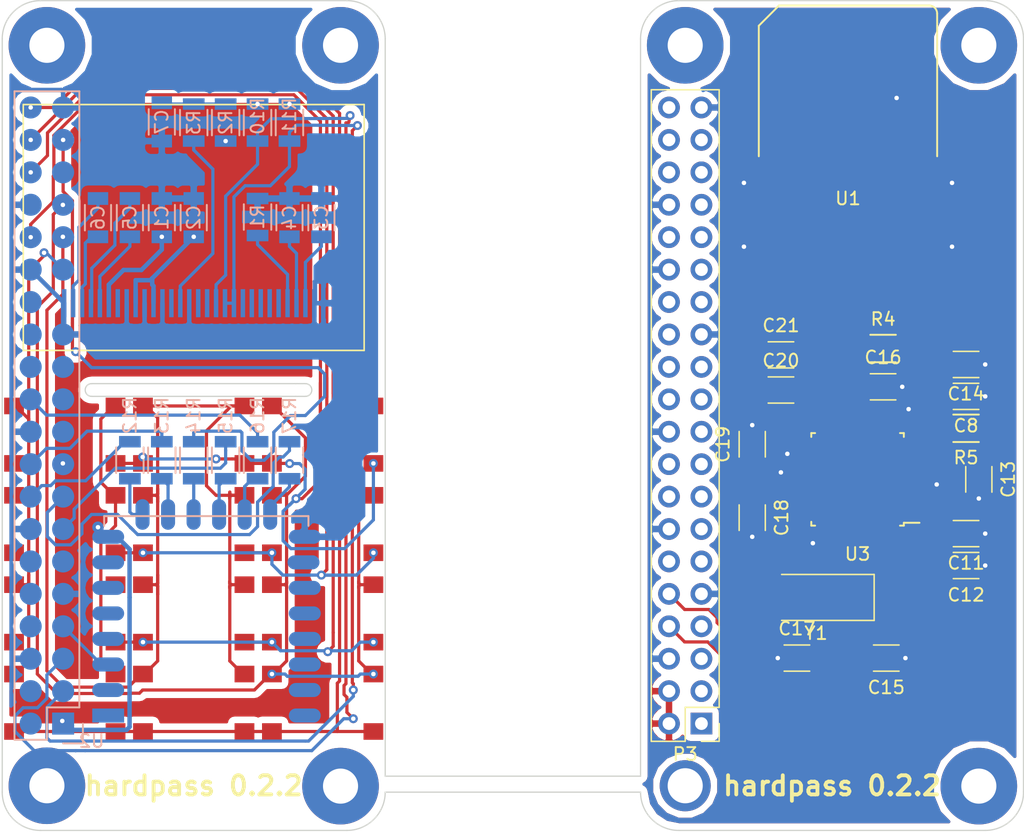
<source format=kicad_pcb>
(kicad_pcb (version 4) (host pcbnew 4.0.6-e0-6349~53~ubuntu16.04.1)

  (general
    (links 167)
    (no_connects 8)
    (area -0.050001 -0.050001 80.050001 65.050001)
    (thickness 1.6)
    (drawings 26)
    (tracks 724)
    (zones 0)
    (modules 59)
    (nets 123)
  )

  (page A4)
  (layers
    (0 F.Cu signal)
    (31 B.Cu signal)
    (32 B.Adhes user)
    (33 F.Adhes user)
    (34 B.Paste user)
    (35 F.Paste user)
    (36 B.SilkS user)
    (37 F.SilkS user)
    (38 B.Mask user)
    (39 F.Mask user)
    (40 Dwgs.User user)
    (41 Cmts.User user)
    (42 Eco1.User user)
    (43 Eco2.User user)
    (44 Edge.Cuts user)
    (45 Margin user)
    (46 B.CrtYd user)
    (47 F.CrtYd user)
    (48 B.Fab user)
    (49 F.Fab user)
  )

  (setup
    (last_trace_width 0.25)
    (trace_clearance 0.25)
    (zone_clearance 0.508)
    (zone_45_only no)
    (trace_min 0.2)
    (segment_width 0.2)
    (edge_width 0.1)
    (via_size 0.7)
    (via_drill 0.35)
    (via_min_size 0.7)
    (via_min_drill 0.3)
    (uvia_size 0.3)
    (uvia_drill 0.1)
    (uvias_allowed no)
    (uvia_min_size 0)
    (uvia_min_drill 0)
    (pcb_text_width 0.3)
    (pcb_text_size 1.5 1.5)
    (mod_edge_width 0.15)
    (mod_text_size 1 1)
    (mod_text_width 0.15)
    (pad_size 1.9 3)
    (pad_drill 0)
    (pad_to_mask_clearance 0)
    (aux_axis_origin 0 0)
    (visible_elements FFFFEF7F)
    (pcbplotparams
      (layerselection 0x00030_80000001)
      (usegerberextensions false)
      (excludeedgelayer true)
      (linewidth 0.100000)
      (plotframeref false)
      (viasonmask false)
      (mode 1)
      (useauxorigin false)
      (hpglpennumber 1)
      (hpglpenspeed 20)
      (hpglpendiameter 15)
      (hpglpenoverlay 2)
      (psnegative false)
      (psa4output false)
      (plotreference true)
      (plotvalue true)
      (plotinvisibletext false)
      (padsonsilk false)
      (subtractmaskfromsilk false)
      (outputformat 1)
      (mirror false)
      (drillshape 1)
      (scaleselection 1)
      (outputdirectory ""))
  )

  (net 0 "")
  (net 1 GND)
  (net 2 +3V3)
  (net 3 "Net-(C3-Pad1)")
  (net 4 "Net-(C4-Pad1)")
  (net 5 "Net-(C5-Pad1)")
  (net 6 "Net-(C5-Pad2)")
  (net 7 "Net-(C6-Pad1)")
  (net 8 "Net-(C6-Pad2)")
  (net 9 "Net-(C7-Pad1)")
  (net 10 "Net-(P1-Pad2)")
  (net 11 OLED_SDA)
  (net 12 "Net-(P1-Pad4)")
  (net 13 OLED_SCL)
  (net 14 ESP_CHPD)
  (net 15 UART_TX)
  (net 16 UART_RX)
  (net 17 SHUTDOWN)
  (net 18 "Net-(P1-Pad12)")
  (net 19 SD_D3)
  (net 20 ESP_CLK)
  (net 21 SD_CMD)
  (net 22 SD_D0)
  (net 23 "Net-(P1-Pad19)")
  (net 24 "Net-(P1-Pad21)")
  (net 25 SD_D1)
  (net 26 "Net-(P1-Pad23)")
  (net 27 "Net-(P1-Pad24)")
  (net 28 "Net-(P1-Pad26)")
  (net 29 "Net-(P1-Pad28)")
  (net 30 COL_1)
  (net 31 COL_2)
  (net 32 ROW_1)
  (net 33 COL_3)
  (net 34 "Net-(P1-Pad35)")
  (net 35 ROW_2)
  (net 36 SD_D2)
  (net 37 ROW_3)
  (net 38 ROW_4)
  (net 39 "Net-(P2-Pad26)")
  (net 40 "Net-(P2-Pad14)")
  (net 41 "Net-(R12-Pad1)")
  (net 42 "Net-(R13-Pad1)")
  (net 43 "Net-(R14-Pad1)")
  (net 44 "Net-(R15-Pad1)")
  (net 45 "Net-(R16-Pad1)")
  (net 46 "Net-(R17-Pad1)")
  (net 47 "Net-(U2-Pad1)")
  (net 48 "Net-(U2-Pad2)")
  (net 49 "Net-(U2-Pad4)")
  (net 50 "Net-(U2-Pad5)")
  (net 51 "Net-(U2-Pad6)")
  (net 52 "Net-(U2-Pad7)")
  (net 53 "Net-(U2-Pad16)")
  (net 54 "Net-(U2-Pad17)")
  (net 55 "Net-(U2-Pad18)")
  (net 56 "Net-(U2-Pad19)")
  (net 57 "Net-(U2-Pad20)")
  (net 58 "Net-(U2-Pad21)")
  (net 59 "Net-(U2-Pad22)")
  (net 60 "Net-(P2-Pad7)")
  (net 61 "Net-(P2-Pad13)")
  (net 62 "Net-(P2-Pad16)")
  (net 63 "Net-(P2-Pad17)")
  (net 64 "Net-(P2-Pad21)")
  (net 65 "Net-(P2-Pad22)")
  (net 66 "Net-(P2-Pad23)")
  (net 67 "Net-(P2-Pad24)")
  (net 68 "Net-(P2-Pad25)")
  (net 69 "Net-(C14-Pad2)")
  (net 70 +5V)
  (net 71 "Net-(C13-Pad1)")
  (net 72 "Net-(C15-Pad2)")
  (net 73 "Net-(C16-Pad1)")
  (net 74 "Net-(C17-Pad2)")
  (net 75 "Net-(C20-Pad1)")
  (net 76 "Net-(C20-Pad2)")
  (net 77 "Net-(C21-Pad1)")
  (net 78 "Net-(C21-Pad2)")
  (net 79 "Net-(R4-Pad1)")
  (net 80 "Net-(R5-Pad1)")
  (net 81 "Net-(R5-Pad2)")
  (net 82 "Net-(U1-Pad4)")
  (net 83 "Net-(U1-Pad8)")
  (net 84 "Net-(U3-Pad2)")
  (net 85 "Net-(U3-Pad22)")
  (net 86 "Net-(U3-Pad23)")
  (net 87 "Net-(U3-Pad24)")
  (net 88 "Net-(SW14-Pad2)")
  (net 89 "Net-(U3-Pad29)")
  (net 90 "Net-(U3-Pad30)")
  (net 91 CARD_TX)
  (net 92 CARD_RX)
  (net 93 "Net-(P3-Pad1)")
  (net 94 "Net-(P3-Pad3)")
  (net 95 "Net-(P3-Pad5)")
  (net 96 "Net-(P3-Pad7)")
  (net 97 "Net-(P3-Pad11)")
  (net 98 "Net-(P3-Pad12)")
  (net 99 "Net-(P3-Pad13)")
  (net 100 "Net-(P3-Pad15)")
  (net 101 "Net-(P3-Pad16)")
  (net 102 "Net-(P3-Pad17)")
  (net 103 "Net-(P3-Pad18)")
  (net 104 "Net-(P3-Pad19)")
  (net 105 "Net-(P3-Pad21)")
  (net 106 "Net-(P3-Pad22)")
  (net 107 "Net-(P3-Pad23)")
  (net 108 "Net-(P3-Pad24)")
  (net 109 "Net-(P3-Pad26)")
  (net 110 "Net-(P3-Pad27)")
  (net 111 "Net-(P3-Pad28)")
  (net 112 "Net-(P3-Pad29)")
  (net 113 "Net-(P3-Pad31)")
  (net 114 "Net-(P3-Pad32)")
  (net 115 "Net-(P3-Pad33)")
  (net 116 "Net-(P3-Pad35)")
  (net 117 "Net-(P3-Pad36)")
  (net 118 "Net-(P3-Pad37)")
  (net 119 "Net-(P3-Pad38)")
  (net 120 "Net-(P3-Pad40)")
  (net 121 "Net-(R4-Pad2)")
  (net 122 "Net-(U1-Pad2)")

  (net_class Default "This is the default net class."
    (clearance 0.25)
    (trace_width 0.25)
    (via_dia 0.7)
    (via_drill 0.35)
    (uvia_dia 0.3)
    (uvia_drill 0.1)
    (add_net CARD_RX)
    (add_net CARD_TX)
    (add_net COL_1)
    (add_net COL_2)
    (add_net COL_3)
    (add_net ESP_CHPD)
    (add_net ESP_CLK)
    (add_net "Net-(C13-Pad1)")
    (add_net "Net-(C15-Pad2)")
    (add_net "Net-(C16-Pad1)")
    (add_net "Net-(C17-Pad2)")
    (add_net "Net-(C20-Pad1)")
    (add_net "Net-(C20-Pad2)")
    (add_net "Net-(C21-Pad1)")
    (add_net "Net-(C21-Pad2)")
    (add_net "Net-(C3-Pad1)")
    (add_net "Net-(C4-Pad1)")
    (add_net "Net-(C5-Pad1)")
    (add_net "Net-(C5-Pad2)")
    (add_net "Net-(C6-Pad1)")
    (add_net "Net-(C6-Pad2)")
    (add_net "Net-(C7-Pad1)")
    (add_net "Net-(P1-Pad12)")
    (add_net "Net-(P1-Pad19)")
    (add_net "Net-(P1-Pad2)")
    (add_net "Net-(P1-Pad21)")
    (add_net "Net-(P1-Pad23)")
    (add_net "Net-(P1-Pad24)")
    (add_net "Net-(P1-Pad26)")
    (add_net "Net-(P1-Pad28)")
    (add_net "Net-(P1-Pad35)")
    (add_net "Net-(P1-Pad4)")
    (add_net "Net-(P2-Pad13)")
    (add_net "Net-(P2-Pad14)")
    (add_net "Net-(P2-Pad16)")
    (add_net "Net-(P2-Pad17)")
    (add_net "Net-(P2-Pad21)")
    (add_net "Net-(P2-Pad22)")
    (add_net "Net-(P2-Pad23)")
    (add_net "Net-(P2-Pad24)")
    (add_net "Net-(P2-Pad25)")
    (add_net "Net-(P2-Pad26)")
    (add_net "Net-(P2-Pad7)")
    (add_net "Net-(P3-Pad1)")
    (add_net "Net-(P3-Pad11)")
    (add_net "Net-(P3-Pad12)")
    (add_net "Net-(P3-Pad13)")
    (add_net "Net-(P3-Pad15)")
    (add_net "Net-(P3-Pad16)")
    (add_net "Net-(P3-Pad17)")
    (add_net "Net-(P3-Pad18)")
    (add_net "Net-(P3-Pad19)")
    (add_net "Net-(P3-Pad21)")
    (add_net "Net-(P3-Pad22)")
    (add_net "Net-(P3-Pad23)")
    (add_net "Net-(P3-Pad24)")
    (add_net "Net-(P3-Pad26)")
    (add_net "Net-(P3-Pad27)")
    (add_net "Net-(P3-Pad28)")
    (add_net "Net-(P3-Pad29)")
    (add_net "Net-(P3-Pad3)")
    (add_net "Net-(P3-Pad31)")
    (add_net "Net-(P3-Pad32)")
    (add_net "Net-(P3-Pad33)")
    (add_net "Net-(P3-Pad35)")
    (add_net "Net-(P3-Pad36)")
    (add_net "Net-(P3-Pad37)")
    (add_net "Net-(P3-Pad38)")
    (add_net "Net-(P3-Pad40)")
    (add_net "Net-(P3-Pad5)")
    (add_net "Net-(P3-Pad7)")
    (add_net "Net-(R12-Pad1)")
    (add_net "Net-(R13-Pad1)")
    (add_net "Net-(R14-Pad1)")
    (add_net "Net-(R15-Pad1)")
    (add_net "Net-(R16-Pad1)")
    (add_net "Net-(R17-Pad1)")
    (add_net "Net-(R4-Pad1)")
    (add_net "Net-(R4-Pad2)")
    (add_net "Net-(R5-Pad1)")
    (add_net "Net-(R5-Pad2)")
    (add_net "Net-(SW14-Pad2)")
    (add_net "Net-(U1-Pad2)")
    (add_net "Net-(U1-Pad4)")
    (add_net "Net-(U1-Pad8)")
    (add_net "Net-(U2-Pad1)")
    (add_net "Net-(U2-Pad16)")
    (add_net "Net-(U2-Pad17)")
    (add_net "Net-(U2-Pad18)")
    (add_net "Net-(U2-Pad19)")
    (add_net "Net-(U2-Pad2)")
    (add_net "Net-(U2-Pad20)")
    (add_net "Net-(U2-Pad21)")
    (add_net "Net-(U2-Pad22)")
    (add_net "Net-(U2-Pad4)")
    (add_net "Net-(U2-Pad5)")
    (add_net "Net-(U2-Pad6)")
    (add_net "Net-(U2-Pad7)")
    (add_net "Net-(U3-Pad2)")
    (add_net "Net-(U3-Pad22)")
    (add_net "Net-(U3-Pad23)")
    (add_net "Net-(U3-Pad24)")
    (add_net "Net-(U3-Pad29)")
    (add_net "Net-(U3-Pad30)")
    (add_net OLED_SCL)
    (add_net OLED_SDA)
    (add_net ROW_1)
    (add_net ROW_2)
    (add_net ROW_3)
    (add_net ROW_4)
    (add_net SD_CMD)
    (add_net SD_D0)
    (add_net SD_D1)
    (add_net SD_D2)
    (add_net SD_D3)
    (add_net SHUTDOWN)
    (add_net UART_RX)
    (add_net UART_TX)
  )

  (net_class Power ""
    (clearance 0.25)
    (trace_width 0.35)
    (via_dia 0.9)
    (via_drill 0.35)
    (uvia_dia 0.3)
    (uvia_drill 0.1)
    (add_net +3V3)
    (add_net +5V)
    (add_net GND)
    (add_net "Net-(C14-Pad2)")
  )

  (module Capacitors_SMD:C_1206 (layer F.Cu) (tedit 5415D7BD) (tstamp 5880EA93)
    (at 75.5 31 180)
    (descr "Capacitor SMD 1206, reflow soldering, AVX (see smccp.pdf)")
    (tags "capacitor 1206")
    (path /5880BE78)
    (attr smd)
    (fp_text reference C8 (at 0 -2.3 180) (layer F.SilkS)
      (effects (font (size 1 1) (thickness 0.15)))
    )
    (fp_text value 220nF (at 0 2.3 180) (layer F.Fab)
      (effects (font (size 1 1) (thickness 0.15)))
    )
    (fp_line (start -1.6 0.8) (end -1.6 -0.8) (layer F.Fab) (width 0.1))
    (fp_line (start 1.6 0.8) (end -1.6 0.8) (layer F.Fab) (width 0.1))
    (fp_line (start 1.6 -0.8) (end 1.6 0.8) (layer F.Fab) (width 0.1))
    (fp_line (start -1.6 -0.8) (end 1.6 -0.8) (layer F.Fab) (width 0.1))
    (fp_line (start -2.3 -1.15) (end 2.3 -1.15) (layer F.CrtYd) (width 0.05))
    (fp_line (start -2.3 1.15) (end 2.3 1.15) (layer F.CrtYd) (width 0.05))
    (fp_line (start -2.3 -1.15) (end -2.3 1.15) (layer F.CrtYd) (width 0.05))
    (fp_line (start 2.3 -1.15) (end 2.3 1.15) (layer F.CrtYd) (width 0.05))
    (fp_line (start 1 -1.025) (end -1 -1.025) (layer F.SilkS) (width 0.12))
    (fp_line (start -1 1.025) (end 1 1.025) (layer F.SilkS) (width 0.12))
    (pad 1 smd rect (at -1.5 0 180) (size 1 1.6) (layers F.Cu F.Paste F.Mask)
      (net 1 GND))
    (pad 2 smd rect (at 1.5 0 180) (size 1 1.6) (layers F.Cu F.Paste F.Mask)
      (net 69 "Net-(C14-Pad2)"))
    (model Capacitors_SMD.3dshapes/C_1206.wrl
      (at (xyz 0 0 0))
      (scale (xyz 1 1 1))
      (rotate (xyz 0 0 0))
    )
  )

  (module Capacitors_SMD:C_1206 (layer F.Cu) (tedit 5415D7BD) (tstamp 5880EAF3)
    (at 75.5 28.5 180)
    (descr "Capacitor SMD 1206, reflow soldering, AVX (see smccp.pdf)")
    (tags "capacitor 1206")
    (path /588317FD)
    (attr smd)
    (fp_text reference C14 (at 0 -2.3 180) (layer F.SilkS)
      (effects (font (size 1 1) (thickness 0.15)))
    )
    (fp_text value 100pF (at 0 2.3 180) (layer F.Fab)
      (effects (font (size 1 1) (thickness 0.15)))
    )
    (fp_line (start -1.6 0.8) (end -1.6 -0.8) (layer F.Fab) (width 0.1))
    (fp_line (start 1.6 0.8) (end -1.6 0.8) (layer F.Fab) (width 0.1))
    (fp_line (start 1.6 -0.8) (end 1.6 0.8) (layer F.Fab) (width 0.1))
    (fp_line (start -1.6 -0.8) (end 1.6 -0.8) (layer F.Fab) (width 0.1))
    (fp_line (start -2.3 -1.15) (end 2.3 -1.15) (layer F.CrtYd) (width 0.05))
    (fp_line (start -2.3 1.15) (end 2.3 1.15) (layer F.CrtYd) (width 0.05))
    (fp_line (start -2.3 -1.15) (end -2.3 1.15) (layer F.CrtYd) (width 0.05))
    (fp_line (start 2.3 -1.15) (end 2.3 1.15) (layer F.CrtYd) (width 0.05))
    (fp_line (start 1 -1.025) (end -1 -1.025) (layer F.SilkS) (width 0.12))
    (fp_line (start -1 1.025) (end 1 1.025) (layer F.SilkS) (width 0.12))
    (pad 1 smd rect (at -1.5 0 180) (size 1 1.6) (layers F.Cu F.Paste F.Mask)
      (net 1 GND))
    (pad 2 smd rect (at 1.5 0 180) (size 1 1.6) (layers F.Cu F.Paste F.Mask)
      (net 69 "Net-(C14-Pad2)"))
    (model Capacitors_SMD.3dshapes/C_1206.wrl
      (at (xyz 0 0 0))
      (scale (xyz 1 1 1))
      (rotate (xyz 0 0 0))
    )
  )

  (module hardpass:1pin_nosilk (layer F.Cu) (tedit 58702E64) (tstamp 5880E381)
    (at 76.5 61.53)
    (descr "module 1 pin (ou trou mecanique de percage)")
    (tags DEV)
    (fp_text reference REF** (at 0 -3.048) (layer F.SilkS) hide
      (effects (font (size 1 1) (thickness 0.15)))
    )
    (fp_text value 1pin (at 0 3) (layer F.Fab)
      (effects (font (size 1 1) (thickness 0.15)))
    )
    (fp_circle (center 0 0) (end 2 0.8) (layer F.Fab) (width 0.1))
    (fp_circle (center 0 0) (end 2.6 0) (layer F.CrtYd) (width 0.05))
    (pad "" np_thru_hole circle (at 0 0) (size 6 6) (drill 2.75) (layers *.Cu *.Mask))
  )

  (module hardpass:1pin_nosilk (layer F.Cu) (tedit 58702E64) (tstamp 5880E365)
    (at 76.5 3.5)
    (descr "module 1 pin (ou trou mecanique de percage)")
    (tags DEV)
    (fp_text reference REF** (at 0 -3.048) (layer F.SilkS) hide
      (effects (font (size 1 1) (thickness 0.15)))
    )
    (fp_text value 1pin (at 0 3) (layer F.Fab)
      (effects (font (size 1 1) (thickness 0.15)))
    )
    (fp_circle (center 0 0) (end 2 0.8) (layer F.Fab) (width 0.1))
    (fp_circle (center 0 0) (end 2.6 0) (layer F.CrtYd) (width 0.05))
    (pad "" np_thru_hole circle (at 0 0) (size 6 6) (drill 2.75) (layers *.Cu *.Mask))
  )

  (module hardpass:1pin_nosilk (layer F.Cu) (tedit 5880D317) (tstamp 5880E354)
    (at 53.5 3.5)
    (descr "module 1 pin (ou trou mecanique de percage)")
    (tags DEV)
    (fp_text reference REF** (at 0 -3.048) (layer F.SilkS) hide
      (effects (font (size 1 1) (thickness 0.15)))
    )
    (fp_text value 1pin (at 0 3) (layer F.Fab)
      (effects (font (size 1 1) (thickness 0.15)))
    )
    (fp_circle (center 0 0) (end 2 0.8) (layer F.Fab) (width 0.1))
    (fp_circle (center 0 0) (end 2.6 0) (layer F.CrtYd) (width 0.05))
    (pad "" np_thru_hole circle (at 0 0) (size 6 6) (drill 2.75) (layers *.Cu *.Mask))
  )

  (module hardpass:1pin_nosilk (layer F.Cu) (tedit 5880D2FE) (tstamp 5880E31F)
    (at 53.5 61.5)
    (descr "module 1 pin (ou trou mecanique de percage)")
    (tags DEV)
    (fp_text reference REF** (at 0 -3.048) (layer F.SilkS) hide
      (effects (font (size 1 1) (thickness 0.15)))
    )
    (fp_text value 1pin (at 0 3) (layer F.Fab)
      (effects (font (size 1 1) (thickness 0.15)))
    )
    (fp_circle (center 0 0) (end 2 0.8) (layer F.Fab) (width 0.1))
    (fp_circle (center 0 0) (end 2.6 0) (layer F.CrtYd) (width 0.05))
    (pad "" np_thru_hole circle (at 0 0) (size 4 4) (drill 2.75) (layers *.Cu *.Mask))
  )

  (module hardpass:1pin_nosilk (layer F.Cu) (tedit 58702E64) (tstamp 5870F56A)
    (at 26.5 61.53)
    (descr "module 1 pin (ou trou mecanique de percage)")
    (tags DEV)
    (fp_text reference REF** (at 0 -3.048) (layer F.SilkS) hide
      (effects (font (size 1 1) (thickness 0.15)))
    )
    (fp_text value 1pin (at 0 3) (layer F.Fab)
      (effects (font (size 1 1) (thickness 0.15)))
    )
    (fp_circle (center 0 0) (end 2 0.8) (layer F.Fab) (width 0.1))
    (fp_circle (center 0 0) (end 2.6 0) (layer F.CrtYd) (width 0.05))
    (pad "" np_thru_hole circle (at 0 0) (size 6 6) (drill 2.75) (layers *.Cu *.Mask))
  )

  (module hardpass:1pin_nosilk (layer F.Cu) (tedit 58702E64) (tstamp 5870F553)
    (at 3.5 61.5)
    (descr "module 1 pin (ou trou mecanique de percage)")
    (tags DEV)
    (fp_text reference REF** (at 0 -3.048) (layer F.SilkS) hide
      (effects (font (size 1 1) (thickness 0.15)))
    )
    (fp_text value 1pin (at 0 3) (layer F.Fab)
      (effects (font (size 1 1) (thickness 0.15)))
    )
    (fp_circle (center 0 0) (end 2 0.8) (layer F.Fab) (width 0.1))
    (fp_circle (center 0 0) (end 2.6 0) (layer F.CrtYd) (width 0.05))
    (pad "" np_thru_hole circle (at 0 0) (size 6 6) (drill 2.75) (layers *.Cu *.Mask))
  )

  (module hardpass:1pin_nosilk (layer F.Cu) (tedit 58702E64) (tstamp 5870F537)
    (at 26.5 3.5)
    (descr "module 1 pin (ou trou mecanique de percage)")
    (tags DEV)
    (fp_text reference REF** (at 0 -3.048) (layer F.SilkS) hide
      (effects (font (size 1 1) (thickness 0.15)))
    )
    (fp_text value 1pin (at 0 3) (layer F.Fab)
      (effects (font (size 1 1) (thickness 0.15)))
    )
    (fp_circle (center 0 0) (end 2 0.8) (layer F.Fab) (width 0.1))
    (fp_circle (center 0 0) (end 2.6 0) (layer F.CrtYd) (width 0.05))
    (pad "" np_thru_hole circle (at 0 0) (size 6 6) (drill 2.75) (layers *.Cu *.Mask))
  )

  (module adafruit-oled:UG-2864HSWEG01_0.96IN_WRAPAROUND (layer F.Cu) (tedit 58703A4A) (tstamp 58721E96)
    (at 15 22.5)
    (path /58700E5C)
    (fp_text reference P2 (at -13.09 -15.69) (layer F.SilkS) hide
      (effects (font (size 0.77216 0.77216) (thickness 0.065024)) (justify left bottom))
    )
    (fp_text value OLED_I2C (at -13.09 9.1) (layer F.SilkS) hide
      (effects (font (size 0.77216 0.77216) (thickness 0.065024)) (justify left bottom))
    )
    (fp_line (start -13.353 -14.36) (end 13.35 -14.36) (layer F.SilkS) (width 0.127))
    (fp_line (start 13.35 -14.36) (end 13.35 4.9) (layer F.SilkS) (width 0.127))
    (fp_line (start 13.35 4.9) (end -13.35 4.9) (layer F.SilkS) (width 0.127))
    (fp_line (start -13.35 4.9) (end -13.353 -14.36) (layer F.SilkS) (width 0.127))
    (fp_line (start -10.872 -12.26) (end 10.872 -12.26) (layer Dwgs.User) (width 0.127))
    (fp_line (start 10.872 -12.26) (end 10.872 -1.396) (layer Dwgs.User) (width 0.127))
    (fp_line (start 10.872 -1.396) (end -10.872 -1.396) (layer Dwgs.User) (width 0.127))
    (fp_line (start -10.872 -1.396) (end -10.872 -12.26) (layer Dwgs.User) (width 0.127))
    (fp_text user 1 (at -9.95 -0.512 90) (layer Dwgs.User)
      (effects (font (size 0.77216 0.77216) (thickness 0.065024)))
    )
    (fp_text user 10 (at -3.65 -0.412 90) (layer Dwgs.User)
      (effects (font (size 0.77216 0.77216) (thickness 0.065024)))
    )
    (fp_text user 20 (at 3.3 -0.412 90) (layer Dwgs.User)
      (effects (font (size 0.77216 0.77216) (thickness 0.065024)))
    )
    (fp_text user 30 (at 10.45 -0.412 90) (layer Dwgs.User)
      (effects (font (size 0.77216 0.77216) (thickness 0.065024)))
    )
    (fp_text user "PCB EDGE (1.6mm)" (at -5.2 7) (layer Dwgs.User)
      (effects (font (size 0.77216 0.77216) (thickness 0.065024)))
    )
    (fp_line (start 13.35 7.5) (end -13.35 7.5) (layer Dwgs.User) (width 0.127))
    (pad 1 smd rect (at -10.15 1.2 90) (size 2.2 0.35) (layers B.Cu B.Paste B.Mask)
      (net 1 GND))
    (pad 2 smd rect (at -9.45 1.2 90) (size 2.2 0.35) (layers B.Cu B.Paste B.Mask)
      (net 7 "Net-(C6-Pad1)"))
    (pad 3 smd rect (at -8.75 1.2 90) (size 2.2 0.35) (layers B.Cu B.Paste B.Mask)
      (net 8 "Net-(C6-Pad2)"))
    (pad 4 smd rect (at -8.05 1.2 90) (size 2.2 0.35) (layers B.Cu B.Paste B.Mask)
      (net 5 "Net-(C5-Pad1)"))
    (pad 5 smd rect (at -7.35 1.2 90) (size 2.2 0.35) (layers B.Cu B.Paste B.Mask)
      (net 6 "Net-(C5-Pad2)"))
    (pad 6 smd rect (at -6.65 1.2 90) (size 2.2 0.35) (layers B.Cu B.Paste B.Mask)
      (net 2 +3V3))
    (pad 7 smd rect (at -5.95 1.2 90) (size 2.2 0.35) (layers B.Cu B.Paste B.Mask)
      (net 60 "Net-(P2-Pad7)"))
    (pad 8 smd rect (at -5.25 1.2 90) (size 2.2 0.35) (layers B.Cu B.Paste B.Mask)
      (net 1 GND))
    (pad 9 smd rect (at -4.55 1.2 90) (size 2.2 0.35) (layers B.Cu B.Paste B.Mask)
      (net 2 +3V3))
    (pad 10 smd rect (at -3.85 1.2 90) (size 2.2 0.35) (layers B.Cu B.Paste B.Mask)
      (net 1 GND))
    (pad 11 smd rect (at -3.15 1.2 90) (size 2.2 0.35) (layers B.Cu B.Paste B.Mask)
      (net 2 +3V3))
    (pad 12 smd rect (at -2.45 1.2 90) (size 2.2 0.35) (layers B.Cu B.Paste B.Mask)
      (net 1 GND))
    (pad 13 smd rect (at -1.75 1.2 90) (size 2.2 0.35) (layers B.Cu B.Paste B.Mask)
      (net 61 "Net-(P2-Pad13)"))
    (pad 14 smd rect (at -1.05 1.2 90) (size 2.2 0.35) (layers B.Cu B.Paste B.Mask)
      (net 40 "Net-(P2-Pad14)"))
    (pad 15 smd rect (at -0.35 1.2 90) (size 2.2 0.35) (layers B.Cu B.Paste B.Mask)
      (net 1 GND))
    (pad 16 smd rect (at 0.35 1.2 90) (size 2.2 0.35) (layers B.Cu B.Paste B.Mask)
      (net 62 "Net-(P2-Pad16)"))
    (pad 17 smd rect (at 1.05 1.2 90) (size 2.2 0.35) (layers B.Cu B.Paste B.Mask)
      (net 63 "Net-(P2-Pad17)"))
    (pad 18 smd rect (at 1.75 1.2 90) (size 2.2 0.35) (layers B.Cu B.Paste B.Mask)
      (net 13 OLED_SCL))
    (pad 19 smd rect (at 2.45 1.2 90) (size 2.2 0.35) (layers B.Cu B.Paste B.Mask)
      (net 11 OLED_SDA))
    (pad 20 smd rect (at 3.15 1.2 90) (size 2.2 0.35) (layers B.Cu B.Paste B.Mask)
      (net 11 OLED_SDA))
    (pad 21 smd rect (at 3.85 1.2 90) (size 2.2 0.35) (layers B.Cu B.Paste B.Mask)
      (net 64 "Net-(P2-Pad21)"))
    (pad 22 smd rect (at 4.55 1.2 90) (size 2.2 0.35) (layers B.Cu B.Paste B.Mask)
      (net 65 "Net-(P2-Pad22)"))
    (pad 23 smd rect (at 5.25 1.2 90) (size 2.2 0.35) (layers B.Cu B.Paste B.Mask)
      (net 66 "Net-(P2-Pad23)"))
    (pad 24 smd rect (at 5.95 1.2 90) (size 2.2 0.35) (layers B.Cu B.Paste B.Mask)
      (net 67 "Net-(P2-Pad24)"))
    (pad 25 smd rect (at 6.65 1.2 90) (size 2.2 0.35) (layers B.Cu B.Paste B.Mask)
      (net 68 "Net-(P2-Pad25)"))
    (pad 26 smd rect (at 7.35 1.2 90) (size 2.2 0.35) (layers B.Cu B.Paste B.Mask)
      (net 39 "Net-(P2-Pad26)"))
    (pad 27 smd rect (at 8.05 1.2 90) (size 2.2 0.35) (layers B.Cu B.Paste B.Mask)
      (net 4 "Net-(C4-Pad1)"))
    (pad 28 smd rect (at 8.75 1.2 90) (size 2.2 0.35) (layers B.Cu B.Paste B.Mask)
      (net 3 "Net-(C3-Pad1)"))
    (pad 29 smd rect (at 9.45 1.2 90) (size 2.2 0.35) (layers B.Cu B.Paste B.Mask)
      (net 1 GND))
    (pad 30 smd rect (at 10.15 1.2 90) (size 2.2 0.35) (layers B.Cu B.Paste B.Mask)
      (net 1 GND))
  )

  (module hardpass:1pin_nosilk (layer F.Cu) (tedit 58702E64) (tstamp 58701E11)
    (at 3.5 3.5)
    (descr "module 1 pin (ou trou mecanique de percage)")
    (tags DEV)
    (fp_text reference REF** (at 0 -3.048) (layer F.SilkS) hide
      (effects (font (size 1 1) (thickness 0.15)))
    )
    (fp_text value 1pin (at 0 3) (layer F.Fab)
      (effects (font (size 1 1) (thickness 0.15)))
    )
    (fp_circle (center 0 0) (end 2 0.8) (layer F.Fab) (width 0.1))
    (fp_circle (center 0 0) (end 2.6 0) (layer F.CrtYd) (width 0.05))
    (pad "" np_thru_hole circle (at 0 0) (size 6 6) (drill 2.75) (layers *.Cu *.Mask))
  )

  (module Capacitors_SMD:C_1206 (layer B.Cu) (tedit 5415D7BD) (tstamp 58702475)
    (at 12.5 17 270)
    (descr "Capacitor SMD 1206, reflow soldering, AVX (see smccp.pdf)")
    (tags "capacitor 1206")
    (path /58702958)
    (attr smd)
    (fp_text reference C1 (at 0 0 270) (layer B.SilkS)
      (effects (font (size 1 1) (thickness 0.15)) (justify mirror))
    )
    (fp_text value 1µF (at 0 -2.3 270) (layer B.Fab)
      (effects (font (size 1 1) (thickness 0.15)) (justify mirror))
    )
    (fp_line (start -1.6 -0.8) (end -1.6 0.8) (layer B.Fab) (width 0.15))
    (fp_line (start 1.6 -0.8) (end -1.6 -0.8) (layer B.Fab) (width 0.15))
    (fp_line (start 1.6 0.8) (end 1.6 -0.8) (layer B.Fab) (width 0.15))
    (fp_line (start -1.6 0.8) (end 1.6 0.8) (layer B.Fab) (width 0.15))
    (fp_line (start -2.3 1.15) (end 2.3 1.15) (layer B.CrtYd) (width 0.05))
    (fp_line (start -2.3 -1.15) (end 2.3 -1.15) (layer B.CrtYd) (width 0.05))
    (fp_line (start -2.3 1.15) (end -2.3 -1.15) (layer B.CrtYd) (width 0.05))
    (fp_line (start 2.3 1.15) (end 2.3 -1.15) (layer B.CrtYd) (width 0.05))
    (fp_line (start 1 1.025) (end -1 1.025) (layer B.SilkS) (width 0.15))
    (fp_line (start -1 -1.025) (end 1 -1.025) (layer B.SilkS) (width 0.15))
    (pad 1 smd rect (at -1.5 0 270) (size 1 1.6) (layers B.Cu B.Paste B.Mask)
      (net 1 GND))
    (pad 2 smd rect (at 1.5 0 270) (size 1 1.6) (layers B.Cu B.Paste B.Mask)
      (net 2 +3V3))
    (model Capacitors_SMD.3dshapes/C_1206.wrl
      (at (xyz 0 0 0))
      (scale (xyz 1 1 1))
      (rotate (xyz 0 0 0))
    )
  )

  (module Capacitors_SMD:C_1206 (layer B.Cu) (tedit 5415D7BD) (tstamp 58702485)
    (at 15 17 270)
    (descr "Capacitor SMD 1206, reflow soldering, AVX (see smccp.pdf)")
    (tags "capacitor 1206")
    (path /576ABF65)
    (attr smd)
    (fp_text reference C2 (at 0 0 270) (layer B.SilkS)
      (effects (font (size 1 1) (thickness 0.15)) (justify mirror))
    )
    (fp_text value 1µF (at 0 -2.3 270) (layer B.Fab)
      (effects (font (size 1 1) (thickness 0.15)) (justify mirror))
    )
    (fp_line (start -1.6 -0.8) (end -1.6 0.8) (layer B.Fab) (width 0.15))
    (fp_line (start 1.6 -0.8) (end -1.6 -0.8) (layer B.Fab) (width 0.15))
    (fp_line (start 1.6 0.8) (end 1.6 -0.8) (layer B.Fab) (width 0.15))
    (fp_line (start -1.6 0.8) (end 1.6 0.8) (layer B.Fab) (width 0.15))
    (fp_line (start -2.3 1.15) (end 2.3 1.15) (layer B.CrtYd) (width 0.05))
    (fp_line (start -2.3 -1.15) (end 2.3 -1.15) (layer B.CrtYd) (width 0.05))
    (fp_line (start -2.3 1.15) (end -2.3 -1.15) (layer B.CrtYd) (width 0.05))
    (fp_line (start 2.3 1.15) (end 2.3 -1.15) (layer B.CrtYd) (width 0.05))
    (fp_line (start 1 1.025) (end -1 1.025) (layer B.SilkS) (width 0.15))
    (fp_line (start -1 -1.025) (end 1 -1.025) (layer B.SilkS) (width 0.15))
    (pad 1 smd rect (at -1.5 0 270) (size 1 1.6) (layers B.Cu B.Paste B.Mask)
      (net 1 GND))
    (pad 2 smd rect (at 1.5 0 270) (size 1 1.6) (layers B.Cu B.Paste B.Mask)
      (net 2 +3V3))
    (model Capacitors_SMD.3dshapes/C_1206.wrl
      (at (xyz 0 0 0))
      (scale (xyz 1 1 1))
      (rotate (xyz 0 0 0))
    )
  )

  (module Capacitors_SMD:C_1206 (layer B.Cu) (tedit 5415D7BD) (tstamp 58702495)
    (at 25 17 90)
    (descr "Capacitor SMD 1206, reflow soldering, AVX (see smccp.pdf)")
    (tags "capacitor 1206")
    (path /576AC79A)
    (attr smd)
    (fp_text reference C3 (at 0 0 90) (layer B.SilkS)
      (effects (font (size 1 1) (thickness 0.15)) (justify mirror))
    )
    (fp_text value 2.2µF (at 0 -2.3 90) (layer B.Fab)
      (effects (font (size 1 1) (thickness 0.15)) (justify mirror))
    )
    (fp_line (start -1.6 -0.8) (end -1.6 0.8) (layer B.Fab) (width 0.15))
    (fp_line (start 1.6 -0.8) (end -1.6 -0.8) (layer B.Fab) (width 0.15))
    (fp_line (start 1.6 0.8) (end 1.6 -0.8) (layer B.Fab) (width 0.15))
    (fp_line (start -1.6 0.8) (end 1.6 0.8) (layer B.Fab) (width 0.15))
    (fp_line (start -2.3 1.15) (end 2.3 1.15) (layer B.CrtYd) (width 0.05))
    (fp_line (start -2.3 -1.15) (end 2.3 -1.15) (layer B.CrtYd) (width 0.05))
    (fp_line (start -2.3 1.15) (end -2.3 -1.15) (layer B.CrtYd) (width 0.05))
    (fp_line (start 2.3 1.15) (end 2.3 -1.15) (layer B.CrtYd) (width 0.05))
    (fp_line (start 1 1.025) (end -1 1.025) (layer B.SilkS) (width 0.15))
    (fp_line (start -1 -1.025) (end 1 -1.025) (layer B.SilkS) (width 0.15))
    (pad 1 smd rect (at -1.5 0 90) (size 1 1.6) (layers B.Cu B.Paste B.Mask)
      (net 3 "Net-(C3-Pad1)"))
    (pad 2 smd rect (at 1.5 0 90) (size 1 1.6) (layers B.Cu B.Paste B.Mask)
      (net 1 GND))
    (model Capacitors_SMD.3dshapes/C_1206.wrl
      (at (xyz 0 0 0))
      (scale (xyz 1 1 1))
      (rotate (xyz 0 0 0))
    )
  )

  (module Capacitors_SMD:C_1206 (layer B.Cu) (tedit 5415D7BD) (tstamp 587024A5)
    (at 22.5 17 90)
    (descr "Capacitor SMD 1206, reflow soldering, AVX (see smccp.pdf)")
    (tags "capacitor 1206")
    (path /576ACF95)
    (attr smd)
    (fp_text reference C4 (at 0 0 90) (layer B.SilkS)
      (effects (font (size 1 1) (thickness 0.15)) (justify mirror))
    )
    (fp_text value 4.7µF (at 0 -2.3 90) (layer B.Fab)
      (effects (font (size 1 1) (thickness 0.15)) (justify mirror))
    )
    (fp_line (start -1.6 -0.8) (end -1.6 0.8) (layer B.Fab) (width 0.15))
    (fp_line (start 1.6 -0.8) (end -1.6 -0.8) (layer B.Fab) (width 0.15))
    (fp_line (start 1.6 0.8) (end 1.6 -0.8) (layer B.Fab) (width 0.15))
    (fp_line (start -1.6 0.8) (end 1.6 0.8) (layer B.Fab) (width 0.15))
    (fp_line (start -2.3 1.15) (end 2.3 1.15) (layer B.CrtYd) (width 0.05))
    (fp_line (start -2.3 -1.15) (end 2.3 -1.15) (layer B.CrtYd) (width 0.05))
    (fp_line (start -2.3 1.15) (end -2.3 -1.15) (layer B.CrtYd) (width 0.05))
    (fp_line (start 2.3 1.15) (end 2.3 -1.15) (layer B.CrtYd) (width 0.05))
    (fp_line (start 1 1.025) (end -1 1.025) (layer B.SilkS) (width 0.15))
    (fp_line (start -1 -1.025) (end 1 -1.025) (layer B.SilkS) (width 0.15))
    (pad 1 smd rect (at -1.5 0 90) (size 1 1.6) (layers B.Cu B.Paste B.Mask)
      (net 4 "Net-(C4-Pad1)"))
    (pad 2 smd rect (at 1.5 0 90) (size 1 1.6) (layers B.Cu B.Paste B.Mask)
      (net 1 GND))
    (model Capacitors_SMD.3dshapes/C_1206.wrl
      (at (xyz 0 0 0))
      (scale (xyz 1 1 1))
      (rotate (xyz 0 0 0))
    )
  )

  (module Capacitors_SMD:C_1206 (layer B.Cu) (tedit 5415D7BD) (tstamp 587024B5)
    (at 10 17 270)
    (descr "Capacitor SMD 1206, reflow soldering, AVX (see smccp.pdf)")
    (tags "capacitor 1206")
    (path /576AB9B6)
    (attr smd)
    (fp_text reference C5 (at 0 0 270) (layer B.SilkS)
      (effects (font (size 1 1) (thickness 0.15)) (justify mirror))
    )
    (fp_text value 1µF (at 0 -2.3 270) (layer B.Fab)
      (effects (font (size 1 1) (thickness 0.15)) (justify mirror))
    )
    (fp_line (start -1.6 -0.8) (end -1.6 0.8) (layer B.Fab) (width 0.15))
    (fp_line (start 1.6 -0.8) (end -1.6 -0.8) (layer B.Fab) (width 0.15))
    (fp_line (start 1.6 0.8) (end 1.6 -0.8) (layer B.Fab) (width 0.15))
    (fp_line (start -1.6 0.8) (end 1.6 0.8) (layer B.Fab) (width 0.15))
    (fp_line (start -2.3 1.15) (end 2.3 1.15) (layer B.CrtYd) (width 0.05))
    (fp_line (start -2.3 -1.15) (end 2.3 -1.15) (layer B.CrtYd) (width 0.05))
    (fp_line (start -2.3 1.15) (end -2.3 -1.15) (layer B.CrtYd) (width 0.05))
    (fp_line (start 2.3 1.15) (end 2.3 -1.15) (layer B.CrtYd) (width 0.05))
    (fp_line (start 1 1.025) (end -1 1.025) (layer B.SilkS) (width 0.15))
    (fp_line (start -1 -1.025) (end 1 -1.025) (layer B.SilkS) (width 0.15))
    (pad 1 smd rect (at -1.5 0 270) (size 1 1.6) (layers B.Cu B.Paste B.Mask)
      (net 5 "Net-(C5-Pad1)"))
    (pad 2 smd rect (at 1.5 0 270) (size 1 1.6) (layers B.Cu B.Paste B.Mask)
      (net 6 "Net-(C5-Pad2)"))
    (model Capacitors_SMD.3dshapes/C_1206.wrl
      (at (xyz 0 0 0))
      (scale (xyz 1 1 1))
      (rotate (xyz 0 0 0))
    )
  )

  (module Capacitors_SMD:C_1206 (layer B.Cu) (tedit 5415D7BD) (tstamp 587024C5)
    (at 7.5 17 270)
    (descr "Capacitor SMD 1206, reflow soldering, AVX (see smccp.pdf)")
    (tags "capacitor 1206")
    (path /576AB858)
    (attr smd)
    (fp_text reference C6 (at 0 0 270) (layer B.SilkS)
      (effects (font (size 1 1) (thickness 0.15)) (justify mirror))
    )
    (fp_text value 1µF (at 0 -2.3 270) (layer B.Fab)
      (effects (font (size 1 1) (thickness 0.15)) (justify mirror))
    )
    (fp_line (start -1.6 -0.8) (end -1.6 0.8) (layer B.Fab) (width 0.15))
    (fp_line (start 1.6 -0.8) (end -1.6 -0.8) (layer B.Fab) (width 0.15))
    (fp_line (start 1.6 0.8) (end 1.6 -0.8) (layer B.Fab) (width 0.15))
    (fp_line (start -1.6 0.8) (end 1.6 0.8) (layer B.Fab) (width 0.15))
    (fp_line (start -2.3 1.15) (end 2.3 1.15) (layer B.CrtYd) (width 0.05))
    (fp_line (start -2.3 -1.15) (end 2.3 -1.15) (layer B.CrtYd) (width 0.05))
    (fp_line (start -2.3 1.15) (end -2.3 -1.15) (layer B.CrtYd) (width 0.05))
    (fp_line (start 2.3 1.15) (end 2.3 -1.15) (layer B.CrtYd) (width 0.05))
    (fp_line (start 1 1.025) (end -1 1.025) (layer B.SilkS) (width 0.15))
    (fp_line (start -1 -1.025) (end 1 -1.025) (layer B.SilkS) (width 0.15))
    (pad 1 smd rect (at -1.5 0 270) (size 1 1.6) (layers B.Cu B.Paste B.Mask)
      (net 7 "Net-(C6-Pad1)"))
    (pad 2 smd rect (at 1.5 0 270) (size 1 1.6) (layers B.Cu B.Paste B.Mask)
      (net 8 "Net-(C6-Pad2)"))
    (model Capacitors_SMD.3dshapes/C_1206.wrl
      (at (xyz 0 0 0))
      (scale (xyz 1 1 1))
      (rotate (xyz 0 0 0))
    )
  )

  (module Capacitors_SMD:C_1206 (layer B.Cu) (tedit 5415D7BD) (tstamp 587024D5)
    (at 12.5 9.5 270)
    (descr "Capacitor SMD 1206, reflow soldering, AVX (see smccp.pdf)")
    (tags "capacitor 1206")
    (path /58337245)
    (attr smd)
    (fp_text reference C7 (at 0 0 270) (layer B.SilkS)
      (effects (font (size 1 1) (thickness 0.15)) (justify mirror))
    )
    (fp_text value 0.1µF (at 0 -2.3 270) (layer B.Fab)
      (effects (font (size 1 1) (thickness 0.15)) (justify mirror))
    )
    (fp_line (start -1.6 -0.8) (end -1.6 0.8) (layer B.Fab) (width 0.15))
    (fp_line (start 1.6 -0.8) (end -1.6 -0.8) (layer B.Fab) (width 0.15))
    (fp_line (start 1.6 0.8) (end 1.6 -0.8) (layer B.Fab) (width 0.15))
    (fp_line (start -1.6 0.8) (end 1.6 0.8) (layer B.Fab) (width 0.15))
    (fp_line (start -2.3 1.15) (end 2.3 1.15) (layer B.CrtYd) (width 0.05))
    (fp_line (start -2.3 -1.15) (end 2.3 -1.15) (layer B.CrtYd) (width 0.05))
    (fp_line (start -2.3 1.15) (end -2.3 -1.15) (layer B.CrtYd) (width 0.05))
    (fp_line (start 2.3 1.15) (end 2.3 -1.15) (layer B.CrtYd) (width 0.05))
    (fp_line (start 1 1.025) (end -1 1.025) (layer B.SilkS) (width 0.15))
    (fp_line (start -1 -1.025) (end 1 -1.025) (layer B.SilkS) (width 0.15))
    (pad 1 smd rect (at -1.5 0 270) (size 1 1.6) (layers B.Cu B.Paste B.Mask)
      (net 9 "Net-(C7-Pad1)"))
    (pad 2 smd rect (at 1.5 0 270) (size 1 1.6) (layers B.Cu B.Paste B.Mask)
      (net 1 GND))
    (model Capacitors_SMD.3dshapes/C_1206.wrl
      (at (xyz 0 0 0))
      (scale (xyz 1 1 1))
      (rotate (xyz 0 0 0))
    )
  )

  (module Resistors_SMD:R_1206 (layer B.Cu) (tedit 58307BE8) (tstamp 5870251D)
    (at 20 16.95 90)
    (descr "Resistor SMD 1206, reflow soldering, Vishay (see dcrcw.pdf)")
    (tags "resistor 1206")
    (path /576AE193)
    (attr smd)
    (fp_text reference R1 (at 0 0 90) (layer B.SilkS)
      (effects (font (size 1 1) (thickness 0.15)) (justify mirror))
    )
    (fp_text value 390k (at 0 -2.3 90) (layer B.Fab)
      (effects (font (size 1 1) (thickness 0.15)) (justify mirror))
    )
    (fp_line (start -1.6 -0.8) (end -1.6 0.8) (layer B.Fab) (width 0.1))
    (fp_line (start 1.6 -0.8) (end -1.6 -0.8) (layer B.Fab) (width 0.1))
    (fp_line (start 1.6 0.8) (end 1.6 -0.8) (layer B.Fab) (width 0.1))
    (fp_line (start -1.6 0.8) (end 1.6 0.8) (layer B.Fab) (width 0.1))
    (fp_line (start -2.2 1.2) (end 2.2 1.2) (layer B.CrtYd) (width 0.05))
    (fp_line (start -2.2 -1.2) (end 2.2 -1.2) (layer B.CrtYd) (width 0.05))
    (fp_line (start -2.2 1.2) (end -2.2 -1.2) (layer B.CrtYd) (width 0.05))
    (fp_line (start 2.2 1.2) (end 2.2 -1.2) (layer B.CrtYd) (width 0.05))
    (fp_line (start 1 -1.075) (end -1 -1.075) (layer B.SilkS) (width 0.15))
    (fp_line (start -1 1.075) (end 1 1.075) (layer B.SilkS) (width 0.15))
    (pad 1 smd rect (at -1.45 0 90) (size 0.9 1.7) (layers B.Cu B.Paste B.Mask)
      (net 39 "Net-(P2-Pad26)"))
    (pad 2 smd rect (at 1.45 0 90) (size 0.9 1.7) (layers B.Cu B.Paste B.Mask)
      (net 1 GND))
    (model Resistors_SMD.3dshapes/R_1206.wrl
      (at (xyz 0 0 0))
      (scale (xyz 1 1 1))
      (rotate (xyz 0 0 0))
    )
  )

  (module Resistors_SMD:R_1206 (layer B.Cu) (tedit 58307BE8) (tstamp 5870252D)
    (at 17.5 9.55 270)
    (descr "Resistor SMD 1206, reflow soldering, Vishay (see dcrcw.pdf)")
    (tags "resistor 1206")
    (path /583372D3)
    (attr smd)
    (fp_text reference R2 (at 0 0 270) (layer B.SilkS)
      (effects (font (size 1 1) (thickness 0.15)) (justify mirror))
    )
    (fp_text value 100k (at 0 -2.3 270) (layer B.Fab)
      (effects (font (size 1 1) (thickness 0.15)) (justify mirror))
    )
    (fp_line (start -1.6 -0.8) (end -1.6 0.8) (layer B.Fab) (width 0.1))
    (fp_line (start 1.6 -0.8) (end -1.6 -0.8) (layer B.Fab) (width 0.1))
    (fp_line (start 1.6 0.8) (end 1.6 -0.8) (layer B.Fab) (width 0.1))
    (fp_line (start -1.6 0.8) (end 1.6 0.8) (layer B.Fab) (width 0.1))
    (fp_line (start -2.2 1.2) (end 2.2 1.2) (layer B.CrtYd) (width 0.05))
    (fp_line (start -2.2 -1.2) (end 2.2 -1.2) (layer B.CrtYd) (width 0.05))
    (fp_line (start -2.2 1.2) (end -2.2 -1.2) (layer B.CrtYd) (width 0.05))
    (fp_line (start 2.2 1.2) (end 2.2 -1.2) (layer B.CrtYd) (width 0.05))
    (fp_line (start 1 -1.075) (end -1 -1.075) (layer B.SilkS) (width 0.15))
    (fp_line (start -1 1.075) (end 1 1.075) (layer B.SilkS) (width 0.15))
    (pad 1 smd rect (at -1.45 0 270) (size 0.9 1.7) (layers B.Cu B.Paste B.Mask)
      (net 9 "Net-(C7-Pad1)"))
    (pad 2 smd rect (at 1.45 0 270) (size 0.9 1.7) (layers B.Cu B.Paste B.Mask)
      (net 2 +3V3))
    (model Resistors_SMD.3dshapes/R_1206.wrl
      (at (xyz 0 0 0))
      (scale (xyz 1 1 1))
      (rotate (xyz 0 0 0))
    )
  )

  (module Resistors_SMD:R_1206 (layer B.Cu) (tedit 58307BE8) (tstamp 5870253D)
    (at 15 9.55 90)
    (descr "Resistor SMD 1206, reflow soldering, Vishay (see dcrcw.pdf)")
    (tags "resistor 1206")
    (path /58337469)
    (attr smd)
    (fp_text reference R3 (at 0 0 90) (layer B.SilkS)
      (effects (font (size 1 1) (thickness 0.15)) (justify mirror))
    )
    (fp_text value 100k (at 0 -2.3 90) (layer B.Fab)
      (effects (font (size 1 1) (thickness 0.15)) (justify mirror))
    )
    (fp_line (start -1.6 -0.8) (end -1.6 0.8) (layer B.Fab) (width 0.1))
    (fp_line (start 1.6 -0.8) (end -1.6 -0.8) (layer B.Fab) (width 0.1))
    (fp_line (start 1.6 0.8) (end 1.6 -0.8) (layer B.Fab) (width 0.1))
    (fp_line (start -1.6 0.8) (end 1.6 0.8) (layer B.Fab) (width 0.1))
    (fp_line (start -2.2 1.2) (end 2.2 1.2) (layer B.CrtYd) (width 0.05))
    (fp_line (start -2.2 -1.2) (end 2.2 -1.2) (layer B.CrtYd) (width 0.05))
    (fp_line (start -2.2 1.2) (end -2.2 -1.2) (layer B.CrtYd) (width 0.05))
    (fp_line (start 2.2 1.2) (end 2.2 -1.2) (layer B.CrtYd) (width 0.05))
    (fp_line (start 1 -1.075) (end -1 -1.075) (layer B.SilkS) (width 0.15))
    (fp_line (start -1 1.075) (end 1 1.075) (layer B.SilkS) (width 0.15))
    (pad 1 smd rect (at -1.45 0 90) (size 0.9 1.7) (layers B.Cu B.Paste B.Mask)
      (net 40 "Net-(P2-Pad14)"))
    (pad 2 smd rect (at 1.45 0 90) (size 0.9 1.7) (layers B.Cu B.Paste B.Mask)
      (net 9 "Net-(C7-Pad1)"))
    (model Resistors_SMD.3dshapes/R_1206.wrl
      (at (xyz 0 0 0))
      (scale (xyz 1 1 1))
      (rotate (xyz 0 0 0))
    )
  )

  (module Resistors_SMD:R_1206 (layer B.Cu) (tedit 58307BE8) (tstamp 5870254D)
    (at 20 9.55 90)
    (descr "Resistor SMD 1206, reflow soldering, Vishay (see dcrcw.pdf)")
    (tags "resistor 1206")
    (path /576BB1ED)
    (attr smd)
    (fp_text reference R10 (at 0.5 0 90) (layer B.SilkS)
      (effects (font (size 1 1) (thickness 0.15)) (justify mirror))
    )
    (fp_text value 10k (at 0 -2.3 90) (layer B.Fab)
      (effects (font (size 1 1) (thickness 0.15)) (justify mirror))
    )
    (fp_line (start -1.6 -0.8) (end -1.6 0.8) (layer B.Fab) (width 0.1))
    (fp_line (start 1.6 -0.8) (end -1.6 -0.8) (layer B.Fab) (width 0.1))
    (fp_line (start 1.6 0.8) (end 1.6 -0.8) (layer B.Fab) (width 0.1))
    (fp_line (start -1.6 0.8) (end 1.6 0.8) (layer B.Fab) (width 0.1))
    (fp_line (start -2.2 1.2) (end 2.2 1.2) (layer B.CrtYd) (width 0.05))
    (fp_line (start -2.2 -1.2) (end 2.2 -1.2) (layer B.CrtYd) (width 0.05))
    (fp_line (start -2.2 1.2) (end -2.2 -1.2) (layer B.CrtYd) (width 0.05))
    (fp_line (start 2.2 1.2) (end 2.2 -1.2) (layer B.CrtYd) (width 0.05))
    (fp_line (start 1 -1.075) (end -1 -1.075) (layer B.SilkS) (width 0.15))
    (fp_line (start -1 1.075) (end 1 1.075) (layer B.SilkS) (width 0.15))
    (pad 1 smd rect (at -1.45 0 90) (size 0.9 1.7) (layers B.Cu B.Paste B.Mask)
      (net 13 OLED_SCL))
    (pad 2 smd rect (at 1.45 0 90) (size 0.9 1.7) (layers B.Cu B.Paste B.Mask)
      (net 2 +3V3))
    (model Resistors_SMD.3dshapes/R_1206.wrl
      (at (xyz 0 0 0))
      (scale (xyz 1 1 1))
      (rotate (xyz 0 0 0))
    )
  )

  (module Resistors_SMD:R_1206 (layer B.Cu) (tedit 58307BE8) (tstamp 5870255D)
    (at 22.5 9.55 90)
    (descr "Resistor SMD 1206, reflow soldering, Vishay (see dcrcw.pdf)")
    (tags "resistor 1206")
    (path /576BAD7F)
    (attr smd)
    (fp_text reference R11 (at 0.5 0 90) (layer B.SilkS)
      (effects (font (size 1 1) (thickness 0.15)) (justify mirror))
    )
    (fp_text value 10k (at 0 -2.3 90) (layer B.Fab)
      (effects (font (size 1 1) (thickness 0.15)) (justify mirror))
    )
    (fp_line (start -1.6 -0.8) (end -1.6 0.8) (layer B.Fab) (width 0.1))
    (fp_line (start 1.6 -0.8) (end -1.6 -0.8) (layer B.Fab) (width 0.1))
    (fp_line (start 1.6 0.8) (end 1.6 -0.8) (layer B.Fab) (width 0.1))
    (fp_line (start -1.6 0.8) (end 1.6 0.8) (layer B.Fab) (width 0.1))
    (fp_line (start -2.2 1.2) (end 2.2 1.2) (layer B.CrtYd) (width 0.05))
    (fp_line (start -2.2 -1.2) (end 2.2 -1.2) (layer B.CrtYd) (width 0.05))
    (fp_line (start -2.2 1.2) (end -2.2 -1.2) (layer B.CrtYd) (width 0.05))
    (fp_line (start 2.2 1.2) (end 2.2 -1.2) (layer B.CrtYd) (width 0.05))
    (fp_line (start 1 -1.075) (end -1 -1.075) (layer B.SilkS) (width 0.15))
    (fp_line (start -1 1.075) (end 1 1.075) (layer B.SilkS) (width 0.15))
    (pad 1 smd rect (at -1.45 0 90) (size 0.9 1.7) (layers B.Cu B.Paste B.Mask)
      (net 11 OLED_SDA))
    (pad 2 smd rect (at 1.45 0 90) (size 0.9 1.7) (layers B.Cu B.Paste B.Mask)
      (net 2 +3V3))
    (model Resistors_SMD.3dshapes/R_1206.wrl
      (at (xyz 0 0 0))
      (scale (xyz 1 1 1))
      (rotate (xyz 0 0 0))
    )
  )

  (module Resistors_SMD:R_1206 (layer B.Cu) (tedit 58307BE8) (tstamp 5870256D)
    (at 10 36 90)
    (descr "Resistor SMD 1206, reflow soldering, Vishay (see dcrcw.pdf)")
    (tags "resistor 1206")
    (path /57B87105)
    (attr smd)
    (fp_text reference R12 (at 3.5 0 90) (layer B.SilkS)
      (effects (font (size 1 1) (thickness 0.15)) (justify mirror))
    )
    (fp_text value 33 (at 0 -2.3 90) (layer B.Fab)
      (effects (font (size 1 1) (thickness 0.15)) (justify mirror))
    )
    (fp_line (start -1.6 -0.8) (end -1.6 0.8) (layer B.Fab) (width 0.1))
    (fp_line (start 1.6 -0.8) (end -1.6 -0.8) (layer B.Fab) (width 0.1))
    (fp_line (start 1.6 0.8) (end 1.6 -0.8) (layer B.Fab) (width 0.1))
    (fp_line (start -1.6 0.8) (end 1.6 0.8) (layer B.Fab) (width 0.1))
    (fp_line (start -2.2 1.2) (end 2.2 1.2) (layer B.CrtYd) (width 0.05))
    (fp_line (start -2.2 -1.2) (end 2.2 -1.2) (layer B.CrtYd) (width 0.05))
    (fp_line (start -2.2 1.2) (end -2.2 -1.2) (layer B.CrtYd) (width 0.05))
    (fp_line (start 2.2 1.2) (end 2.2 -1.2) (layer B.CrtYd) (width 0.05))
    (fp_line (start 1 -1.075) (end -1 -1.075) (layer B.SilkS) (width 0.15))
    (fp_line (start -1 1.075) (end 1 1.075) (layer B.SilkS) (width 0.15))
    (pad 1 smd rect (at -1.45 0 90) (size 0.9 1.7) (layers B.Cu B.Paste B.Mask)
      (net 41 "Net-(R12-Pad1)"))
    (pad 2 smd rect (at 1.45 0 90) (size 0.9 1.7) (layers B.Cu B.Paste B.Mask)
      (net 21 SD_CMD))
    (model Resistors_SMD.3dshapes/R_1206.wrl
      (at (xyz 0 0 0))
      (scale (xyz 1 1 1))
      (rotate (xyz 0 0 0))
    )
  )

  (module Resistors_SMD:R_1206 (layer B.Cu) (tedit 58307BE8) (tstamp 5870257D)
    (at 12.5 36 90)
    (descr "Resistor SMD 1206, reflow soldering, Vishay (see dcrcw.pdf)")
    (tags "resistor 1206")
    (path /57B88365)
    (attr smd)
    (fp_text reference R13 (at 3.5 0 90) (layer B.SilkS)
      (effects (font (size 1 1) (thickness 0.15)) (justify mirror))
    )
    (fp_text value 33 (at 0 -2.3 90) (layer B.Fab)
      (effects (font (size 1 1) (thickness 0.15)) (justify mirror))
    )
    (fp_line (start -1.6 -0.8) (end -1.6 0.8) (layer B.Fab) (width 0.1))
    (fp_line (start 1.6 -0.8) (end -1.6 -0.8) (layer B.Fab) (width 0.1))
    (fp_line (start 1.6 0.8) (end 1.6 -0.8) (layer B.Fab) (width 0.1))
    (fp_line (start -1.6 0.8) (end 1.6 0.8) (layer B.Fab) (width 0.1))
    (fp_line (start -2.2 1.2) (end 2.2 1.2) (layer B.CrtYd) (width 0.05))
    (fp_line (start -2.2 -1.2) (end 2.2 -1.2) (layer B.CrtYd) (width 0.05))
    (fp_line (start -2.2 1.2) (end -2.2 -1.2) (layer B.CrtYd) (width 0.05))
    (fp_line (start 2.2 1.2) (end 2.2 -1.2) (layer B.CrtYd) (width 0.05))
    (fp_line (start 1 -1.075) (end -1 -1.075) (layer B.SilkS) (width 0.15))
    (fp_line (start -1 1.075) (end 1 1.075) (layer B.SilkS) (width 0.15))
    (pad 1 smd rect (at -1.45 0 90) (size 0.9 1.7) (layers B.Cu B.Paste B.Mask)
      (net 42 "Net-(R13-Pad1)"))
    (pad 2 smd rect (at 1.45 0 90) (size 0.9 1.7) (layers B.Cu B.Paste B.Mask)
      (net 22 SD_D0))
    (model Resistors_SMD.3dshapes/R_1206.wrl
      (at (xyz 0 0 0))
      (scale (xyz 1 1 1))
      (rotate (xyz 0 0 0))
    )
  )

  (module Resistors_SMD:R_1206 (layer B.Cu) (tedit 58307BE8) (tstamp 5870258D)
    (at 15 36 90)
    (descr "Resistor SMD 1206, reflow soldering, Vishay (see dcrcw.pdf)")
    (tags "resistor 1206")
    (path /57B88405)
    (attr smd)
    (fp_text reference R14 (at 3.5 0 90) (layer B.SilkS)
      (effects (font (size 1 1) (thickness 0.15)) (justify mirror))
    )
    (fp_text value 33 (at 0 -2.3 90) (layer B.Fab)
      (effects (font (size 1 1) (thickness 0.15)) (justify mirror))
    )
    (fp_line (start -1.6 -0.8) (end -1.6 0.8) (layer B.Fab) (width 0.1))
    (fp_line (start 1.6 -0.8) (end -1.6 -0.8) (layer B.Fab) (width 0.1))
    (fp_line (start 1.6 0.8) (end 1.6 -0.8) (layer B.Fab) (width 0.1))
    (fp_line (start -1.6 0.8) (end 1.6 0.8) (layer B.Fab) (width 0.1))
    (fp_line (start -2.2 1.2) (end 2.2 1.2) (layer B.CrtYd) (width 0.05))
    (fp_line (start -2.2 -1.2) (end 2.2 -1.2) (layer B.CrtYd) (width 0.05))
    (fp_line (start -2.2 1.2) (end -2.2 -1.2) (layer B.CrtYd) (width 0.05))
    (fp_line (start 2.2 1.2) (end 2.2 -1.2) (layer B.CrtYd) (width 0.05))
    (fp_line (start 1 -1.075) (end -1 -1.075) (layer B.SilkS) (width 0.15))
    (fp_line (start -1 1.075) (end 1 1.075) (layer B.SilkS) (width 0.15))
    (pad 1 smd rect (at -1.45 0 90) (size 0.9 1.7) (layers B.Cu B.Paste B.Mask)
      (net 43 "Net-(R14-Pad1)"))
    (pad 2 smd rect (at 1.45 0 90) (size 0.9 1.7) (layers B.Cu B.Paste B.Mask)
      (net 36 SD_D2))
    (model Resistors_SMD.3dshapes/R_1206.wrl
      (at (xyz 0 0 0))
      (scale (xyz 1 1 1))
      (rotate (xyz 0 0 0))
    )
  )

  (module Resistors_SMD:R_1206 (layer B.Cu) (tedit 58307BE8) (tstamp 5870259D)
    (at 17.5 36 90)
    (descr "Resistor SMD 1206, reflow soldering, Vishay (see dcrcw.pdf)")
    (tags "resistor 1206")
    (path /57B884A8)
    (attr smd)
    (fp_text reference R15 (at 3.5 0 90) (layer B.SilkS)
      (effects (font (size 1 1) (thickness 0.15)) (justify mirror))
    )
    (fp_text value 33 (at 0 -2.3 90) (layer B.Fab)
      (effects (font (size 1 1) (thickness 0.15)) (justify mirror))
    )
    (fp_line (start -1.6 -0.8) (end -1.6 0.8) (layer B.Fab) (width 0.1))
    (fp_line (start 1.6 -0.8) (end -1.6 -0.8) (layer B.Fab) (width 0.1))
    (fp_line (start 1.6 0.8) (end 1.6 -0.8) (layer B.Fab) (width 0.1))
    (fp_line (start -1.6 0.8) (end 1.6 0.8) (layer B.Fab) (width 0.1))
    (fp_line (start -2.2 1.2) (end 2.2 1.2) (layer B.CrtYd) (width 0.05))
    (fp_line (start -2.2 -1.2) (end 2.2 -1.2) (layer B.CrtYd) (width 0.05))
    (fp_line (start -2.2 1.2) (end -2.2 -1.2) (layer B.CrtYd) (width 0.05))
    (fp_line (start 2.2 1.2) (end 2.2 -1.2) (layer B.CrtYd) (width 0.05))
    (fp_line (start 1 -1.075) (end -1 -1.075) (layer B.SilkS) (width 0.15))
    (fp_line (start -1 1.075) (end 1 1.075) (layer B.SilkS) (width 0.15))
    (pad 1 smd rect (at -1.45 0 90) (size 0.9 1.7) (layers B.Cu B.Paste B.Mask)
      (net 44 "Net-(R15-Pad1)"))
    (pad 2 smd rect (at 1.45 0 90) (size 0.9 1.7) (layers B.Cu B.Paste B.Mask)
      (net 19 SD_D3))
    (model Resistors_SMD.3dshapes/R_1206.wrl
      (at (xyz 0 0 0))
      (scale (xyz 1 1 1))
      (rotate (xyz 0 0 0))
    )
  )

  (module Resistors_SMD:R_1206 (layer B.Cu) (tedit 58307BE8) (tstamp 587025AD)
    (at 20 36 90)
    (descr "Resistor SMD 1206, reflow soldering, Vishay (see dcrcw.pdf)")
    (tags "resistor 1206")
    (path /57B8854E)
    (attr smd)
    (fp_text reference R16 (at 3.5 0 90) (layer B.SilkS)
      (effects (font (size 1 1) (thickness 0.15)) (justify mirror))
    )
    (fp_text value 33 (at 0 -2.3 90) (layer B.Fab)
      (effects (font (size 1 1) (thickness 0.15)) (justify mirror))
    )
    (fp_line (start -1.6 -0.8) (end -1.6 0.8) (layer B.Fab) (width 0.1))
    (fp_line (start 1.6 -0.8) (end -1.6 -0.8) (layer B.Fab) (width 0.1))
    (fp_line (start 1.6 0.8) (end 1.6 -0.8) (layer B.Fab) (width 0.1))
    (fp_line (start -1.6 0.8) (end 1.6 0.8) (layer B.Fab) (width 0.1))
    (fp_line (start -2.2 1.2) (end 2.2 1.2) (layer B.CrtYd) (width 0.05))
    (fp_line (start -2.2 -1.2) (end 2.2 -1.2) (layer B.CrtYd) (width 0.05))
    (fp_line (start -2.2 1.2) (end -2.2 -1.2) (layer B.CrtYd) (width 0.05))
    (fp_line (start 2.2 1.2) (end 2.2 -1.2) (layer B.CrtYd) (width 0.05))
    (fp_line (start 1 -1.075) (end -1 -1.075) (layer B.SilkS) (width 0.15))
    (fp_line (start -1 1.075) (end 1 1.075) (layer B.SilkS) (width 0.15))
    (pad 1 smd rect (at -1.45 0 90) (size 0.9 1.7) (layers B.Cu B.Paste B.Mask)
      (net 45 "Net-(R16-Pad1)"))
    (pad 2 smd rect (at 1.45 0 90) (size 0.9 1.7) (layers B.Cu B.Paste B.Mask)
      (net 25 SD_D1))
    (model Resistors_SMD.3dshapes/R_1206.wrl
      (at (xyz 0 0 0))
      (scale (xyz 1 1 1))
      (rotate (xyz 0 0 0))
    )
  )

  (module Resistors_SMD:R_1206 (layer B.Cu) (tedit 58307BE8) (tstamp 587025BD)
    (at 22.5 36 90)
    (descr "Resistor SMD 1206, reflow soldering, Vishay (see dcrcw.pdf)")
    (tags "resistor 1206")
    (path /57B885F7)
    (attr smd)
    (fp_text reference R17 (at 3.5 0 90) (layer B.SilkS)
      (effects (font (size 1 1) (thickness 0.15)) (justify mirror))
    )
    (fp_text value 33 (at 0 -2.3 90) (layer B.Fab)
      (effects (font (size 1 1) (thickness 0.15)) (justify mirror))
    )
    (fp_line (start -1.6 -0.8) (end -1.6 0.8) (layer B.Fab) (width 0.1))
    (fp_line (start 1.6 -0.8) (end -1.6 -0.8) (layer B.Fab) (width 0.1))
    (fp_line (start 1.6 0.8) (end 1.6 -0.8) (layer B.Fab) (width 0.1))
    (fp_line (start -1.6 0.8) (end 1.6 0.8) (layer B.Fab) (width 0.1))
    (fp_line (start -2.2 1.2) (end 2.2 1.2) (layer B.CrtYd) (width 0.05))
    (fp_line (start -2.2 -1.2) (end 2.2 -1.2) (layer B.CrtYd) (width 0.05))
    (fp_line (start -2.2 1.2) (end -2.2 -1.2) (layer B.CrtYd) (width 0.05))
    (fp_line (start 2.2 1.2) (end 2.2 -1.2) (layer B.CrtYd) (width 0.05))
    (fp_line (start 1 -1.075) (end -1 -1.075) (layer B.SilkS) (width 0.15))
    (fp_line (start -1 1.075) (end 1 1.075) (layer B.SilkS) (width 0.15))
    (pad 1 smd rect (at -1.45 0 90) (size 0.9 1.7) (layers B.Cu B.Paste B.Mask)
      (net 46 "Net-(R17-Pad1)"))
    (pad 2 smd rect (at 1.45 0 90) (size 0.9 1.7) (layers B.Cu B.Paste B.Mask)
      (net 20 ESP_CLK))
    (model Resistors_SMD.3dshapes/R_1206.wrl
      (at (xyz 0 0 0))
      (scale (xyz 1 1 1))
      (rotate (xyz 0 0 0))
    )
  )

  (module hardpass:ESP-12E_smd (layer B.Cu) (tedit 57B86207) (tstamp 587026E7)
    (at 9 56)
    (descr "Module, ESP-8266, ESP-12, 16 pad, SMD")
    (tags "Module ESP-8266 ESP8266")
    (path /57B86D32)
    (fp_text reference U2 (at -2 2) (layer B.SilkS)
      (effects (font (size 1 1) (thickness 0.15)) (justify mirror))
    )
    (fp_text value ESP-12E (at 8 -1) (layer B.Fab)
      (effects (font (size 1 1) (thickness 0.15)) (justify mirror))
    )
    (fp_line (start -2.25 0.5) (end -2.25 8.75) (layer B.CrtYd) (width 0.05))
    (fp_line (start -2.25 8.75) (end 15.25 8.75) (layer B.CrtYd) (width 0.05))
    (fp_line (start 15.25 8.75) (end 16.25 8.75) (layer B.CrtYd) (width 0.05))
    (fp_line (start 16.25 8.75) (end 16.25 -16) (layer B.CrtYd) (width 0.05))
    (fp_line (start 16.25 -16) (end -2.25 -16) (layer B.CrtYd) (width 0.05))
    (fp_line (start -2.25 -16) (end -2.25 0.5) (layer B.CrtYd) (width 0.05))
    (fp_line (start -1.016 8.382) (end 14.986 8.382) (layer B.CrtYd) (width 0.1524))
    (fp_line (start 14.986 8.382) (end 14.986 0.889) (layer B.CrtYd) (width 0.1524))
    (fp_line (start -1.016 8.382) (end -1.016 1.016) (layer B.CrtYd) (width 0.1524))
    (fp_line (start -1.016 -14.859) (end -1.016 -15.621) (layer B.SilkS) (width 0.1524))
    (fp_line (start -1.016 -15.621) (end 14.986 -15.621) (layer B.SilkS) (width 0.1524))
    (fp_line (start 14.986 -15.621) (end 14.986 -14.859) (layer B.SilkS) (width 0.1524))
    (fp_line (start 14.992 8.4) (end -1.008 2.6) (layer B.CrtYd) (width 0.1524))
    (fp_line (start -1.008 8.4) (end 14.992 2.6) (layer B.CrtYd) (width 0.1524))
    (fp_text user "No Copper" (at 6.892 5.4) (layer B.CrtYd)
      (effects (font (size 1 1) (thickness 0.15)) (justify mirror))
    )
    (fp_line (start -1.008 2.6) (end 14.992 2.6) (layer B.CrtYd) (width 0.1524))
    (fp_line (start 15 8.4) (end 15 -15.6) (layer B.Fab) (width 0.05))
    (fp_line (start 14.992 -15.6) (end -1.008 -15.6) (layer B.Fab) (width 0.05))
    (fp_line (start -1.008 -15.6) (end -1.008 8.4) (layer B.Fab) (width 0.05))
    (fp_line (start -1.008 8.4) (end 14.992 8.4) (layer B.Fab) (width 0.05))
    (pad 1 smd rect (at 0 0) (size 2.5 1.1) (drill (offset -0.7 0)) (layers B.Cu B.Paste B.Mask)
      (net 47 "Net-(U2-Pad1)"))
    (pad 2 smd oval (at 0 -2) (size 2.5 1.1) (drill (offset -0.7 0)) (layers B.Cu B.Paste B.Mask)
      (net 48 "Net-(U2-Pad2)"))
    (pad 3 smd oval (at 0 -4) (size 2.5 1.1) (drill (offset -0.7 0)) (layers B.Cu B.Paste B.Mask)
      (net 14 ESP_CHPD))
    (pad 4 smd oval (at 0 -6) (size 2.5 1.1) (drill (offset -0.7 0)) (layers B.Cu B.Paste B.Mask)
      (net 49 "Net-(U2-Pad4)"))
    (pad 5 smd oval (at 0 -8) (size 2.5 1.1) (drill (offset -0.7 0)) (layers B.Cu B.Paste B.Mask)
      (net 50 "Net-(U2-Pad5)"))
    (pad 6 smd oval (at 0 -10) (size 2.5 1.1) (drill (offset -0.7 0)) (layers B.Cu B.Paste B.Mask)
      (net 51 "Net-(U2-Pad6)"))
    (pad 7 smd oval (at 0 -12) (size 2.5 1.1) (drill (offset -0.7 0)) (layers B.Cu B.Paste B.Mask)
      (net 52 "Net-(U2-Pad7)"))
    (pad 8 smd oval (at 0 -14) (size 2.5 1.1) (drill (offset -0.7 0)) (layers B.Cu B.Paste B.Mask)
      (net 2 +3V3))
    (pad 9 smd oval (at 1.99 -15.75 270) (size 2.4 1.1) (layers B.Cu B.Paste B.Mask)
      (net 41 "Net-(R12-Pad1)"))
    (pad 10 smd oval (at 3.99 -15.75 270) (size 2.4 1.1) (layers B.Cu B.Paste B.Mask)
      (net 42 "Net-(R13-Pad1)"))
    (pad 11 smd oval (at 5.99 -15.75 270) (size 2.4 1.1) (layers B.Cu B.Paste B.Mask)
      (net 43 "Net-(R14-Pad1)"))
    (pad 12 smd oval (at 7.99 -15.75 270) (size 2.4 1.1) (layers B.Cu B.Paste B.Mask)
      (net 44 "Net-(R15-Pad1)"))
    (pad 13 smd oval (at 9.99 -15.75 270) (size 2.4 1.1) (layers B.Cu B.Paste B.Mask)
      (net 45 "Net-(R16-Pad1)"))
    (pad 14 smd oval (at 11.99 -15.75 270) (size 2.4 1.1) (layers B.Cu B.Paste B.Mask)
      (net 46 "Net-(R17-Pad1)"))
    (pad 15 smd oval (at 14 -14) (size 2.5 1.1) (drill (offset 0.7 0)) (layers B.Cu B.Paste B.Mask)
      (net 1 GND))
    (pad 16 smd oval (at 14 -12) (size 2.5 1.1) (drill (offset 0.6 0)) (layers B.Cu B.Paste B.Mask)
      (net 53 "Net-(U2-Pad16)"))
    (pad 17 smd oval (at 14 -10) (size 2.5 1.1) (drill (offset 0.7 0)) (layers B.Cu B.Paste B.Mask)
      (net 54 "Net-(U2-Pad17)"))
    (pad 18 smd oval (at 14 -8) (size 2.5 1.1) (drill (offset 0.7 0)) (layers B.Cu B.Paste B.Mask)
      (net 55 "Net-(U2-Pad18)"))
    (pad 19 smd oval (at 14 -6) (size 2.5 1.1) (drill (offset 0.7 0)) (layers B.Cu B.Paste B.Mask)
      (net 56 "Net-(U2-Pad19)"))
    (pad 20 smd oval (at 14 -4) (size 2.5 1.1) (drill (offset 0.7 0)) (layers B.Cu B.Paste B.Mask)
      (net 57 "Net-(U2-Pad20)"))
    (pad 21 smd oval (at 14 -2) (size 2.5 1.1) (drill (offset 0.7 0)) (layers B.Cu B.Paste B.Mask)
      (net 58 "Net-(U2-Pad21)"))
    (pad 22 smd oval (at 14 0) (size 2.5 1.1) (drill (offset 0.7 0)) (layers B.Cu B.Paste B.Mask)
      (net 59 "Net-(U2-Pad22)"))
    (model /home/tobias/Desktop/30pin-hardpass/hardpass-passwordmanager/kicad/hardpass-pcb/kicad-ESP8266/ESP8266.3dshapes/ESP-12.wrl
      (at (xyz 0 0 0))
      (scale (xyz 0.3937 0.3937 0.3937))
      (rotate (xyz 0 0 0))
    )
  )

  (module hardpass:SW_SPST_PTS645_nosilk (layer F.Cu) (tedit 58703352) (tstamp 587026B9)
    (at 25.1 55)
    (descr "C&K Components SPST SMD PTS645 Series 6mm Tact Switch")
    (tags "SPST Button Switch")
    (path /572BD811)
    (attr smd)
    (fp_text reference SW12 (at 0 -4.05) (layer F.SilkS) hide
      (effects (font (size 1 1) (thickness 0.15)))
    )
    (fp_text value OK/DN (at 0 4.15) (layer F.Fab)
      (effects (font (size 1 1) (thickness 0.15)))
    )
    (fp_line (start 5.05 3.4) (end 5.05 -3.4) (layer F.CrtYd) (width 0.05))
    (fp_line (start -5.05 -3.4) (end -5.05 3.4) (layer F.CrtYd) (width 0.05))
    (fp_line (start -5.05 3.4) (end 5.05 3.4) (layer F.CrtYd) (width 0.05))
    (fp_line (start -5.05 -3.4) (end 5.05 -3.4) (layer F.CrtYd) (width 0.05))
    (pad 2 smd rect (at -3.975 2.25) (size 1.55 1.3) (layers F.Cu F.Paste F.Mask)
      (net 38 ROW_4))
    (pad 1 smd rect (at -3.975 -2.25) (size 1.55 1.3) (layers F.Cu F.Paste F.Mask)
      (net 33 COL_3))
    (pad 1 smd rect (at 3.975 -2.25) (size 1.55 1.3) (layers F.Cu F.Paste F.Mask)
      (net 33 COL_3))
    (pad 2 smd rect (at 3.975 2.25) (size 1.55 1.3) (layers F.Cu F.Paste F.Mask)
      (net 38 ROW_4))
    (model Buttons_Switches_SMD.3dshapes/SW_SPST_PTS645.wrl
      (at (xyz 0 0 0))
      (scale (xyz 1 1 1))
      (rotate (xyz 0 0 0))
    )
  )

  (module hardpass:SW_SPST_PTS645_nosilk (layer F.Cu) (tedit 58703355) (tstamp 587026A4)
    (at 15 55)
    (descr "C&K Components SPST SMD PTS645 Series 6mm Tact Switch")
    (tags "SPST Button Switch")
    (path /572BD6CB)
    (attr smd)
    (fp_text reference SW11 (at 0 -4.05) (layer F.SilkS) hide
      (effects (font (size 1 1) (thickness 0.15)))
    )
    (fp_text value 0/OK (at 0 4.15) (layer F.Fab)
      (effects (font (size 1 1) (thickness 0.15)))
    )
    (fp_line (start 5.05 3.4) (end 5.05 -3.4) (layer F.CrtYd) (width 0.05))
    (fp_line (start -5.05 -3.4) (end -5.05 3.4) (layer F.CrtYd) (width 0.05))
    (fp_line (start -5.05 3.4) (end 5.05 3.4) (layer F.CrtYd) (width 0.05))
    (fp_line (start -5.05 -3.4) (end 5.05 -3.4) (layer F.CrtYd) (width 0.05))
    (pad 2 smd rect (at -3.975 2.25) (size 1.55 1.3) (layers F.Cu F.Paste F.Mask)
      (net 38 ROW_4))
    (pad 1 smd rect (at -3.975 -2.25) (size 1.55 1.3) (layers F.Cu F.Paste F.Mask)
      (net 31 COL_2))
    (pad 1 smd rect (at 3.975 -2.25) (size 1.55 1.3) (layers F.Cu F.Paste F.Mask)
      (net 31 COL_2))
    (pad 2 smd rect (at 3.975 2.25) (size 1.55 1.3) (layers F.Cu F.Paste F.Mask)
      (net 38 ROW_4))
    (model Buttons_Switches_SMD.3dshapes/SW_SPST_PTS645.wrl
      (at (xyz 0 0 0))
      (scale (xyz 1 1 1))
      (rotate (xyz 0 0 0))
    )
  )

  (module hardpass:SW_SPST_PTS645_nosilk (layer F.Cu) (tedit 5870335A) (tstamp 5870268F)
    (at 4.9 55)
    (descr "C&K Components SPST SMD PTS645 Series 6mm Tact Switch")
    (tags "SPST Button Switch")
    (path /572BD528)
    (attr smd)
    (fp_text reference SW10 (at 0 -4.05) (layer F.SilkS) hide
      (effects (font (size 1 1) (thickness 0.15)))
    )
    (fp_text value C/UP (at 0 4.15) (layer F.Fab)
      (effects (font (size 1 1) (thickness 0.15)))
    )
    (fp_line (start 5.05 3.4) (end 5.05 -3.4) (layer F.CrtYd) (width 0.05))
    (fp_line (start -5.05 -3.4) (end -5.05 3.4) (layer F.CrtYd) (width 0.05))
    (fp_line (start -5.05 3.4) (end 5.05 3.4) (layer F.CrtYd) (width 0.05))
    (fp_line (start -5.05 -3.4) (end 5.05 -3.4) (layer F.CrtYd) (width 0.05))
    (pad 2 smd rect (at -3.975 2.25) (size 1.55 1.3) (layers F.Cu F.Paste F.Mask)
      (net 38 ROW_4))
    (pad 1 smd rect (at -3.975 -2.25) (size 1.55 1.3) (layers F.Cu F.Paste F.Mask)
      (net 30 COL_1))
    (pad 1 smd rect (at 3.975 -2.25) (size 1.55 1.3) (layers F.Cu F.Paste F.Mask)
      (net 30 COL_1))
    (pad 2 smd rect (at 3.975 2.25) (size 1.55 1.3) (layers F.Cu F.Paste F.Mask)
      (net 38 ROW_4))
    (model Buttons_Switches_SMD.3dshapes/SW_SPST_PTS645.wrl
      (at (xyz 0 0 0))
      (scale (xyz 1 1 1))
      (rotate (xyz 0 0 0))
    )
  )

  (module hardpass:SW_SPST_PTS645_nosilk (layer F.Cu) (tedit 58703361) (tstamp 5870267A)
    (at 25.1 48)
    (descr "C&K Components SPST SMD PTS645 Series 6mm Tact Switch")
    (tags "SPST Button Switch")
    (path /572BD459)
    (attr smd)
    (fp_text reference SW9 (at 0 -4.05) (layer F.SilkS) hide
      (effects (font (size 1 1) (thickness 0.15)))
    )
    (fp_text value 9 (at 0 4.15) (layer F.Fab)
      (effects (font (size 1 1) (thickness 0.15)))
    )
    (fp_line (start 5.05 3.4) (end 5.05 -3.4) (layer F.CrtYd) (width 0.05))
    (fp_line (start -5.05 -3.4) (end -5.05 3.4) (layer F.CrtYd) (width 0.05))
    (fp_line (start -5.05 3.4) (end 5.05 3.4) (layer F.CrtYd) (width 0.05))
    (fp_line (start -5.05 -3.4) (end 5.05 -3.4) (layer F.CrtYd) (width 0.05))
    (pad 2 smd rect (at -3.975 2.25) (size 1.55 1.3) (layers F.Cu F.Paste F.Mask)
      (net 37 ROW_3))
    (pad 1 smd rect (at -3.975 -2.25) (size 1.55 1.3) (layers F.Cu F.Paste F.Mask)
      (net 33 COL_3))
    (pad 1 smd rect (at 3.975 -2.25) (size 1.55 1.3) (layers F.Cu F.Paste F.Mask)
      (net 33 COL_3))
    (pad 2 smd rect (at 3.975 2.25) (size 1.55 1.3) (layers F.Cu F.Paste F.Mask)
      (net 37 ROW_3))
    (model Buttons_Switches_SMD.3dshapes/SW_SPST_PTS645.wrl
      (at (xyz 0 0 0))
      (scale (xyz 1 1 1))
      (rotate (xyz 0 0 0))
    )
  )

  (module hardpass:SW_SPST_PTS645_nosilk (layer F.Cu) (tedit 5870335E) (tstamp 58702665)
    (at 15 48)
    (descr "C&K Components SPST SMD PTS645 Series 6mm Tact Switch")
    (tags "SPST Button Switch")
    (path /572BD343)
    (attr smd)
    (fp_text reference SW8 (at 0 -4.05) (layer F.SilkS) hide
      (effects (font (size 1 1) (thickness 0.15)))
    )
    (fp_text value 8 (at 0 4.15) (layer F.Fab)
      (effects (font (size 1 1) (thickness 0.15)))
    )
    (fp_line (start 5.05 3.4) (end 5.05 -3.4) (layer F.CrtYd) (width 0.05))
    (fp_line (start -5.05 -3.4) (end -5.05 3.4) (layer F.CrtYd) (width 0.05))
    (fp_line (start -5.05 3.4) (end 5.05 3.4) (layer F.CrtYd) (width 0.05))
    (fp_line (start -5.05 -3.4) (end 5.05 -3.4) (layer F.CrtYd) (width 0.05))
    (pad 2 smd rect (at -3.975 2.25) (size 1.55 1.3) (layers F.Cu F.Paste F.Mask)
      (net 37 ROW_3))
    (pad 1 smd rect (at -3.975 -2.25) (size 1.55 1.3) (layers F.Cu F.Paste F.Mask)
      (net 31 COL_2))
    (pad 1 smd rect (at 3.975 -2.25) (size 1.55 1.3) (layers F.Cu F.Paste F.Mask)
      (net 31 COL_2))
    (pad 2 smd rect (at 3.975 2.25) (size 1.55 1.3) (layers F.Cu F.Paste F.Mask)
      (net 37 ROW_3))
    (model Buttons_Switches_SMD.3dshapes/SW_SPST_PTS645.wrl
      (at (xyz 0 0 0))
      (scale (xyz 1 1 1))
      (rotate (xyz 0 0 0))
    )
  )

  (module hardpass:SW_SPST_PTS645_nosilk (layer F.Cu) (tedit 5870335D) (tstamp 58702650)
    (at 4.9 48)
    (descr "C&K Components SPST SMD PTS645 Series 6mm Tact Switch")
    (tags "SPST Button Switch")
    (path /572BD274)
    (attr smd)
    (fp_text reference SW7 (at 0 -4.05) (layer F.SilkS) hide
      (effects (font (size 1 1) (thickness 0.15)))
    )
    (fp_text value 7 (at 0 4.15) (layer F.Fab)
      (effects (font (size 1 1) (thickness 0.15)))
    )
    (fp_line (start 5.05 3.4) (end 5.05 -3.4) (layer F.CrtYd) (width 0.05))
    (fp_line (start -5.05 -3.4) (end -5.05 3.4) (layer F.CrtYd) (width 0.05))
    (fp_line (start -5.05 3.4) (end 5.05 3.4) (layer F.CrtYd) (width 0.05))
    (fp_line (start -5.05 -3.4) (end 5.05 -3.4) (layer F.CrtYd) (width 0.05))
    (pad 2 smd rect (at -3.975 2.25) (size 1.55 1.3) (layers F.Cu F.Paste F.Mask)
      (net 37 ROW_3))
    (pad 1 smd rect (at -3.975 -2.25) (size 1.55 1.3) (layers F.Cu F.Paste F.Mask)
      (net 30 COL_1))
    (pad 1 smd rect (at 3.975 -2.25) (size 1.55 1.3) (layers F.Cu F.Paste F.Mask)
      (net 30 COL_1))
    (pad 2 smd rect (at 3.975 2.25) (size 1.55 1.3) (layers F.Cu F.Paste F.Mask)
      (net 37 ROW_3))
    (model Buttons_Switches_SMD.3dshapes/SW_SPST_PTS645.wrl
      (at (xyz 0 0 0))
      (scale (xyz 1 1 1))
      (rotate (xyz 0 0 0))
    )
  )

  (module hardpass:SW_SPST_PTS645_nosilk (layer F.Cu) (tedit 58703363) (tstamp 5870263B)
    (at 25.1 41)
    (descr "C&K Components SPST SMD PTS645 Series 6mm Tact Switch")
    (tags "SPST Button Switch")
    (path /572BD09D)
    (attr smd)
    (fp_text reference SW6 (at 0 -4.05) (layer F.SilkS) hide
      (effects (font (size 1 1) (thickness 0.15)))
    )
    (fp_text value 6 (at 0 4.15) (layer F.Fab)
      (effects (font (size 1 1) (thickness 0.15)))
    )
    (fp_line (start 5.05 3.4) (end 5.05 -3.4) (layer F.CrtYd) (width 0.05))
    (fp_line (start -5.05 -3.4) (end -5.05 3.4) (layer F.CrtYd) (width 0.05))
    (fp_line (start -5.05 3.4) (end 5.05 3.4) (layer F.CrtYd) (width 0.05))
    (fp_line (start -5.05 -3.4) (end 5.05 -3.4) (layer F.CrtYd) (width 0.05))
    (pad 2 smd rect (at -3.975 2.25) (size 1.55 1.3) (layers F.Cu F.Paste F.Mask)
      (net 35 ROW_2))
    (pad 1 smd rect (at -3.975 -2.25) (size 1.55 1.3) (layers F.Cu F.Paste F.Mask)
      (net 33 COL_3))
    (pad 1 smd rect (at 3.975 -2.25) (size 1.55 1.3) (layers F.Cu F.Paste F.Mask)
      (net 33 COL_3))
    (pad 2 smd rect (at 3.975 2.25) (size 1.55 1.3) (layers F.Cu F.Paste F.Mask)
      (net 35 ROW_2))
    (model Buttons_Switches_SMD.3dshapes/SW_SPST_PTS645.wrl
      (at (xyz 0 0 0))
      (scale (xyz 1 1 1))
      (rotate (xyz 0 0 0))
    )
  )

  (module hardpass:SW_SPST_PTS645_nosilk (layer F.Cu) (tedit 58703366) (tstamp 58702626)
    (at 15 41)
    (descr "C&K Components SPST SMD PTS645 Series 6mm Tact Switch")
    (tags "SPST Button Switch")
    (path /572BCFBE)
    (attr smd)
    (fp_text reference SW5 (at 0 -4.05) (layer F.SilkS) hide
      (effects (font (size 1 1) (thickness 0.15)))
    )
    (fp_text value 5 (at 0 4.15) (layer F.Fab)
      (effects (font (size 1 1) (thickness 0.15)))
    )
    (fp_line (start 5.05 3.4) (end 5.05 -3.4) (layer F.CrtYd) (width 0.05))
    (fp_line (start -5.05 -3.4) (end -5.05 3.4) (layer F.CrtYd) (width 0.05))
    (fp_line (start -5.05 3.4) (end 5.05 3.4) (layer F.CrtYd) (width 0.05))
    (fp_line (start -5.05 -3.4) (end 5.05 -3.4) (layer F.CrtYd) (width 0.05))
    (pad 2 smd rect (at -3.975 2.25) (size 1.55 1.3) (layers F.Cu F.Paste F.Mask)
      (net 35 ROW_2))
    (pad 1 smd rect (at -3.975 -2.25) (size 1.55 1.3) (layers F.Cu F.Paste F.Mask)
      (net 31 COL_2))
    (pad 1 smd rect (at 3.975 -2.25) (size 1.55 1.3) (layers F.Cu F.Paste F.Mask)
      (net 31 COL_2))
    (pad 2 smd rect (at 3.975 2.25) (size 1.55 1.3) (layers F.Cu F.Paste F.Mask)
      (net 35 ROW_2))
    (model Buttons_Switches_SMD.3dshapes/SW_SPST_PTS645.wrl
      (at (xyz 0 0 0))
      (scale (xyz 1 1 1))
      (rotate (xyz 0 0 0))
    )
  )

  (module hardpass:SW_SPST_PTS645_nosilk (layer F.Cu) (tedit 58703368) (tstamp 58702611)
    (at 4.9 41)
    (descr "C&K Components SPST SMD PTS645 Series 6mm Tact Switch")
    (tags "SPST Button Switch")
    (path /572BCDB9)
    (attr smd)
    (fp_text reference SW4 (at 0 -4.05) (layer F.SilkS) hide
      (effects (font (size 1 1) (thickness 0.15)))
    )
    (fp_text value 4 (at 0 4.15) (layer F.Fab)
      (effects (font (size 1 1) (thickness 0.15)))
    )
    (fp_line (start 5.05 3.4) (end 5.05 -3.4) (layer F.CrtYd) (width 0.05))
    (fp_line (start -5.05 -3.4) (end -5.05 3.4) (layer F.CrtYd) (width 0.05))
    (fp_line (start -5.05 3.4) (end 5.05 3.4) (layer F.CrtYd) (width 0.05))
    (fp_line (start -5.05 -3.4) (end 5.05 -3.4) (layer F.CrtYd) (width 0.05))
    (pad 2 smd rect (at -3.975 2.25) (size 1.55 1.3) (layers F.Cu F.Paste F.Mask)
      (net 35 ROW_2))
    (pad 1 smd rect (at -3.975 -2.25) (size 1.55 1.3) (layers F.Cu F.Paste F.Mask)
      (net 30 COL_1))
    (pad 1 smd rect (at 3.975 -2.25) (size 1.55 1.3) (layers F.Cu F.Paste F.Mask)
      (net 30 COL_1))
    (pad 2 smd rect (at 3.975 2.25) (size 1.55 1.3) (layers F.Cu F.Paste F.Mask)
      (net 35 ROW_2))
    (model Buttons_Switches_SMD.3dshapes/SW_SPST_PTS645.wrl
      (at (xyz 0 0 0))
      (scale (xyz 1 1 1))
      (rotate (xyz 0 0 0))
    )
  )

  (module hardpass:SW_SPST_PTS645_nosilk (layer F.Cu) (tedit 58703372) (tstamp 587025FC)
    (at 25.1 34)
    (descr "C&K Components SPST SMD PTS645 Series 6mm Tact Switch")
    (tags "SPST Button Switch")
    (path /572BCC13)
    (attr smd)
    (fp_text reference SW3 (at 0 -4.05) (layer F.SilkS) hide
      (effects (font (size 1 1) (thickness 0.15)))
    )
    (fp_text value 3 (at 0 4.15) (layer F.Fab)
      (effects (font (size 1 1) (thickness 0.15)))
    )
    (fp_line (start 5.05 3.4) (end 5.05 -3.4) (layer F.CrtYd) (width 0.05))
    (fp_line (start -5.05 -3.4) (end -5.05 3.4) (layer F.CrtYd) (width 0.05))
    (fp_line (start -5.05 3.4) (end 5.05 3.4) (layer F.CrtYd) (width 0.05))
    (fp_line (start -5.05 -3.4) (end 5.05 -3.4) (layer F.CrtYd) (width 0.05))
    (pad 2 smd rect (at -3.975 2.25) (size 1.55 1.3) (layers F.Cu F.Paste F.Mask)
      (net 32 ROW_1))
    (pad 1 smd rect (at -3.975 -2.25) (size 1.55 1.3) (layers F.Cu F.Paste F.Mask)
      (net 33 COL_3))
    (pad 1 smd rect (at 3.975 -2.25) (size 1.55 1.3) (layers F.Cu F.Paste F.Mask)
      (net 33 COL_3))
    (pad 2 smd rect (at 3.975 2.25) (size 1.55 1.3) (layers F.Cu F.Paste F.Mask)
      (net 32 ROW_1))
    (model Buttons_Switches_SMD.3dshapes/SW_SPST_PTS645.wrl
      (at (xyz 0 0 0))
      (scale (xyz 1 1 1))
      (rotate (xyz 0 0 0))
    )
  )

  (module hardpass:SW_SPST_PTS645_nosilk (layer F.Cu) (tedit 5870336F) (tstamp 587025E7)
    (at 15 34)
    (descr "C&K Components SPST SMD PTS645 Series 6mm Tact Switch")
    (tags "SPST Button Switch")
    (path /572BCB0D)
    (attr smd)
    (fp_text reference SW2 (at 0 -4.05) (layer F.SilkS) hide
      (effects (font (size 1 1) (thickness 0.15)))
    )
    (fp_text value 2 (at 0 4.15) (layer F.Fab)
      (effects (font (size 1 1) (thickness 0.15)))
    )
    (fp_line (start 5.05 3.4) (end 5.05 -3.4) (layer F.CrtYd) (width 0.05))
    (fp_line (start -5.05 -3.4) (end -5.05 3.4) (layer F.CrtYd) (width 0.05))
    (fp_line (start -5.05 3.4) (end 5.05 3.4) (layer F.CrtYd) (width 0.05))
    (fp_line (start -5.05 -3.4) (end 5.05 -3.4) (layer F.CrtYd) (width 0.05))
    (pad 2 smd rect (at -3.975 2.25) (size 1.55 1.3) (layers F.Cu F.Paste F.Mask)
      (net 32 ROW_1))
    (pad 1 smd rect (at -3.975 -2.25) (size 1.55 1.3) (layers F.Cu F.Paste F.Mask)
      (net 31 COL_2))
    (pad 1 smd rect (at 3.975 -2.25) (size 1.55 1.3) (layers F.Cu F.Paste F.Mask)
      (net 31 COL_2))
    (pad 2 smd rect (at 3.975 2.25) (size 1.55 1.3) (layers F.Cu F.Paste F.Mask)
      (net 32 ROW_1))
    (model Buttons_Switches_SMD.3dshapes/SW_SPST_PTS645.wrl
      (at (xyz 0 0 0))
      (scale (xyz 1 1 1))
      (rotate (xyz 0 0 0))
    )
  )

  (module hardpass:SW_SPST_PTS645_nosilk (layer F.Cu) (tedit 5870336D) (tstamp 587025D2)
    (at 4.9 34)
    (descr "C&K Components SPST SMD PTS645 Series 6mm Tact Switch")
    (tags "SPST Button Switch")
    (path /572BCA0F)
    (attr smd)
    (fp_text reference SW1 (at 0 -4.05) (layer F.SilkS) hide
      (effects (font (size 1 1) (thickness 0.15)))
    )
    (fp_text value 1 (at 0 4.15) (layer F.Fab)
      (effects (font (size 1 1) (thickness 0.15)))
    )
    (fp_line (start 5.05 3.4) (end 5.05 -3.4) (layer F.CrtYd) (width 0.05))
    (fp_line (start -5.05 -3.4) (end -5.05 3.4) (layer F.CrtYd) (width 0.05))
    (fp_line (start -5.05 3.4) (end 5.05 3.4) (layer F.CrtYd) (width 0.05))
    (fp_line (start -5.05 -3.4) (end 5.05 -3.4) (layer F.CrtYd) (width 0.05))
    (pad 2 smd rect (at -3.975 2.25) (size 1.55 1.3) (layers F.Cu F.Paste F.Mask)
      (net 32 ROW_1))
    (pad 1 smd rect (at -3.975 -2.25) (size 1.55 1.3) (layers F.Cu F.Paste F.Mask)
      (net 30 COL_1))
    (pad 1 smd rect (at 3.975 -2.25) (size 1.55 1.3) (layers F.Cu F.Paste F.Mask)
      (net 30 COL_1))
    (pad 2 smd rect (at 3.975 2.25) (size 1.55 1.3) (layers F.Cu F.Paste F.Mask)
      (net 32 ROW_1))
    (model Buttons_Switches_SMD.3dshapes/SW_SPST_PTS645.wrl
      (at (xyz 0 0 0))
      (scale (xyz 1 1 1))
      (rotate (xyz 0 0 0))
    )
  )

  (module hardpass:Pin_Header_Mirrored-NoHoles_centered_2x20 (layer B.Cu) (tedit 587516A3) (tstamp 5870250D)
    (at 3.5 32.5)
    (descr "Through hole pin header")
    (tags "pin header")
    (path /57211855)
    (fp_text reference P1 (at -1.1303 29.23) (layer B.SilkS) hide
      (effects (font (size 1 1) (thickness 0.15)) (justify mirror))
    )
    (fp_text value Pi_Zero (at -1.1303 27.23) (layer B.Fab) hide
      (effects (font (size 1 1) (thickness 0.15)) (justify mirror))
    )
    (fp_line (start 3.0197 25.88) (end 3.0197 -25.92) (layer B.CrtYd) (width 0.05))
    (fp_line (start -3.0303 25.88) (end -3.0303 -25.92) (layer B.CrtYd) (width 0.05))
    (fp_line (start 3.0197 25.88) (end -3.0303 25.88) (layer B.CrtYd) (width 0.05))
    (fp_line (start 3.0197 -25.92) (end -3.0303 -25.92) (layer B.CrtYd) (width 0.05))
    (fp_line (start -2.5403 -25.4) (end -2.5403 25.4) (layer B.SilkS) (width 0.15))
    (fp_line (start 2.5397 22.86) (end 2.5397 -25.4) (layer B.SilkS) (width 0.15))
    (fp_line (start -2.5403 -25.4) (end 2.5397 -25.4) (layer B.SilkS) (width 0.15))
    (fp_line (start -2.5403 25.4) (end -0.0003 25.4) (layer B.SilkS) (width 0.15))
    (fp_line (start 1.2697 25.68) (end 2.8197 25.68) (layer B.SilkS) (width 0.15))
    (fp_line (start -0.0003 25.4) (end -0.0003 22.86) (layer B.SilkS) (width 0.15))
    (fp_line (start -0.0003 22.86) (end 2.5397 22.86) (layer B.SilkS) (width 0.15))
    (fp_line (start 2.8197 25.68) (end 2.8197 24.13) (layer B.SilkS) (width 0.15))
    (pad 1 smd rect (at 1.2697 24.13 180) (size 1.7272 1.7272) (layers B.Cu B.Paste B.Mask)
      (net 2 +3V3))
    (pad 2 smd oval (at -1.2703 24.13 180) (size 1.7272 1.7272) (layers B.Cu B.Paste B.Mask)
      (net 10 "Net-(P1-Pad2)"))
    (pad 3 smd oval (at 1.2697 21.59 180) (size 1.7272 1.7272) (layers B.Cu B.Paste B.Mask)
      (net 11 OLED_SDA))
    (pad 4 smd oval (at -1.2703 21.59 180) (size 1.7272 1.7272) (layers B.Cu B.Paste B.Mask)
      (net 12 "Net-(P1-Pad4)"))
    (pad 5 smd oval (at 1.2697 19.05 180) (size 1.7272 1.7272) (layers B.Cu B.Paste B.Mask)
      (net 13 OLED_SCL))
    (pad 6 smd oval (at -1.2703 19.05 180) (size 1.7272 1.7272) (layers B.Cu B.Paste B.Mask)
      (net 1 GND))
    (pad 7 smd oval (at 1.2697 16.51 180) (size 1.7272 1.7272) (layers B.Cu B.Paste B.Mask)
      (net 14 ESP_CHPD))
    (pad 8 smd oval (at -1.2703 16.51 180) (size 1.7272 1.7272) (layers B.Cu B.Paste B.Mask)
      (net 15 UART_TX))
    (pad 9 smd oval (at 1.2697 13.97 180) (size 1.7272 1.7272) (layers B.Cu B.Paste B.Mask)
      (net 1 GND))
    (pad 10 smd oval (at -1.2703 13.97 180) (size 1.7272 1.7272) (layers B.Cu B.Paste B.Mask)
      (net 16 UART_RX))
    (pad 11 smd oval (at 1.2697 11.43 180) (size 1.7272 1.7272) (layers B.Cu B.Paste B.Mask)
      (net 17 SHUTDOWN))
    (pad 12 smd oval (at -1.2703 11.43 180) (size 1.7272 1.7272) (layers B.Cu B.Paste B.Mask)
      (net 18 "Net-(P1-Pad12)"))
    (pad 13 smd oval (at 1.2697 8.89 180) (size 1.7272 1.7272) (layers B.Cu B.Paste B.Mask)
      (net 19 SD_D3))
    (pad 14 smd oval (at -1.2703 8.89 180) (size 1.7272 1.7272) (layers B.Cu B.Paste B.Mask)
      (net 1 GND))
    (pad 15 smd oval (at 1.2697 6.35 180) (size 1.7272 1.7272) (layers B.Cu B.Paste B.Mask)
      (net 20 ESP_CLK))
    (pad 16 smd oval (at -1.2703 6.35 180) (size 1.7272 1.7272) (layers B.Cu B.Paste B.Mask)
      (net 21 SD_CMD))
    (pad 17 smd oval (at 1.2697 3.81 180) (size 1.7272 1.7272) (layers B.Cu B.Paste B.Mask)
      (net 2 +3V3))
    (pad 18 smd oval (at -1.2703 3.81 180) (size 1.7272 1.7272) (layers B.Cu B.Paste B.Mask)
      (net 22 SD_D0))
    (pad 19 smd oval (at 1.2697 1.27 180) (size 1.7272 1.7272) (layers B.Cu B.Paste B.Mask)
      (net 23 "Net-(P1-Pad19)"))
    (pad 20 smd oval (at -1.2703 1.27 180) (size 1.7272 1.7272) (layers B.Cu B.Paste B.Mask)
      (net 1 GND))
    (pad 21 smd oval (at 1.2697 -1.27 180) (size 1.7272 1.7272) (layers B.Cu B.Paste B.Mask)
      (net 24 "Net-(P1-Pad21)"))
    (pad 22 smd oval (at -1.2703 -1.27 180) (size 1.7272 1.7272) (layers B.Cu B.Paste B.Mask)
      (net 25 SD_D1))
    (pad 23 smd oval (at 1.2697 -3.81 180) (size 1.7272 1.7272) (layers B.Cu B.Paste B.Mask)
      (net 26 "Net-(P1-Pad23)"))
    (pad 24 smd oval (at -1.2703 -3.81 180) (size 1.7272 1.7272) (layers B.Cu B.Paste B.Mask)
      (net 27 "Net-(P1-Pad24)"))
    (pad 26 smd oval (at -1.2703 -6.35 180) (size 1.7272 1.7272) (layers B.Cu B.Paste B.Mask)
      (net 28 "Net-(P1-Pad26)"))
    (pad 28 smd oval (at -1.2703 -8.89 180) (size 1.7272 1.7272) (layers B.Cu B.Paste B.Mask)
      (net 29 "Net-(P1-Pad28)"))
    (pad 29 smd oval (at 1.2697 -11.43 180) (size 1.7272 1.7272) (layers B.Cu B.Paste B.Mask)
      (net 30 COL_1))
    (pad 30 smd oval (at -1.2703 -11.43 180) (size 1.7272 1.7272) (layers B.Cu B.Paste B.Mask)
      (net 1 GND))
    (pad 31 smd oval (at 1.2697 -13.97 180) (size 1.7272 1.7272) (layers B.Cu B.Paste B.Mask)
      (net 31 COL_2))
    (pad 32 smd oval (at -1.2703 -13.97 180) (size 1.7272 1.7272) (layers B.Cu B.Paste B.Mask)
      (net 32 ROW_1))
    (pad 33 smd oval (at 1.2697 -16.51 180) (size 1.7272 1.7272) (layers B.Cu B.Paste B.Mask)
      (net 33 COL_3))
    (pad 34 smd oval (at -1.2703 -16.51 180) (size 1.7272 1.7272) (layers B.Cu B.Paste B.Mask)
      (net 1 GND))
    (pad 35 smd oval (at 1.2697 -19.05 180) (size 1.7272 1.7272) (layers B.Cu B.Paste B.Mask)
      (net 34 "Net-(P1-Pad35)"))
    (pad 36 smd oval (at -1.2703 -19.05 180) (size 1.7272 1.7272) (layers B.Cu B.Paste B.Mask)
      (net 35 ROW_2))
    (pad 37 smd oval (at 1.2697 -21.59 180) (size 1.7272 1.7272) (layers B.Cu B.Paste B.Mask)
      (net 36 SD_D2))
    (pad 38 smd oval (at -1.2703 -21.59 180) (size 1.7272 1.7272) (layers B.Cu B.Paste B.Mask)
      (net 37 ROW_3))
    (pad 39 smd oval (at 1.2697 -24.13 180) (size 1.7272 1.7272) (layers B.Cu B.Paste B.Mask)
      (net 1 GND))
    (pad 40 smd oval (at -1.2703 -24.13 180) (size 1.7272 1.7272) (layers B.Cu B.Paste B.Mask)
      (net 38 ROW_4))
    (pad 25 smd oval (at 1.27 -6.35 180) (size 1.7272 1.7272) (layers B.Cu B.Paste B.Mask)
      (net 1 GND))
  )

  (module Capacitors_SMD:C_1206 (layer F.Cu) (tedit 5415D7BD) (tstamp 5880EAC3)
    (at 75.5 41.75 180)
    (descr "Capacitor SMD 1206, reflow soldering, AVX (see smccp.pdf)")
    (tags "capacitor 1206")
    (path /5880C234)
    (attr smd)
    (fp_text reference C11 (at 0 -2.3 180) (layer F.SilkS)
      (effects (font (size 1 1) (thickness 0.15)))
    )
    (fp_text value 10µF (at 0 2.3 180) (layer F.Fab)
      (effects (font (size 1 1) (thickness 0.15)))
    )
    (fp_line (start -1.6 0.8) (end -1.6 -0.8) (layer F.Fab) (width 0.1))
    (fp_line (start 1.6 0.8) (end -1.6 0.8) (layer F.Fab) (width 0.1))
    (fp_line (start 1.6 -0.8) (end 1.6 0.8) (layer F.Fab) (width 0.1))
    (fp_line (start -1.6 -0.8) (end 1.6 -0.8) (layer F.Fab) (width 0.1))
    (fp_line (start -2.3 -1.15) (end 2.3 -1.15) (layer F.CrtYd) (width 0.05))
    (fp_line (start -2.3 1.15) (end 2.3 1.15) (layer F.CrtYd) (width 0.05))
    (fp_line (start -2.3 -1.15) (end -2.3 1.15) (layer F.CrtYd) (width 0.05))
    (fp_line (start 2.3 -1.15) (end 2.3 1.15) (layer F.CrtYd) (width 0.05))
    (fp_line (start 1 -1.025) (end -1 -1.025) (layer F.SilkS) (width 0.12))
    (fp_line (start -1 1.025) (end 1 1.025) (layer F.SilkS) (width 0.12))
    (pad 1 smd rect (at -1.5 0 180) (size 1 1.6) (layers F.Cu F.Paste F.Mask)
      (net 1 GND))
    (pad 2 smd rect (at 1.5 0 180) (size 1 1.6) (layers F.Cu F.Paste F.Mask)
      (net 70 +5V))
    (model Capacitors_SMD.3dshapes/C_1206.wrl
      (at (xyz 0 0 0))
      (scale (xyz 1 1 1))
      (rotate (xyz 0 0 0))
    )
  )

  (module Capacitors_SMD:C_1206 (layer F.Cu) (tedit 5415D7BD) (tstamp 5880EAD3)
    (at 75.5 44.25 180)
    (descr "Capacitor SMD 1206, reflow soldering, AVX (see smccp.pdf)")
    (tags "capacitor 1206")
    (path /5880C189)
    (attr smd)
    (fp_text reference C12 (at 0 -2.3 180) (layer F.SilkS)
      (effects (font (size 1 1) (thickness 0.15)))
    )
    (fp_text value 100nF (at 0 2.3 180) (layer F.Fab)
      (effects (font (size 1 1) (thickness 0.15)))
    )
    (fp_line (start -1.6 0.8) (end -1.6 -0.8) (layer F.Fab) (width 0.1))
    (fp_line (start 1.6 0.8) (end -1.6 0.8) (layer F.Fab) (width 0.1))
    (fp_line (start 1.6 -0.8) (end 1.6 0.8) (layer F.Fab) (width 0.1))
    (fp_line (start -1.6 -0.8) (end 1.6 -0.8) (layer F.Fab) (width 0.1))
    (fp_line (start -2.3 -1.15) (end 2.3 -1.15) (layer F.CrtYd) (width 0.05))
    (fp_line (start -2.3 1.15) (end 2.3 1.15) (layer F.CrtYd) (width 0.05))
    (fp_line (start -2.3 -1.15) (end -2.3 1.15) (layer F.CrtYd) (width 0.05))
    (fp_line (start 2.3 -1.15) (end 2.3 1.15) (layer F.CrtYd) (width 0.05))
    (fp_line (start 1 -1.025) (end -1 -1.025) (layer F.SilkS) (width 0.12))
    (fp_line (start -1 1.025) (end 1 1.025) (layer F.SilkS) (width 0.12))
    (pad 1 smd rect (at -1.5 0 180) (size 1 1.6) (layers F.Cu F.Paste F.Mask)
      (net 1 GND))
    (pad 2 smd rect (at 1.5 0 180) (size 1 1.6) (layers F.Cu F.Paste F.Mask)
      (net 70 +5V))
    (model Capacitors_SMD.3dshapes/C_1206.wrl
      (at (xyz 0 0 0))
      (scale (xyz 1 1 1))
      (rotate (xyz 0 0 0))
    )
  )

  (module Capacitors_SMD:C_1206 (layer F.Cu) (tedit 5415D7BD) (tstamp 5880EAE3)
    (at 76.5 37.5 270)
    (descr "Capacitor SMD 1206, reflow soldering, AVX (see smccp.pdf)")
    (tags "capacitor 1206")
    (path /5880C0C1)
    (attr smd)
    (fp_text reference C13 (at 0 -2.3 270) (layer F.SilkS)
      (effects (font (size 1 1) (thickness 0.15)))
    )
    (fp_text value 22nF (at 0 2.3 270) (layer F.Fab)
      (effects (font (size 1 1) (thickness 0.15)))
    )
    (fp_line (start -1.6 0.8) (end -1.6 -0.8) (layer F.Fab) (width 0.1))
    (fp_line (start 1.6 0.8) (end -1.6 0.8) (layer F.Fab) (width 0.1))
    (fp_line (start 1.6 -0.8) (end 1.6 0.8) (layer F.Fab) (width 0.1))
    (fp_line (start -1.6 -0.8) (end 1.6 -0.8) (layer F.Fab) (width 0.1))
    (fp_line (start -2.3 -1.15) (end 2.3 -1.15) (layer F.CrtYd) (width 0.05))
    (fp_line (start -2.3 1.15) (end 2.3 1.15) (layer F.CrtYd) (width 0.05))
    (fp_line (start -2.3 -1.15) (end -2.3 1.15) (layer F.CrtYd) (width 0.05))
    (fp_line (start 2.3 -1.15) (end 2.3 1.15) (layer F.CrtYd) (width 0.05))
    (fp_line (start 1 -1.025) (end -1 -1.025) (layer F.SilkS) (width 0.12))
    (fp_line (start -1 1.025) (end 1 1.025) (layer F.SilkS) (width 0.12))
    (pad 1 smd rect (at -1.5 0 270) (size 1 1.6) (layers F.Cu F.Paste F.Mask)
      (net 71 "Net-(C13-Pad1)"))
    (pad 2 smd rect (at 1.5 0 270) (size 1 1.6) (layers F.Cu F.Paste F.Mask)
      (net 1 GND))
    (model Capacitors_SMD.3dshapes/C_1206.wrl
      (at (xyz 0 0 0))
      (scale (xyz 1 1 1))
      (rotate (xyz 0 0 0))
    )
  )

  (module Capacitors_SMD:C_1206 (layer F.Cu) (tedit 5415D7BD) (tstamp 5880EB03)
    (at 69.25 51.5 180)
    (descr "Capacitor SMD 1206, reflow soldering, AVX (see smccp.pdf)")
    (tags "capacitor 1206")
    (path /5883A85B)
    (attr smd)
    (fp_text reference C15 (at 0 -2.3 180) (layer F.SilkS)
      (effects (font (size 1 1) (thickness 0.15)))
    )
    (fp_text value 22pF (at 0 2.3 180) (layer F.Fab)
      (effects (font (size 1 1) (thickness 0.15)))
    )
    (fp_line (start -1.6 0.8) (end -1.6 -0.8) (layer F.Fab) (width 0.1))
    (fp_line (start 1.6 0.8) (end -1.6 0.8) (layer F.Fab) (width 0.1))
    (fp_line (start 1.6 -0.8) (end 1.6 0.8) (layer F.Fab) (width 0.1))
    (fp_line (start -1.6 -0.8) (end 1.6 -0.8) (layer F.Fab) (width 0.1))
    (fp_line (start -2.3 -1.15) (end 2.3 -1.15) (layer F.CrtYd) (width 0.05))
    (fp_line (start -2.3 1.15) (end 2.3 1.15) (layer F.CrtYd) (width 0.05))
    (fp_line (start -2.3 -1.15) (end -2.3 1.15) (layer F.CrtYd) (width 0.05))
    (fp_line (start 2.3 -1.15) (end 2.3 1.15) (layer F.CrtYd) (width 0.05))
    (fp_line (start 1 -1.025) (end -1 -1.025) (layer F.SilkS) (width 0.12))
    (fp_line (start -1 1.025) (end 1 1.025) (layer F.SilkS) (width 0.12))
    (pad 1 smd rect (at -1.5 0 180) (size 1 1.6) (layers F.Cu F.Paste F.Mask)
      (net 1 GND))
    (pad 2 smd rect (at 1.5 0 180) (size 1 1.6) (layers F.Cu F.Paste F.Mask)
      (net 72 "Net-(C15-Pad2)"))
    (model Capacitors_SMD.3dshapes/C_1206.wrl
      (at (xyz 0 0 0))
      (scale (xyz 1 1 1))
      (rotate (xyz 0 0 0))
    )
  )

  (module Capacitors_SMD:C_1206 (layer F.Cu) (tedit 5415D7BD) (tstamp 5880EB13)
    (at 69 30.25)
    (descr "Capacitor SMD 1206, reflow soldering, AVX (see smccp.pdf)")
    (tags "capacitor 1206")
    (path /5880BBA9)
    (attr smd)
    (fp_text reference C16 (at 0 -2.3) (layer F.SilkS)
      (effects (font (size 1 1) (thickness 0.15)))
    )
    (fp_text value 220nF (at 0 2.3) (layer F.Fab)
      (effects (font (size 1 1) (thickness 0.15)))
    )
    (fp_line (start -1.6 0.8) (end -1.6 -0.8) (layer F.Fab) (width 0.1))
    (fp_line (start 1.6 0.8) (end -1.6 0.8) (layer F.Fab) (width 0.1))
    (fp_line (start 1.6 -0.8) (end 1.6 0.8) (layer F.Fab) (width 0.1))
    (fp_line (start -1.6 -0.8) (end 1.6 -0.8) (layer F.Fab) (width 0.1))
    (fp_line (start -2.3 -1.15) (end 2.3 -1.15) (layer F.CrtYd) (width 0.05))
    (fp_line (start -2.3 1.15) (end 2.3 1.15) (layer F.CrtYd) (width 0.05))
    (fp_line (start -2.3 -1.15) (end -2.3 1.15) (layer F.CrtYd) (width 0.05))
    (fp_line (start 2.3 -1.15) (end 2.3 1.15) (layer F.CrtYd) (width 0.05))
    (fp_line (start 1 -1.025) (end -1 -1.025) (layer F.SilkS) (width 0.12))
    (fp_line (start -1 1.025) (end 1 1.025) (layer F.SilkS) (width 0.12))
    (pad 1 smd rect (at -1.5 0) (size 1 1.6) (layers F.Cu F.Paste F.Mask)
      (net 73 "Net-(C16-Pad1)"))
    (pad 2 smd rect (at 1.5 0) (size 1 1.6) (layers F.Cu F.Paste F.Mask)
      (net 1 GND))
    (model Capacitors_SMD.3dshapes/C_1206.wrl
      (at (xyz 0 0 0))
      (scale (xyz 1 1 1))
      (rotate (xyz 0 0 0))
    )
  )

  (module Capacitors_SMD:C_1206 (layer F.Cu) (tedit 5415D7BD) (tstamp 5880EB23)
    (at 62.25 51.5)
    (descr "Capacitor SMD 1206, reflow soldering, AVX (see smccp.pdf)")
    (tags "capacitor 1206")
    (path /5883A764)
    (attr smd)
    (fp_text reference C17 (at 0 -2.3) (layer F.SilkS)
      (effects (font (size 1 1) (thickness 0.15)))
    )
    (fp_text value 22pF (at 0 2.3) (layer F.Fab)
      (effects (font (size 1 1) (thickness 0.15)))
    )
    (fp_line (start -1.6 0.8) (end -1.6 -0.8) (layer F.Fab) (width 0.1))
    (fp_line (start 1.6 0.8) (end -1.6 0.8) (layer F.Fab) (width 0.1))
    (fp_line (start 1.6 -0.8) (end 1.6 0.8) (layer F.Fab) (width 0.1))
    (fp_line (start -1.6 -0.8) (end 1.6 -0.8) (layer F.Fab) (width 0.1))
    (fp_line (start -2.3 -1.15) (end 2.3 -1.15) (layer F.CrtYd) (width 0.05))
    (fp_line (start -2.3 1.15) (end 2.3 1.15) (layer F.CrtYd) (width 0.05))
    (fp_line (start -2.3 -1.15) (end -2.3 1.15) (layer F.CrtYd) (width 0.05))
    (fp_line (start 2.3 -1.15) (end 2.3 1.15) (layer F.CrtYd) (width 0.05))
    (fp_line (start 1 -1.025) (end -1 -1.025) (layer F.SilkS) (width 0.12))
    (fp_line (start -1 1.025) (end 1 1.025) (layer F.SilkS) (width 0.12))
    (pad 1 smd rect (at -1.5 0) (size 1 1.6) (layers F.Cu F.Paste F.Mask)
      (net 1 GND))
    (pad 2 smd rect (at 1.5 0) (size 1 1.6) (layers F.Cu F.Paste F.Mask)
      (net 74 "Net-(C17-Pad2)"))
    (model Capacitors_SMD.3dshapes/C_1206.wrl
      (at (xyz 0 0 0))
      (scale (xyz 1 1 1))
      (rotate (xyz 0 0 0))
    )
  )

  (module Capacitors_SMD:C_1206 (layer F.Cu) (tedit 5415D7BD) (tstamp 5880EB33)
    (at 58.75 40.5 270)
    (descr "Capacitor SMD 1206, reflow soldering, AVX (see smccp.pdf)")
    (tags "capacitor 1206")
    (path /5880BA0C)
    (attr smd)
    (fp_text reference C18 (at 0 -2.3 270) (layer F.SilkS)
      (effects (font (size 1 1) (thickness 0.15)))
    )
    (fp_text value 100nF (at 0 2.3 270) (layer F.Fab)
      (effects (font (size 1 1) (thickness 0.15)))
    )
    (fp_line (start -1.6 0.8) (end -1.6 -0.8) (layer F.Fab) (width 0.1))
    (fp_line (start 1.6 0.8) (end -1.6 0.8) (layer F.Fab) (width 0.1))
    (fp_line (start 1.6 -0.8) (end 1.6 0.8) (layer F.Fab) (width 0.1))
    (fp_line (start -1.6 -0.8) (end 1.6 -0.8) (layer F.Fab) (width 0.1))
    (fp_line (start -2.3 -1.15) (end 2.3 -1.15) (layer F.CrtYd) (width 0.05))
    (fp_line (start -2.3 1.15) (end 2.3 1.15) (layer F.CrtYd) (width 0.05))
    (fp_line (start -2.3 -1.15) (end -2.3 1.15) (layer F.CrtYd) (width 0.05))
    (fp_line (start 2.3 -1.15) (end 2.3 1.15) (layer F.CrtYd) (width 0.05))
    (fp_line (start 1 -1.025) (end -1 -1.025) (layer F.SilkS) (width 0.12))
    (fp_line (start -1 1.025) (end 1 1.025) (layer F.SilkS) (width 0.12))
    (pad 1 smd rect (at -1.5 0 270) (size 1 1.6) (layers F.Cu F.Paste F.Mask)
      (net 70 +5V))
    (pad 2 smd rect (at 1.5 0 270) (size 1 1.6) (layers F.Cu F.Paste F.Mask)
      (net 1 GND))
    (model Capacitors_SMD.3dshapes/C_1206.wrl
      (at (xyz 0 0 0))
      (scale (xyz 1 1 1))
      (rotate (xyz 0 0 0))
    )
  )

  (module Capacitors_SMD:C_1206 (layer F.Cu) (tedit 5415D7BD) (tstamp 5880EB43)
    (at 58.75 34.75 90)
    (descr "Capacitor SMD 1206, reflow soldering, AVX (see smccp.pdf)")
    (tags "capacitor 1206")
    (path /5880BB0F)
    (attr smd)
    (fp_text reference C19 (at 0 -2.3 90) (layer F.SilkS)
      (effects (font (size 1 1) (thickness 0.15)))
    )
    (fp_text value 10µF (at 0 2.3 90) (layer F.Fab)
      (effects (font (size 1 1) (thickness 0.15)))
    )
    (fp_line (start -1.6 0.8) (end -1.6 -0.8) (layer F.Fab) (width 0.1))
    (fp_line (start 1.6 0.8) (end -1.6 0.8) (layer F.Fab) (width 0.1))
    (fp_line (start 1.6 -0.8) (end 1.6 0.8) (layer F.Fab) (width 0.1))
    (fp_line (start -1.6 -0.8) (end 1.6 -0.8) (layer F.Fab) (width 0.1))
    (fp_line (start -2.3 -1.15) (end 2.3 -1.15) (layer F.CrtYd) (width 0.05))
    (fp_line (start -2.3 1.15) (end 2.3 1.15) (layer F.CrtYd) (width 0.05))
    (fp_line (start -2.3 -1.15) (end -2.3 1.15) (layer F.CrtYd) (width 0.05))
    (fp_line (start 2.3 -1.15) (end 2.3 1.15) (layer F.CrtYd) (width 0.05))
    (fp_line (start 1 -1.025) (end -1 -1.025) (layer F.SilkS) (width 0.12))
    (fp_line (start -1 1.025) (end 1 1.025) (layer F.SilkS) (width 0.12))
    (pad 1 smd rect (at -1.5 0 90) (size 1 1.6) (layers F.Cu F.Paste F.Mask)
      (net 70 +5V))
    (pad 2 smd rect (at 1.5 0 90) (size 1 1.6) (layers F.Cu F.Paste F.Mask)
      (net 1 GND))
    (model Capacitors_SMD.3dshapes/C_1206.wrl
      (at (xyz 0 0 0))
      (scale (xyz 1 1 1))
      (rotate (xyz 0 0 0))
    )
  )

  (module Capacitors_SMD:C_1206 (layer F.Cu) (tedit 5415D7BD) (tstamp 5880EB53)
    (at 61 30.5)
    (descr "Capacitor SMD 1206, reflow soldering, AVX (see smccp.pdf)")
    (tags "capacitor 1206")
    (path /5880B4CE)
    (attr smd)
    (fp_text reference C20 (at 0 -2.3) (layer F.SilkS)
      (effects (font (size 1 1) (thickness 0.15)))
    )
    (fp_text value 220nF (at 0 2.3) (layer F.Fab)
      (effects (font (size 1 1) (thickness 0.15)))
    )
    (fp_line (start -1.6 0.8) (end -1.6 -0.8) (layer F.Fab) (width 0.1))
    (fp_line (start 1.6 0.8) (end -1.6 0.8) (layer F.Fab) (width 0.1))
    (fp_line (start 1.6 -0.8) (end 1.6 0.8) (layer F.Fab) (width 0.1))
    (fp_line (start -1.6 -0.8) (end 1.6 -0.8) (layer F.Fab) (width 0.1))
    (fp_line (start -2.3 -1.15) (end 2.3 -1.15) (layer F.CrtYd) (width 0.05))
    (fp_line (start -2.3 1.15) (end 2.3 1.15) (layer F.CrtYd) (width 0.05))
    (fp_line (start -2.3 -1.15) (end -2.3 1.15) (layer F.CrtYd) (width 0.05))
    (fp_line (start 2.3 -1.15) (end 2.3 1.15) (layer F.CrtYd) (width 0.05))
    (fp_line (start 1 -1.025) (end -1 -1.025) (layer F.SilkS) (width 0.12))
    (fp_line (start -1 1.025) (end 1 1.025) (layer F.SilkS) (width 0.12))
    (pad 1 smd rect (at -1.5 0) (size 1 1.6) (layers F.Cu F.Paste F.Mask)
      (net 75 "Net-(C20-Pad1)"))
    (pad 2 smd rect (at 1.5 0) (size 1 1.6) (layers F.Cu F.Paste F.Mask)
      (net 76 "Net-(C20-Pad2)"))
    (model Capacitors_SMD.3dshapes/C_1206.wrl
      (at (xyz 0 0 0))
      (scale (xyz 1 1 1))
      (rotate (xyz 0 0 0))
    )
  )

  (module Capacitors_SMD:C_1206 (layer F.Cu) (tedit 5415D7BD) (tstamp 5880EB63)
    (at 61 27.75)
    (descr "Capacitor SMD 1206, reflow soldering, AVX (see smccp.pdf)")
    (tags "capacitor 1206")
    (path /5880B97A)
    (attr smd)
    (fp_text reference C21 (at 0 -2.3) (layer F.SilkS)
      (effects (font (size 1 1) (thickness 0.15)))
    )
    (fp_text value 220nF (at 0 2.3) (layer F.Fab)
      (effects (font (size 1 1) (thickness 0.15)))
    )
    (fp_line (start -1.6 0.8) (end -1.6 -0.8) (layer F.Fab) (width 0.1))
    (fp_line (start 1.6 0.8) (end -1.6 0.8) (layer F.Fab) (width 0.1))
    (fp_line (start 1.6 -0.8) (end 1.6 0.8) (layer F.Fab) (width 0.1))
    (fp_line (start -1.6 -0.8) (end 1.6 -0.8) (layer F.Fab) (width 0.1))
    (fp_line (start -2.3 -1.15) (end 2.3 -1.15) (layer F.CrtYd) (width 0.05))
    (fp_line (start -2.3 1.15) (end 2.3 1.15) (layer F.CrtYd) (width 0.05))
    (fp_line (start -2.3 -1.15) (end -2.3 1.15) (layer F.CrtYd) (width 0.05))
    (fp_line (start 2.3 -1.15) (end 2.3 1.15) (layer F.CrtYd) (width 0.05))
    (fp_line (start 1 -1.025) (end -1 -1.025) (layer F.SilkS) (width 0.12))
    (fp_line (start -1 1.025) (end 1 1.025) (layer F.SilkS) (width 0.12))
    (pad 1 smd rect (at -1.5 0) (size 1 1.6) (layers F.Cu F.Paste F.Mask)
      (net 77 "Net-(C21-Pad1)"))
    (pad 2 smd rect (at 1.5 0) (size 1 1.6) (layers F.Cu F.Paste F.Mask)
      (net 78 "Net-(C21-Pad2)"))
    (model Capacitors_SMD.3dshapes/C_1206.wrl
      (at (xyz 0 0 0))
      (scale (xyz 1 1 1))
      (rotate (xyz 0 0 0))
    )
  )

  (module Resistors_SMD:R_1206 (layer F.Cu) (tedit 58307BE8) (tstamp 5880EB73)
    (at 69 27.25)
    (descr "Resistor SMD 1206, reflow soldering, Vishay (see dcrcw.pdf)")
    (tags "resistor 1206")
    (path /5884B8AE)
    (attr smd)
    (fp_text reference R4 (at 0 -2.3) (layer F.SilkS)
      (effects (font (size 1 1) (thickness 0.15)))
    )
    (fp_text value 100 (at 0 2.3) (layer F.Fab)
      (effects (font (size 1 1) (thickness 0.15)))
    )
    (fp_line (start -1.6 0.8) (end -1.6 -0.8) (layer F.Fab) (width 0.1))
    (fp_line (start 1.6 0.8) (end -1.6 0.8) (layer F.Fab) (width 0.1))
    (fp_line (start 1.6 -0.8) (end 1.6 0.8) (layer F.Fab) (width 0.1))
    (fp_line (start -1.6 -0.8) (end 1.6 -0.8) (layer F.Fab) (width 0.1))
    (fp_line (start -2.2 -1.2) (end 2.2 -1.2) (layer F.CrtYd) (width 0.05))
    (fp_line (start -2.2 1.2) (end 2.2 1.2) (layer F.CrtYd) (width 0.05))
    (fp_line (start -2.2 -1.2) (end -2.2 1.2) (layer F.CrtYd) (width 0.05))
    (fp_line (start 2.2 -1.2) (end 2.2 1.2) (layer F.CrtYd) (width 0.05))
    (fp_line (start 1 1.075) (end -1 1.075) (layer F.SilkS) (width 0.15))
    (fp_line (start -1 -1.075) (end 1 -1.075) (layer F.SilkS) (width 0.15))
    (pad 1 smd rect (at -1.45 0) (size 0.9 1.7) (layers F.Cu F.Paste F.Mask)
      (net 79 "Net-(R4-Pad1)"))
    (pad 2 smd rect (at 1.45 0) (size 0.9 1.7) (layers F.Cu F.Paste F.Mask)
      (net 121 "Net-(R4-Pad2)"))
    (model Resistors_SMD.3dshapes/R_1206.wrl
      (at (xyz 0 0 0))
      (scale (xyz 1 1 1))
      (rotate (xyz 0 0 0))
    )
  )

  (module Resistors_SMD:R_1206 (layer F.Cu) (tedit 58307BE8) (tstamp 5880EB83)
    (at 75.5 33.5 180)
    (descr "Resistor SMD 1206, reflow soldering, Vishay (see dcrcw.pdf)")
    (tags "resistor 1206")
    (path /58823E8F)
    (attr smd)
    (fp_text reference R5 (at 0 -2.3 180) (layer F.SilkS)
      (effects (font (size 1 1) (thickness 0.15)))
    )
    (fp_text value 180 (at 0 2.3 180) (layer F.Fab)
      (effects (font (size 1 1) (thickness 0.15)))
    )
    (fp_line (start -1.6 0.8) (end -1.6 -0.8) (layer F.Fab) (width 0.1))
    (fp_line (start 1.6 0.8) (end -1.6 0.8) (layer F.Fab) (width 0.1))
    (fp_line (start 1.6 -0.8) (end 1.6 0.8) (layer F.Fab) (width 0.1))
    (fp_line (start -1.6 -0.8) (end 1.6 -0.8) (layer F.Fab) (width 0.1))
    (fp_line (start -2.2 -1.2) (end 2.2 -1.2) (layer F.CrtYd) (width 0.05))
    (fp_line (start -2.2 1.2) (end 2.2 1.2) (layer F.CrtYd) (width 0.05))
    (fp_line (start -2.2 -1.2) (end -2.2 1.2) (layer F.CrtYd) (width 0.05))
    (fp_line (start 2.2 -1.2) (end 2.2 1.2) (layer F.CrtYd) (width 0.05))
    (fp_line (start 1 1.075) (end -1 1.075) (layer F.SilkS) (width 0.15))
    (fp_line (start -1 -1.075) (end 1 -1.075) (layer F.SilkS) (width 0.15))
    (pad 1 smd rect (at -1.45 0 180) (size 0.9 1.7) (layers F.Cu F.Paste F.Mask)
      (net 80 "Net-(R5-Pad1)"))
    (pad 2 smd rect (at 1.45 0 180) (size 0.9 1.7) (layers F.Cu F.Paste F.Mask)
      (net 81 "Net-(R5-Pad2)"))
    (model Resistors_SMD.3dshapes/R_1206.wrl
      (at (xyz 0 0 0))
      (scale (xyz 1 1 1))
      (rotate (xyz 0 0 0))
    )
  )

  (module hardpass:CAF99-08153-S132 (layer F.Cu) (tedit 58C46816) (tstamp 5880EB98)
    (at 66.25 16 180)
    (path /58821579)
    (fp_text reference U1 (at 0 0.5 180) (layer F.SilkS)
      (effects (font (size 1 1) (thickness 0.15)))
    )
    (fp_text value ISO7816 (at 0 -0.5 180) (layer F.Fab)
      (effects (font (size 1 1) (thickness 0.15)))
    )
    (fp_line (start 5.3975 15.621) (end 6.986269 14.032231) (layer F.SilkS) (width 0.15))
    (fp_arc (start -6.35 14.986) (end -6.35 15.621) (angle 90) (layer F.SilkS) (width 0.15))
    (fp_line (start 6.985 3.81) (end 6.985 14.0335) (layer F.SilkS) (width 0.15))
    (fp_line (start -6.985 3.81) (end -6.985 14.986) (layer F.SilkS) (width 0.15))
    (fp_line (start -6.35 15.621) (end 5.400245 15.621) (layer F.SilkS) (width 0.15))
    (pad 1 smd rect (at -3.81 -7.975 180) (size 1.3 1.2) (layers F.Cu F.Paste F.Mask)
      (net 69 "Net-(C14-Pad2)"))
    (pad 2 smd rect (at -1.27 -7.975 180) (size 1.3 1.2) (layers F.Cu F.Paste F.Mask)
      (net 122 "Net-(U1-Pad2)"))
    (pad 3 smd rect (at 1.27 -7.975 180) (size 1.3 1.2) (layers F.Cu F.Paste F.Mask)
      (net 79 "Net-(R4-Pad1)"))
    (pad 4 smd rect (at 3.81 -7.975 180) (size 1.3 1.2) (layers F.Cu F.Paste F.Mask)
      (net 82 "Net-(U1-Pad4)"))
    (pad 5 smd rect (at -3.81 8.375 180) (size 1.3 1.2) (layers F.Cu F.Paste F.Mask)
      (net 1 GND))
    (pad 6 smd rect (at -1.27 8.375 180) (size 1.3 1.2) (layers F.Cu F.Paste F.Mask)
      (net 69 "Net-(C14-Pad2)"))
    (pad 7 smd rect (at 1.27 8.375 180) (size 1.3 1.2) (layers F.Cu F.Paste F.Mask)
      (net 80 "Net-(R5-Pad1)"))
    (pad 8 smd rect (at 3.81 8.375 180) (size 1.3 1.2) (layers F.Cu F.Paste F.Mask)
      (net 83 "Net-(U1-Pad8)"))
    (pad "" connect rect (at -8.15 -3.275 180) (size 1.9 3) (layers F.Cu F.Mask)
      (net 1 GND))
    (pad "" connect rect (at 8.15 -3.275 180) (size 1.9 3) (layers F.Cu F.Mask)
      (net 1 GND))
    (pad "" connect rect (at 8.15 1.725 180) (size 1.9 3) (layers F.Cu F.Mask)
      (net 1 GND))
    (pad "" connect rect (at -8.15 1.725 180) (size 1.9 3) (layers F.Cu F.Mask)
      (net 1 GND))
    (model /home/tobias/Desktop/30pin-hardpass/hardpass-passwordmanager/kicad/hardpass-pcb/hardpass.3dshapes/sim_holder_kicad.wrl
      (at (xyz -0.004 0.395 0))
      (scale (xyz 0.395 0.395 0.395))
      (rotate (xyz 0 0 180))
    )
  )

  (module Housings_QFP:LQFP-32_7x7mm_Pitch0.8mm (layer F.Cu) (tedit 54130A77) (tstamp 5880EBCF)
    (at 67 37.5 180)
    (descr "LQFP32: plastic low profile quad flat package; 32 leads; body 7 x 7 x 1.4 mm (see NXP sot358-1_po.pdf and sot358-1_fr.pdf)")
    (tags "QFP 0.8")
    (path /5880AAA0)
    (attr smd)
    (fp_text reference U3 (at 0 -5.85 180) (layer F.SilkS)
      (effects (font (size 1 1) (thickness 0.15)))
    )
    (fp_text value TDA8029 (at 0 5.85 180) (layer F.Fab)
      (effects (font (size 1 1) (thickness 0.15)))
    )
    (fp_text user %R (at 0 0 180) (layer F.Fab)
      (effects (font (size 1 1) (thickness 0.15)))
    )
    (fp_line (start -2.5 -3.5) (end 3.5 -3.5) (layer F.Fab) (width 0.15))
    (fp_line (start 3.5 -3.5) (end 3.5 3.5) (layer F.Fab) (width 0.15))
    (fp_line (start 3.5 3.5) (end -3.5 3.5) (layer F.Fab) (width 0.15))
    (fp_line (start -3.5 3.5) (end -3.5 -2.5) (layer F.Fab) (width 0.15))
    (fp_line (start -3.5 -2.5) (end -2.5 -3.5) (layer F.Fab) (width 0.15))
    (fp_line (start -5.1 -5.1) (end -5.1 5.1) (layer F.CrtYd) (width 0.05))
    (fp_line (start 5.1 -5.1) (end 5.1 5.1) (layer F.CrtYd) (width 0.05))
    (fp_line (start -5.1 -5.1) (end 5.1 -5.1) (layer F.CrtYd) (width 0.05))
    (fp_line (start -5.1 5.1) (end 5.1 5.1) (layer F.CrtYd) (width 0.05))
    (fp_line (start -3.625 -3.625) (end -3.625 -3.4) (layer F.SilkS) (width 0.15))
    (fp_line (start 3.625 -3.625) (end 3.625 -3.325) (layer F.SilkS) (width 0.15))
    (fp_line (start 3.625 3.625) (end 3.625 3.325) (layer F.SilkS) (width 0.15))
    (fp_line (start -3.625 3.625) (end -3.625 3.325) (layer F.SilkS) (width 0.15))
    (fp_line (start -3.625 -3.625) (end -3.325 -3.625) (layer F.SilkS) (width 0.15))
    (fp_line (start -3.625 3.625) (end -3.325 3.625) (layer F.SilkS) (width 0.15))
    (fp_line (start 3.625 3.625) (end 3.325 3.625) (layer F.SilkS) (width 0.15))
    (fp_line (start 3.625 -3.625) (end 3.325 -3.625) (layer F.SilkS) (width 0.15))
    (fp_line (start -3.625 -3.4) (end -4.85 -3.4) (layer F.SilkS) (width 0.15))
    (pad 1 smd rect (at -4.25 -2.8 180) (size 1.2 0.6) (layers F.Cu F.Paste F.Mask)
      (net 70 +5V))
    (pad 2 smd rect (at -4.25 -2 180) (size 1.2 0.6) (layers F.Cu F.Paste F.Mask)
      (net 84 "Net-(U3-Pad2)"))
    (pad 3 smd rect (at -4.25 -1.2 180) (size 1.2 0.6) (layers F.Cu F.Paste F.Mask)
      (net 70 +5V))
    (pad 4 smd rect (at -4.25 -0.4 180) (size 1.2 0.6) (layers F.Cu F.Paste F.Mask)
      (net 1 GND))
    (pad 5 smd rect (at -4.25 0.4 180) (size 1.2 0.6) (layers F.Cu F.Paste F.Mask)
      (net 70 +5V))
    (pad 6 smd rect (at -4.25 1.2 180) (size 1.2 0.6) (layers F.Cu F.Paste F.Mask)
      (net 71 "Net-(C13-Pad1)"))
    (pad 7 smd rect (at -4.25 2 180) (size 1.2 0.6) (layers F.Cu F.Paste F.Mask)
      (net 81 "Net-(R5-Pad2)"))
    (pad 8 smd rect (at -4.25 2.8 180) (size 1.2 0.6) (layers F.Cu F.Paste F.Mask)
      (net 70 +5V))
    (pad 9 smd rect (at -2.8 4.25 270) (size 1.2 0.6) (layers F.Cu F.Paste F.Mask)
      (net 1 GND))
    (pad 10 smd rect (at -2 4.25 270) (size 1.2 0.6) (layers F.Cu F.Paste F.Mask)
      (net 121 "Net-(R4-Pad2)"))
    (pad 11 smd rect (at -1.2 4.25 270) (size 1.2 0.6) (layers F.Cu F.Paste F.Mask)
      (net 69 "Net-(C14-Pad2)"))
    (pad 12 smd rect (at -0.4 4.25 270) (size 1.2 0.6) (layers F.Cu F.Paste F.Mask)
      (net 122 "Net-(U1-Pad2)"))
    (pad 13 smd rect (at 0.4 4.25 270) (size 1.2 0.6) (layers F.Cu F.Paste F.Mask)
      (net 73 "Net-(C16-Pad1)"))
    (pad 14 smd rect (at 1.2 4.25 270) (size 1.2 0.6) (layers F.Cu F.Paste F.Mask)
      (net 78 "Net-(C21-Pad2)"))
    (pad 15 smd rect (at 2 4.25 270) (size 1.2 0.6) (layers F.Cu F.Paste F.Mask)
      (net 76 "Net-(C20-Pad2)"))
    (pad 16 smd rect (at 2.8 4.25 270) (size 1.2 0.6) (layers F.Cu F.Paste F.Mask)
      (net 70 +5V))
    (pad 17 smd rect (at 4.25 2.8 180) (size 1.2 0.6) (layers F.Cu F.Paste F.Mask)
      (net 75 "Net-(C20-Pad1)"))
    (pad 18 smd rect (at 4.25 2 180) (size 1.2 0.6) (layers F.Cu F.Paste F.Mask)
      (net 1 GND))
    (pad 19 smd rect (at 4.25 1.2 180) (size 1.2 0.6) (layers F.Cu F.Paste F.Mask)
      (net 77 "Net-(C21-Pad1)"))
    (pad 20 smd rect (at 4.25 0.4 180) (size 1.2 0.6) (layers F.Cu F.Paste F.Mask)
      (net 1 GND))
    (pad 21 smd rect (at 4.25 -0.4 180) (size 1.2 0.6) (layers F.Cu F.Paste F.Mask)
      (net 70 +5V))
    (pad 22 smd rect (at 4.25 -1.2 180) (size 1.2 0.6) (layers F.Cu F.Paste F.Mask)
      (net 85 "Net-(U3-Pad22)"))
    (pad 23 smd rect (at 4.25 -2 180) (size 1.2 0.6) (layers F.Cu F.Paste F.Mask)
      (net 86 "Net-(U3-Pad23)"))
    (pad 24 smd rect (at 4.25 -2.8 180) (size 1.2 0.6) (layers F.Cu F.Paste F.Mask)
      (net 87 "Net-(U3-Pad24)"))
    (pad 25 smd rect (at 2.8 -4.25 270) (size 1.2 0.6) (layers F.Cu F.Paste F.Mask)
      (net 1 GND))
    (pad 26 smd rect (at 2 -4.25 270) (size 1.2 0.6) (layers F.Cu F.Paste F.Mask)
      (net 74 "Net-(C17-Pad2)"))
    (pad 27 smd rect (at 1.2 -4.25 270) (size 1.2 0.6) (layers F.Cu F.Paste F.Mask)
      (net 72 "Net-(C15-Pad2)"))
    (pad 28 smd rect (at 0.4 -4.25 270) (size 1.2 0.6) (layers F.Cu F.Paste F.Mask)
      (net 88 "Net-(SW14-Pad2)"))
    (pad 29 smd rect (at -0.4 -4.25 270) (size 1.2 0.6) (layers F.Cu F.Paste F.Mask)
      (net 89 "Net-(U3-Pad29)"))
    (pad 30 smd rect (at -1.2 -4.25 270) (size 1.2 0.6) (layers F.Cu F.Paste F.Mask)
      (net 90 "Net-(U3-Pad30)"))
    (pad 31 smd rect (at -2 -4.25 270) (size 1.2 0.6) (layers F.Cu F.Paste F.Mask)
      (net 91 CARD_TX))
    (pad 32 smd rect (at -2.8 -4.25 270) (size 1.2 0.6) (layers F.Cu F.Paste F.Mask)
      (net 92 CARD_RX))
    (model Housings_QFP.3dshapes/LQFP-32_7x7mm_Pitch0.8mm.wrl
      (at (xyz 0 0 0))
      (scale (xyz 1 1 1))
      (rotate (xyz 0 0 0))
    )
  )

  (module hardpass:Pin_Header_Straight_2x20_Pitch2.54mm_centered (layer F.Cu) (tedit 5880D187) (tstamp 5881237A)
    (at 53.5 32.5 180)
    (descr "Through hole straight pin header, 2x20, 2.54mm pitch, double rows")
    (tags "Through hole pin header THT 2x20 2.54mm double row")
    (path /5881588C)
    (fp_text reference P3 (at 0 -26.52 180) (layer F.SilkS)
      (effects (font (size 1 1) (thickness 0.15)))
    )
    (fp_text value Pi_Zero (at 0 26.52 180) (layer F.Fab)
      (effects (font (size 1 1) (thickness 0.15)))
    )
    (fp_line (start -2.54 -25.4) (end -2.54 25.4) (layer F.Fab) (width 0.1))
    (fp_line (start -2.54 25.4) (end 2.54 25.4) (layer F.Fab) (width 0.1))
    (fp_line (start 2.54 25.4) (end 2.54 -25.4) (layer F.Fab) (width 0.1))
    (fp_line (start 2.54 -25.4) (end -2.54 -25.4) (layer F.Fab) (width 0.1))
    (fp_line (start -2.66 -22.86) (end -2.66 25.52) (layer F.SilkS) (width 0.12))
    (fp_line (start -2.66 25.52) (end 2.66 25.52) (layer F.SilkS) (width 0.12))
    (fp_line (start 2.66 25.52) (end 2.66 -25.52) (layer F.SilkS) (width 0.12))
    (fp_line (start 2.66 -25.52) (end 0 -25.52) (layer F.SilkS) (width 0.12))
    (fp_line (start 0 -25.52) (end 0 -22.86) (layer F.SilkS) (width 0.12))
    (fp_line (start 0 -22.86) (end -2.66 -22.86) (layer F.SilkS) (width 0.12))
    (fp_line (start -2.66 -24.13) (end -2.66 -25.52) (layer F.SilkS) (width 0.12))
    (fp_line (start -2.66 -25.52) (end -1.27 -25.52) (layer F.SilkS) (width 0.12))
    (fp_line (start -2.87 -25.73) (end -2.87 25.67) (layer F.CrtYd) (width 0.05))
    (fp_line (start -2.87 25.67) (end 2.83 25.67) (layer F.CrtYd) (width 0.05))
    (fp_line (start 2.83 25.67) (end 2.83 -25.73) (layer F.CrtYd) (width 0.05))
    (fp_line (start 2.83 -25.73) (end -2.87 -25.73) (layer F.CrtYd) (width 0.05))
    (pad 1 thru_hole rect (at -1.27 -24.13 180) (size 1.7 1.7) (drill 1) (layers *.Cu *.Mask)
      (net 93 "Net-(P3-Pad1)"))
    (pad 2 thru_hole oval (at 1.27 -24.13 180) (size 1.7 1.7) (drill 1) (layers *.Cu *.Mask)
      (net 70 +5V))
    (pad 3 thru_hole oval (at -1.27 -21.59 180) (size 1.7 1.7) (drill 1) (layers *.Cu *.Mask)
      (net 94 "Net-(P3-Pad3)"))
    (pad 4 thru_hole oval (at 1.27 -21.59 180) (size 1.7 1.7) (drill 1) (layers *.Cu *.Mask)
      (net 70 +5V))
    (pad 5 thru_hole oval (at -1.27 -19.05 180) (size 1.7 1.7) (drill 1) (layers *.Cu *.Mask)
      (net 95 "Net-(P3-Pad5)"))
    (pad 6 thru_hole oval (at 1.27 -19.05 180) (size 1.7 1.7) (drill 1) (layers *.Cu *.Mask)
      (net 1 GND))
    (pad 7 thru_hole oval (at -1.27 -16.51 180) (size 1.7 1.7) (drill 1) (layers *.Cu *.Mask)
      (net 96 "Net-(P3-Pad7)"))
    (pad 8 thru_hole oval (at 1.27 -16.51 180) (size 1.7 1.7) (drill 1) (layers *.Cu *.Mask)
      (net 92 CARD_RX))
    (pad 9 thru_hole oval (at -1.27 -13.97 180) (size 1.7 1.7) (drill 1) (layers *.Cu *.Mask)
      (net 1 GND))
    (pad 10 thru_hole oval (at 1.27 -13.97 180) (size 1.7 1.7) (drill 1) (layers *.Cu *.Mask)
      (net 91 CARD_TX))
    (pad 11 thru_hole oval (at -1.27 -11.43 180) (size 1.7 1.7) (drill 1) (layers *.Cu *.Mask)
      (net 97 "Net-(P3-Pad11)"))
    (pad 12 thru_hole oval (at 1.27 -11.43 180) (size 1.7 1.7) (drill 1) (layers *.Cu *.Mask)
      (net 98 "Net-(P3-Pad12)"))
    (pad 13 thru_hole oval (at -1.27 -8.89 180) (size 1.7 1.7) (drill 1) (layers *.Cu *.Mask)
      (net 99 "Net-(P3-Pad13)"))
    (pad 14 thru_hole oval (at 1.27 -8.89 180) (size 1.7 1.7) (drill 1) (layers *.Cu *.Mask)
      (net 1 GND))
    (pad 15 thru_hole oval (at -1.27 -6.35 180) (size 1.7 1.7) (drill 1) (layers *.Cu *.Mask)
      (net 100 "Net-(P3-Pad15)"))
    (pad 16 thru_hole oval (at 1.27 -6.35 180) (size 1.7 1.7) (drill 1) (layers *.Cu *.Mask)
      (net 101 "Net-(P3-Pad16)"))
    (pad 17 thru_hole oval (at -1.27 -3.81 180) (size 1.7 1.7) (drill 1) (layers *.Cu *.Mask)
      (net 102 "Net-(P3-Pad17)"))
    (pad 18 thru_hole oval (at 1.27 -3.81 180) (size 1.7 1.7) (drill 1) (layers *.Cu *.Mask)
      (net 103 "Net-(P3-Pad18)"))
    (pad 19 thru_hole oval (at -1.27 -1.27 180) (size 1.7 1.7) (drill 1) (layers *.Cu *.Mask)
      (net 104 "Net-(P3-Pad19)"))
    (pad 20 thru_hole oval (at 1.27 -1.27 180) (size 1.7 1.7) (drill 1) (layers *.Cu *.Mask)
      (net 1 GND))
    (pad 21 thru_hole oval (at -1.27 1.27 180) (size 1.7 1.7) (drill 1) (layers *.Cu *.Mask)
      (net 105 "Net-(P3-Pad21)"))
    (pad 22 thru_hole oval (at 1.27 1.27 180) (size 1.7 1.7) (drill 1) (layers *.Cu *.Mask)
      (net 106 "Net-(P3-Pad22)"))
    (pad 23 thru_hole oval (at -1.27 3.81 180) (size 1.7 1.7) (drill 1) (layers *.Cu *.Mask)
      (net 107 "Net-(P3-Pad23)"))
    (pad 24 thru_hole oval (at 1.27 3.81 180) (size 1.7 1.7) (drill 1) (layers *.Cu *.Mask)
      (net 108 "Net-(P3-Pad24)"))
    (pad 25 thru_hole oval (at -1.27 6.35 180) (size 1.7 1.7) (drill 1) (layers *.Cu *.Mask)
      (net 1 GND))
    (pad 26 thru_hole oval (at 1.27 6.35 180) (size 1.7 1.7) (drill 1) (layers *.Cu *.Mask)
      (net 109 "Net-(P3-Pad26)"))
    (pad 27 thru_hole oval (at -1.27 8.89 180) (size 1.7 1.7) (drill 1) (layers *.Cu *.Mask)
      (net 110 "Net-(P3-Pad27)"))
    (pad 28 thru_hole oval (at 1.27 8.89 180) (size 1.7 1.7) (drill 1) (layers *.Cu *.Mask)
      (net 111 "Net-(P3-Pad28)"))
    (pad 29 thru_hole oval (at -1.27 11.43 180) (size 1.7 1.7) (drill 1) (layers *.Cu *.Mask)
      (net 112 "Net-(P3-Pad29)"))
    (pad 30 thru_hole oval (at 1.27 11.43 180) (size 1.7 1.7) (drill 1) (layers *.Cu *.Mask)
      (net 1 GND))
    (pad 31 thru_hole oval (at -1.27 13.97 180) (size 1.7 1.7) (drill 1) (layers *.Cu *.Mask)
      (net 113 "Net-(P3-Pad31)"))
    (pad 32 thru_hole oval (at 1.27 13.97 180) (size 1.7 1.7) (drill 1) (layers *.Cu *.Mask)
      (net 114 "Net-(P3-Pad32)"))
    (pad 33 thru_hole oval (at -1.27 16.51 180) (size 1.7 1.7) (drill 1) (layers *.Cu *.Mask)
      (net 115 "Net-(P3-Pad33)"))
    (pad 34 thru_hole oval (at 1.27 16.51 180) (size 1.7 1.7) (drill 1) (layers *.Cu *.Mask)
      (net 1 GND))
    (pad 35 thru_hole oval (at -1.27 19.05 180) (size 1.7 1.7) (drill 1) (layers *.Cu *.Mask)
      (net 116 "Net-(P3-Pad35)"))
    (pad 36 thru_hole oval (at 1.27 19.05 180) (size 1.7 1.7) (drill 1) (layers *.Cu *.Mask)
      (net 117 "Net-(P3-Pad36)"))
    (pad 37 thru_hole oval (at -1.27 21.59 180) (size 1.7 1.7) (drill 1) (layers *.Cu *.Mask)
      (net 118 "Net-(P3-Pad37)"))
    (pad 38 thru_hole oval (at 1.27 21.59 180) (size 1.7 1.7) (drill 1) (layers *.Cu *.Mask)
      (net 119 "Net-(P3-Pad38)"))
    (pad 39 thru_hole oval (at -1.27 24.13 180) (size 1.7 1.7) (drill 1) (layers *.Cu *.Mask)
      (net 1 GND))
    (pad 40 thru_hole oval (at 1.27 24.13 180) (size 1.7 1.7) (drill 1) (layers *.Cu *.Mask)
      (net 120 "Net-(P3-Pad40)"))
    (model DISABLE__Pin_Headers.3dshapes/Pin_Header_Straight_2x20_Pitch2.54mm.wrl
      (at (xyz 0.05 -0.95 0))
      (scale (xyz 1 1 1))
      (rotate (xyz 0 0 90))
    )
  )

  (module Crystals:Crystal_SMD_5032-2pin_5.0x3.2mm_HandSoldering (layer F.Cu) (tedit 5873B462) (tstamp 58C466E0)
    (at 63.75 46.75 180)
    (descr "SMD Crystal SERIES SMD2520/2 http://www.icbase.com/File/PDF/HKC/HKC00061008.pdf, hand-soldering, 5.0x3.2mm^2 package")
    (tags "SMD SMT crystal hand-soldering")
    (path /58839E8A)
    (attr smd)
    (fp_text reference Y1 (at 0 -2.8 180) (layer F.SilkS)
      (effects (font (size 1 1) (thickness 0.15)))
    )
    (fp_text value 14.745MHz (at 0 2.8 180) (layer F.Fab)
      (effects (font (size 1 1) (thickness 0.15)))
    )
    (fp_circle (center 0 0) (end 0.4 0) (layer F.Adhes) (width 0.1))
    (fp_circle (center 0 0) (end 0.333333 0) (layer F.Adhes) (width 0.133333))
    (fp_circle (center 0 0) (end 0.213333 0) (layer F.Adhes) (width 0.133333))
    (fp_circle (center 0 0) (end 0.093333 0) (layer F.Adhes) (width 0.186667))
    (fp_line (start -2.3 -1.6) (end 2.3 -1.6) (layer F.Fab) (width 0.1))
    (fp_line (start 2.3 -1.6) (end 2.5 -1.4) (layer F.Fab) (width 0.1))
    (fp_line (start 2.5 -1.4) (end 2.5 1.4) (layer F.Fab) (width 0.1))
    (fp_line (start 2.5 1.4) (end 2.3 1.6) (layer F.Fab) (width 0.1))
    (fp_line (start 2.3 1.6) (end -2.3 1.6) (layer F.Fab) (width 0.1))
    (fp_line (start -2.3 1.6) (end -2.5 1.4) (layer F.Fab) (width 0.1))
    (fp_line (start -2.5 1.4) (end -2.5 -1.4) (layer F.Fab) (width 0.1))
    (fp_line (start -2.5 -1.4) (end -2.3 -1.6) (layer F.Fab) (width 0.1))
    (fp_line (start -2.5 0.6) (end -1.5 1.6) (layer F.Fab) (width 0.1))
    (fp_line (start 2.7 -1.8) (end -4.55 -1.8) (layer F.SilkS) (width 0.12))
    (fp_line (start -4.55 -1.8) (end -4.55 1.8) (layer F.SilkS) (width 0.12))
    (fp_line (start -4.55 1.8) (end 2.7 1.8) (layer F.SilkS) (width 0.12))
    (fp_line (start -4.6 -1.9) (end -4.6 1.9) (layer F.CrtYd) (width 0.05))
    (fp_line (start -4.6 1.9) (end 4.6 1.9) (layer F.CrtYd) (width 0.05))
    (fp_line (start 4.6 1.9) (end 4.6 -1.9) (layer F.CrtYd) (width 0.05))
    (fp_line (start 4.6 -1.9) (end -4.6 -1.9) (layer F.CrtYd) (width 0.05))
    (pad 1 smd rect (at -2.6 0 180) (size 3.5 2.4) (layers F.Cu F.Mask)
      (net 72 "Net-(C15-Pad2)"))
    (pad 2 smd rect (at 2.6 0 180) (size 3.5 2.4) (layers F.Cu F.Mask)
      (net 74 "Net-(C17-Pad2)"))
    (model Crystals.3dshapes/Crystal_SMD_5032-2pin_5.0x3.2mm_HandSoldering.wrl
      (at (xyz 0 0 0))
      (scale (xyz 0.393701 0.393701 0.393701))
      (rotate (xyz 0 0 0))
    )
  )

  (gr_line (start 30 62) (end 50 62) (layer Edge.Cuts) (width 0.1))
  (gr_line (start 50 60.75) (end 30 60.75) (layer Edge.Cuts) (width 0.1))
  (gr_line (start 77 0) (end 53 0) (angle 90) (layer Edge.Cuts) (width 0.1) (tstamp 5880E2F1))
  (gr_arc (start 53 3) (end 50 3) (angle 90) (layer Edge.Cuts) (width 0.1) (tstamp 5880E2F0))
  (gr_arc (start 77 3) (end 77 0) (angle 90) (layer Edge.Cuts) (width 0.1) (tstamp 5880E2EF))
  (gr_arc (start 53 62) (end 53 65) (angle 90) (layer Edge.Cuts) (width 0.1) (tstamp 5880E2E9))
  (gr_line (start 50 3) (end 50 60.75) (angle 90) (layer Edge.Cuts) (width 0.1) (tstamp 5880E2E8))
  (gr_line (start 53 65) (end 77 65) (angle 90) (layer Edge.Cuts) (width 0.1) (tstamp 5880E2E7))
  (gr_arc (start 77 62) (end 80 62) (angle 90) (layer Edge.Cuts) (width 0.1) (tstamp 5880E2E6))
  (gr_line (start 80 3) (end 80 62) (angle 90) (layer Edge.Cuts) (width 0.1) (tstamp 5880E2E5))
  (gr_text "hardpass 0.2.2" (at 65 61.5) (layer F.SilkS) (tstamp 5880E2E4)
    (effects (font (size 1.5 1.5) (thickness 0.3)))
  )
  (gr_text "hardpass 0.2.2" (at 15 61.5) (layer F.SilkS)
    (effects (font (size 1.5 1.5) (thickness 0.3)))
  )
  (gr_line (start 23 30) (end 23.75 30) (layer Edge.Cuts) (width 0.1))
  (gr_line (start 23 31) (end 23.75 31) (layer Edge.Cuts) (width 0.1))
  (gr_arc (start 7 30.5) (end 7 31) (angle 180) (layer Edge.Cuts) (width 0.1))
  (gr_arc (start 23.75 30.5) (end 23.75 30) (angle 180) (layer Edge.Cuts) (width 0.1))
  (gr_line (start 7 31) (end 23 31) (layer Edge.Cuts) (width 0.1) (tstamp 58724F13))
  (gr_line (start 7 30) (end 23 30) (layer Edge.Cuts) (width 0.1))
  (gr_line (start 0 3) (end 0 62) (angle 90) (layer Edge.Cuts) (width 0.1))
  (gr_line (start 3 65) (end 27 65) (angle 90) (layer Edge.Cuts) (width 0.1))
  (gr_line (start 30 3) (end 30 60.75) (angle 90) (layer Edge.Cuts) (width 0.1))
  (gr_line (start 27 0) (end 3 0) (angle 90) (layer Edge.Cuts) (width 0.1))
  (gr_arc (start 27 62) (end 30 62) (angle 90) (layer Edge.Cuts) (width 0.1))
  (gr_arc (start 3 62) (end 3 65) (angle 90) (layer Edge.Cuts) (width 0.1))
  (gr_arc (start 27 3) (end 27 0) (angle 90) (layer Edge.Cuts) (width 0.1))
  (gr_arc (start 3 3) (end 0 3) (angle 90) (layer Edge.Cuts) (width 0.1))

  (via (at 58.1 19.275) (size 0.9) (drill 0.35) (layers F.Cu B.Cu) (net 1))
  (via (at 58.1 14.275) (size 0.9) (drill 0.35) (layers F.Cu B.Cu) (net 1))
  (via (at 74.4 19.275) (size 0.9) (drill 0.35) (layers F.Cu B.Cu) (net 1))
  (via (at 74.4 14.275) (size 0.9) (drill 0.35) (layers F.Cu B.Cu) (net 1))
  (segment (start 73 38) (end 73.449999 38.449999) (width 0.35) (layer B.Cu) (net 1))
  (segment (start 73.449999 38.449999) (end 74.199999 38.449999) (width 0.35) (layer B.Cu) (net 1))
  (segment (start 71.25 37.9) (end 72.9 37.9) (width 0.35) (layer F.Cu) (net 1))
  (via (at 58.75 33.25) (size 0.9) (drill 0.35) (layers F.Cu B.Cu) (net 1))
  (via (at 77 31) (size 0.9) (drill 0.35) (layers F.Cu B.Cu) (net 1))
  (via (at 77 28.5) (size 0.9) (drill 0.35) (layers F.Cu B.Cu) (net 1))
  (via (at 58.75 42) (size 0.9) (drill 0.35) (layers F.Cu B.Cu) (net 1))
  (via (at 76.5 39) (size 0.9) (drill 0.35) (layers F.Cu B.Cu) (net 1))
  (via (at 77 44.25) (size 0.9) (drill 0.35) (layers F.Cu B.Cu) (net 1))
  (via (at 77 41.75) (size 0.9) (drill 0.35) (layers F.Cu B.Cu) (net 1))
  (segment (start 69.8 33.25) (end 69.8 33.2) (width 0.35) (layer F.Cu) (net 1))
  (segment (start 69.8 33.2) (end 71 32) (width 0.35) (layer F.Cu) (net 1))
  (via (at 71 32) (size 0.9) (drill 0.35) (layers F.Cu B.Cu) (net 1))
  (via (at 70.5 30.25) (size 0.9) (drill 0.35) (layers F.Cu B.Cu) (net 1))
  (via (at 70.75 51.5) (size 0.9) (drill 0.35) (layers F.Cu B.Cu) (net 1))
  (via (at 60.75 51.5) (size 0.9) (drill 0.35) (layers F.Cu B.Cu) (net 1))
  (via (at 73.2 37.9) (size 0.9) (drill 0.35) (layers F.Cu B.Cu) (net 1))
  (segment (start 62.75 37.1) (end 61.142188 37.1) (width 0.35) (layer F.Cu) (net 1))
  (segment (start 61.142188 37.1) (end 60.995782 36.953594) (width 0.35) (layer F.Cu) (net 1))
  (via (at 60.995782 36.953594) (size 0.9) (drill 0.35) (layers F.Cu B.Cu) (net 1))
  (segment (start 62.75 35.5) (end 61.5 35.5) (width 0.35) (layer F.Cu) (net 1))
  (via (at 61.5 35.5) (size 0.9) (drill 0.35) (layers F.Cu B.Cu) (net 1))
  (segment (start 64.2 41.75) (end 64.2 41.8) (width 0.35) (layer F.Cu) (net 1))
  (segment (start 64.2 41.8) (end 63.5 42.5) (width 0.35) (layer F.Cu) (net 1))
  (via (at 63.5 42.5) (size 0.9) (drill 0.35) (layers F.Cu B.Cu) (net 1))
  (via (at 70.06 7.625) (size 0.9) (drill 0.35) (layers F.Cu B.Cu) (net 1))
  (segment (start 4.621014 7) (end 1.25 7) (width 0.35) (layer B.Cu) (net 1))
  (segment (start 4.7697 8.37) (end 4.7697 7.148686) (width 0.35) (layer B.Cu) (net 1))
  (segment (start 4.7697 7.148686) (end 4.621014 7) (width 0.35) (layer B.Cu) (net 1))
  (segment (start 2.2297 21.07) (end 4.77 23.6103) (width 0.35) (layer B.Cu) (net 1))
  (segment (start 4.77 23.6103) (end 4.77 26.15) (width 0.35) (layer B.Cu) (net 1))
  (segment (start 25.15 25.75) (end 25.15 27.9) (width 0.35) (layer B.Cu) (net 1))
  (segment (start 25.15 27.9) (end 26.5 29.25) (width 0.35) (layer B.Cu) (net 1))
  (segment (start 25.15 35.25) (end 25.15 39.85) (width 0.35) (layer B.Cu) (net 1))
  (segment (start 26.5 29.25) (end 26.5 33.9) (width 0.35) (layer B.Cu) (net 1))
  (segment (start 26.5 33.9) (end 25.15 35.25) (width 0.35) (layer B.Cu) (net 1))
  (segment (start 25.15 39.85) (end 23 42) (width 0.35) (layer B.Cu) (net 1))
  (segment (start 9.75 23.7) (end 9.75 25.5) (width 0.35) (layer B.Cu) (net 1))
  (segment (start 9.75 25.5) (end 10 25.75) (width 0.35) (layer B.Cu) (net 1))
  (segment (start 10 25.75) (end 11 25.75) (width 0.35) (layer B.Cu) (net 1))
  (segment (start 11 25.75) (end 11.15 25.6) (width 0.35) (layer B.Cu) (net 1))
  (segment (start 11.15 25.6) (end 11.15 23.7) (width 0.35) (layer B.Cu) (net 1))
  (segment (start 4.85 23.7) (end 4.85 25.4) (width 0.35) (layer B.Cu) (net 1))
  (segment (start 4.75 25.5) (end 4.75 25.75) (width 0.35) (layer B.Cu) (net 1) (tstamp 58726134))
  (segment (start 4.85 25.4) (end 4.75 25.5) (width 0.35) (layer B.Cu) (net 1) (tstamp 58726133))
  (segment (start 12.55 23.7) (end 12.55 25.55) (width 0.35) (layer B.Cu) (net 1))
  (segment (start 14.65 25.6) (end 14.65 23.7) (width 0.35) (layer B.Cu) (net 1) (tstamp 5872613C))
  (segment (start 14.5 25.75) (end 14.65 25.6) (width 0.35) (layer B.Cu) (net 1) (tstamp 5872613B))
  (segment (start 12.75 25.75) (end 14.5 25.75) (width 0.35) (layer B.Cu) (net 1) (tstamp 5872613A))
  (segment (start 12.55 25.55) (end 12.75 25.75) (width 0.35) (layer B.Cu) (net 1) (tstamp 58726139))
  (segment (start 24.5 23.65) (end 24.5 22) (width 0.35) (layer B.Cu) (net 1))
  (segment (start 25.15 22.15) (end 25.15 23.7) (width 0.35) (layer B.Cu) (net 1))
  (segment (start 25.15 22.15) (end 25 22) (width 0.35) (layer B.Cu) (net 1))
  (segment (start 25 22) (end 24.5 22) (width 0.35) (layer B.Cu) (net 1))
  (segment (start 24.5 23.65) (end 24.55 23.7) (width 0.35) (layer B.Cu) (net 1) (tstamp 58726129))
  (segment (start 24.55 23.7) (end 25.15 23.7) (width 0.35) (layer B.Cu) (net 1) (tstamp 5872612A))
  (segment (start 25.15 25.75) (end 25.15 23.7) (width 0.35) (layer B.Cu) (net 1))
  (segment (start 24.45 23.7) (end 24.45 26.45) (width 0.35) (layer B.Cu) (net 1))
  (segment (start 24.45 26.45) (end 25.15 25.75) (width 0.35) (layer B.Cu) (net 1))
  (segment (start 20 8.1) (end 20 8.9) (width 0.35) (layer F.Cu) (net 2))
  (segment (start 20 8.9) (end 20.35 9.25) (width 0.35) (layer F.Cu) (net 2))
  (segment (start 20.35 9.25) (end 22.15 9.25) (width 0.35) (layer F.Cu) (net 2))
  (segment (start 22.15 9.25) (end 22.5 8.9) (width 0.35) (layer F.Cu) (net 2))
  (segment (start 22.5 8.9) (end 22.5 8.1) (width 0.35) (layer F.Cu) (net 2))
  (via (at 4.703032 56.42499) (size 0.9) (drill 0.35) (layers F.Cu B.Cu) (net 2))
  (segment (start 4.7697 36.31) (end 4.69 36.56) (width 0.35) (layer B.Cu) (net 2))
  (segment (start 4.7697 36.31) (end 4.7697 36.341699) (width 0.35) (layer B.Cu) (net 2))
  (segment (start 4.7697 36.341699) (end 4.325 36.786399) (width 0.35) (layer B.Cu) (net 2))
  (segment (start 11.75 21.75) (end 15 18.5) (width 0.35) (layer B.Cu) (net 2))
  (segment (start 11.85 22.35) (end 11.85 23.7) (width 0.35) (layer B.Cu) (net 2))
  (segment (start 11.6 21.9) (end 11.75 21.75) (width 0.35) (layer B.Cu) (net 2))
  (segment (start 11.75 21.75) (end 11.75 22.25) (width 0.35) (layer B.Cu) (net 2))
  (segment (start 11.75 22.25) (end 11.85 22.35) (width 0.35) (layer B.Cu) (net 2))
  (segment (start 8.35 23.7) (end 8.35 22.25) (width 0.35) (layer B.Cu) (net 2))
  (segment (start 8.35 22.25) (end 9.5 21.1) (width 0.35) (layer B.Cu) (net 2))
  (segment (start 9.5 21.1) (end 10.9 21.1) (width 0.35) (layer B.Cu) (net 2))
  (segment (start 10.9 21.1) (end 12.5 19.5) (width 0.35) (layer B.Cu) (net 2))
  (segment (start 12.5 19.5) (end 12.5 18.5) (width 0.35) (layer B.Cu) (net 2))
  (segment (start 10.45 23.7) (end 10.45 21.9) (width 0.35) (layer B.Cu) (net 2))
  (segment (start 10.45 21.9) (end 11.6 21.9) (width 0.35) (layer B.Cu) (net 2))
  (segment (start 5.153031 56.874989) (end 4.703032 56.42499) (width 0.35) (layer B.Cu) (net 2))
  (segment (start 5.403031 57.124989) (end 5.153031 56.874989) (width 0.35) (layer B.Cu) (net 2))
  (segment (start 9.740013 57.124989) (end 5.403031 57.124989) (width 0.35) (layer B.Cu) (net 2))
  (segment (start 9.975001 56.890001) (end 9.740013 57.124989) (width 0.35) (layer B.Cu) (net 2))
  (segment (start 9.975001 46.75) (end 9.975001 56.890001) (width 0.35) (layer B.Cu) (net 2))
  (segment (start 7.5 41.25) (end 4.7697 38.5197) (width 0.35) (layer F.Cu) (net 2))
  (segment (start 9 42) (end 8.25 42) (width 0.35) (layer B.Cu) (net 2))
  (segment (start 8.25 42) (end 7.5 41.25) (width 0.35) (layer B.Cu) (net 2))
  (via (at 7.5 41.25) (size 0.9) (drill 0.35) (layers F.Cu B.Cu) (net 2))
  (segment (start 9 42) (end 9.97501 42.97501) (width 0.35) (layer B.Cu) (net 2))
  (segment (start 9.97501 42.97501) (end 9.97501 46.749991) (width 0.35) (layer B.Cu) (net 2))
  (via (at 15 18.5) (size 0.9) (drill 0.35) (layers F.Cu B.Cu) (net 2))
  (via (at 12.5 18.5) (size 0.9) (drill 0.35) (layers F.Cu B.Cu) (net 2))
  (via (at 4.75 36.25) (size 0.9) (drill 0.35) (layers F.Cu B.Cu) (net 2))
  (via (at 17.5 11) (size 0.7) (drill 0.35) (layers F.Cu B.Cu) (net 2))
  (via (at 22.5 8.1) (size 0.7) (drill 0.35) (layers F.Cu B.Cu) (net 2))
  (via (at 20 8.1) (size 0.7) (drill 0.35) (layers F.Cu B.Cu) (net 2))
  (segment (start 25 18.5) (end 25 19.25) (width 0.25) (layer B.Cu) (net 3))
  (segment (start 25 19.25) (end 23.75 20.5) (width 0.25) (layer B.Cu) (net 3))
  (segment (start 23.75 20.5) (end 23.75 22.35) (width 0.25) (layer B.Cu) (net 3))
  (segment (start 23.75 22.35) (end 23.75 23.7) (width 0.25) (layer B.Cu) (net 3))
  (segment (start 22.5 18.5) (end 22.5 19.25) (width 0.25) (layer B.Cu) (net 4))
  (segment (start 22.5 19.25) (end 23.05 19.8) (width 0.25) (layer B.Cu) (net 4))
  (segment (start 23.05 19.8) (end 23.05 22.35) (width 0.25) (layer B.Cu) (net 4))
  (segment (start 23.05 22.35) (end 23.05 23.7) (width 0.25) (layer B.Cu) (net 4))
  (segment (start 10 15.5) (end 10 16.25) (width 0.25) (layer B.Cu) (net 5))
  (segment (start 8.824999 17.425001) (end 8.824999 19.150003) (width 0.25) (layer B.Cu) (net 5))
  (segment (start 10 16.25) (end 8.824999 17.425001) (width 0.25) (layer B.Cu) (net 5))
  (segment (start 8.824999 19.150003) (end 7.008321 20.966681) (width 0.25) (layer B.Cu) (net 5))
  (segment (start 7.008321 20.966681) (end 7.008321 23.641679) (width 0.25) (layer B.Cu) (net 5))
  (segment (start 7.008321 23.641679) (end 6.95 23.7) (width 0.25) (layer B.Cu) (net 5))
  (segment (start 10 18.5) (end 10 19.25) (width 0.25) (layer B.Cu) (net 6))
  (segment (start 10 19.25) (end 7.65 21.6) (width 0.25) (layer B.Cu) (net 6))
  (segment (start 7.65 21.6) (end 7.65 22.35) (width 0.25) (layer B.Cu) (net 6))
  (segment (start 7.65 22.35) (end 7.65 23.7) (width 0.25) (layer B.Cu) (net 6))
  (segment (start 7.5 15.5) (end 7.5 16.25) (width 0.25) (layer B.Cu) (net 7))
  (segment (start 7.5 16.25) (end 6.008301 17.741699) (width 0.25) (layer B.Cu) (net 7))
  (segment (start 6.008301 17.741699) (end 6.008301 21.891699) (width 0.25) (layer B.Cu) (net 7))
  (segment (start 6.008301 21.891699) (end 5.55 22.35) (width 0.25) (layer B.Cu) (net 7))
  (segment (start 5.55 22.35) (end 5.55 23.7) (width 0.25) (layer B.Cu) (net 7))
  (segment (start 7.5 18.5) (end 7 18.5) (width 0.25) (layer B.Cu) (net 8))
  (segment (start 7 18.5) (end 6.508311 18.991689) (width 0.25) (layer B.Cu) (net 8))
  (segment (start 6.508311 18.991689) (end 6.508311 22.191687) (width 0.25) (layer B.Cu) (net 8))
  (segment (start 6.508311 22.191687) (end 6.25 22.449998) (width 0.25) (layer B.Cu) (net 8))
  (segment (start 6.25 22.449998) (end 6.25 23.7) (width 0.25) (layer B.Cu) (net 8))
  (segment (start 15 8.1) (end 17.5 8.1) (width 0.25) (layer B.Cu) (net 9))
  (segment (start 15 8.1) (end 12.6 8.1) (width 0.25) (layer B.Cu) (net 9))
  (segment (start 12.6 8.1) (end 12.5 8) (width 0.25) (layer B.Cu) (net 9))
  (segment (start 25.75 56.25) (end 27 55) (width 0.25) (layer B.Cu) (net 11))
  (segment (start 27.5 54.5) (end 27.5 54) (width 0.25) (layer B.Cu) (net 11) (tstamp 5870FB52))
  (segment (start 27 55) (end 27.5 54.5) (width 0.25) (layer B.Cu) (net 11) (tstamp 5870FB50))
  (segment (start 23.75 58) (end 24 58) (width 0.25) (layer B.Cu) (net 11))
  (segment (start 24 58) (end 25.75 56.25) (width 0.25) (layer B.Cu) (net 11) (tstamp 5870FB47))
  (segment (start 3.5 56.5) (end 3.5 57.75) (width 0.25) (layer B.Cu) (net 11))
  (segment (start 3.75 58) (end 23.75 58) (width 0.25) (layer B.Cu) (net 11) (tstamp 5870FAE3))
  (segment (start 3.5 57.75) (end 3.75 58) (width 0.25) (layer B.Cu) (net 11) (tstamp 5870FAE2))
  (segment (start 27.5 54) (end 27.5 53.505026) (width 0.25) (layer F.Cu) (net 11))
  (segment (start 27.5 53.505026) (end 27.424989 53.430015) (width 0.25) (layer F.Cu) (net 11))
  (segment (start 27.424989 53.430015) (end 27.424989 10.184233) (width 0.25) (layer F.Cu) (net 11))
  (segment (start 27.424989 10.184233) (end 27.825167 9.784055) (width 0.25) (layer F.Cu) (net 11))
  (via (at 27.825167 9.784055) (size 0.7) (drill 0.35) (layers F.Cu B.Cu) (net 11))
  (via (at 27.5 54) (size 0.7) (drill 0.35) (layers F.Cu B.Cu) (net 11))
  (segment (start 23.04999 9.75001) (end 27.825167 9.784055) (width 0.25) (layer B.Cu) (net 11))
  (segment (start 27.74999 9.75001) (end 27.791122 9.75001) (width 0.25) (layer B.Cu) (net 11))
  (segment (start 27.791122 9.75001) (end 27.825167 9.784055) (width 0.25) (layer B.Cu) (net 11))
  (segment (start 22.5 11) (end 22.5 10.3) (width 0.25) (layer B.Cu) (net 11))
  (segment (start 22.5 10.3) (end 23.04999 9.75001) (width 0.25) (layer B.Cu) (net 11))
  (segment (start 3.5 55.3597) (end 3.5 56.5) (width 0.25) (layer B.Cu) (net 11))
  (segment (start 4.7697 54.09) (end 3.5 55.3597) (width 0.25) (layer B.Cu) (net 11))
  (segment (start 17.45 23.7) (end 18.15 23.7) (width 0.25) (layer B.Cu) (net 11))
  (segment (start 22.5 11) (end 22.5 13) (width 0.25) (layer B.Cu) (net 11))
  (segment (start 22.5 13) (end 21 14.5) (width 0.25) (layer B.Cu) (net 11))
  (segment (start 21 14.5) (end 19.024998 14.5) (width 0.25) (layer B.Cu) (net 11))
  (segment (start 19.024998 14.5) (end 18.15 15.374998) (width 0.25) (layer B.Cu) (net 11))
  (segment (start 18.15 15.374998) (end 18.15 22.35) (width 0.25) (layer B.Cu) (net 11))
  (segment (start 18.15 22.35) (end 18.15 23.7) (width 0.25) (layer B.Cu) (net 11))
  (segment (start 5.75 58.75) (end 2.5 58.75) (width 0.25) (layer B.Cu) (net 13))
  (segment (start 2.5 58.75) (end 1.5 57.75) (width 0.25) (layer B.Cu) (net 13) (tstamp 5870FBB9))
  (segment (start 6.5 58.75) (end 5.75 58.75) (width 0.25) (layer B.Cu) (net 13))
  (segment (start 5.75 58.75) (end 5.745002 58.75) (width 0.25) (layer B.Cu) (net 13) (tstamp 5870FBB7))
  (segment (start 25 58) (end 24.25 58.75) (width 0.25) (layer B.Cu) (net 13))
  (segment (start 24.25 58.75) (end 6.5 58.75) (width 0.25) (layer B.Cu) (net 13) (tstamp 5870FB6D))
  (segment (start 25 58) (end 26 57) (width 0.25) (layer B.Cu) (net 13) (tstamp 5870FB6B))
  (segment (start 26.75 56.25) (end 27.5 56.25) (width 0.25) (layer B.Cu) (net 13) (tstamp 5870FB5C))
  (segment (start 26 57) (end 26.75 56.25) (width 0.25) (layer B.Cu) (net 13) (tstamp 5870FB5B))
  (segment (start 27.5 56.25) (end 27 55.75) (width 0.25) (layer F.Cu) (net 13))
  (segment (start 27 55.75) (end 27 54.573002) (width 0.25) (layer F.Cu) (net 13))
  (segment (start 27 54.573002) (end 26.774999 54.348001) (width 0.25) (layer F.Cu) (net 13))
  (segment (start 26.774999 54.348001) (end 26.774999 53.651999) (width 0.25) (layer F.Cu) (net 13))
  (segment (start 26.774999 53.651999) (end 26.924979 53.502019) (width 0.25) (layer F.Cu) (net 13))
  (segment (start 26.924979 53.502019) (end 26.924979 9.575021) (width 0.25) (layer F.Cu) (net 13))
  (segment (start 27.094932 9.575021) (end 27.149969 9.519984) (width 0.25) (layer F.Cu) (net 13))
  (segment (start 26.924979 9.575021) (end 27.094932 9.575021) (width 0.25) (layer F.Cu) (net 13))
  (segment (start 27.149969 9.519984) (end 27.25 9) (width 0.25) (layer F.Cu) (net 13))
  (segment (start 27.100031 9.22499) (end 27.100031 9.149969) (width 0.25) (layer B.Cu) (net 13))
  (segment (start 27.100031 9.149969) (end 27.25 9) (width 0.25) (layer B.Cu) (net 13))
  (via (at 27.25 9) (size 0.7) (drill 0.35) (layers F.Cu B.Cu) (net 13))
  (segment (start 21.05 9.25) (end 27.100031 9.22499) (width 0.25) (layer B.Cu) (net 13))
  (segment (start 20 11) (end 20 10.3) (width 0.25) (layer B.Cu) (net 13))
  (segment (start 20 10.3) (end 21.05 9.25) (width 0.25) (layer B.Cu) (net 13))
  (via (at 27.5 56.25) (size 0.7) (drill 0.35) (layers F.Cu B.Cu) (net 13))
  (segment (start 0.991099 57.241099) (end 1.5 57.75) (width 0.25) (layer B.Cu) (net 13))
  (segment (start 4.7697 51.55) (end 3.5 52.8197) (width 0.25) (layer B.Cu) (net 13))
  (segment (start 3.5 52.8197) (end 3.5 54.65258) (width 0.25) (layer B.Cu) (net 13))
  (segment (start 3.5 54.65258) (end 2.761181 55.391399) (width 0.25) (layer B.Cu) (net 13))
  (segment (start 2.761181 55.391399) (end 1.635171 55.391399) (width 0.25) (layer B.Cu) (net 13))
  (segment (start 1.635171 55.391399) (end 0.991099 56.035471) (width 0.25) (layer B.Cu) (net 13))
  (segment (start 0.991099 56.035471) (end 0.991099 57.241099) (width 0.25) (layer B.Cu) (net 13))
  (segment (start 4.7697 51.55) (end 4.7697 51.2697) (width 0.25) (layer B.Cu) (net 13))
  (segment (start 20 11) (end 20 12.817878) (width 0.25) (layer B.Cu) (net 13))
  (segment (start 20 12.817878) (end 17.5 15.317878) (width 0.25) (layer B.Cu) (net 13))
  (segment (start 17.5 15.317878) (end 17.5 21.5) (width 0.25) (layer B.Cu) (net 13))
  (segment (start 17.5 21.5) (end 16.75 22.25) (width 0.25) (layer B.Cu) (net 13))
  (segment (start 16.75 22.25) (end 16.75 23.7) (width 0.25) (layer B.Cu) (net 13))
  (segment (start 9 52) (end 7.7597 52) (width 0.25) (layer B.Cu) (net 14))
  (segment (start 7.7597 52) (end 4.7697 49.01) (width 0.25) (layer B.Cu) (net 14))
  (segment (start 4.7697 41.39) (end 5.633299 40.526401) (width 0.25) (layer B.Cu) (net 19))
  (segment (start 5.633299 40.526401) (end 5.633299 39.841699) (width 0.25) (layer B.Cu) (net 19))
  (segment (start 5.633299 39.841699) (end 8.849999 36.624999) (width 0.25) (layer B.Cu) (net 19))
  (segment (start 8.849999 36.624999) (end 17.097992 36.624999) (width 0.25) (layer B.Cu) (net 19))
  (segment (start 17.097992 36.624999) (end 17.5 36.222991) (width 0.25) (layer B.Cu) (net 19))
  (segment (start 17.5 36.222991) (end 17.5 35.25) (width 0.25) (layer B.Cu) (net 19))
  (segment (start 17.5 35.25) (end 17.5 34.55) (width 0.25) (layer B.Cu) (net 19))
  (segment (start 21.225001 38.056838) (end 21.225001 36.25) (width 0.25) (layer B.Cu) (net 20))
  (segment (start 22 35.75) (end 21.725001 35.75) (width 0.25) (layer B.Cu) (net 20))
  (segment (start 21.725001 35.75) (end 21.225001 36.25) (width 0.25) (layer B.Cu) (net 20))
  (segment (start 22.5 34.55) (end 22.5 35.25) (width 0.25) (layer B.Cu) (net 20))
  (segment (start 22.5 35.25) (end 22 35.75) (width 0.25) (layer B.Cu) (net 20))
  (segment (start 10.25 41.468161) (end 10.606849 41.82501) (width 0.25) (layer B.Cu) (net 20))
  (segment (start 10.606849 41.82501) (end 19.373151 41.82501) (width 0.25) (layer B.Cu) (net 20))
  (segment (start 19.373151 41.82501) (end 20 41.198161) (width 0.25) (layer B.Cu) (net 20))
  (segment (start 20 41.198161) (end 20 39.281839) (width 0.25) (layer B.Cu) (net 20))
  (segment (start 20 39.281839) (end 21.225001 38.056838) (width 0.25) (layer B.Cu) (net 20))
  (segment (start 4.7697 38.85) (end 3.531099 40.088601) (width 0.25) (layer B.Cu) (net 20))
  (segment (start 7 40.25) (end 9.031839 40.25) (width 0.25) (layer B.Cu) (net 20))
  (segment (start 9.031839 40.25) (end 10.25 41.468161) (width 0.25) (layer B.Cu) (net 20))
  (segment (start 3.531099 40.088601) (end 3.531099 41.984529) (width 0.25) (layer B.Cu) (net 20))
  (segment (start 3.531099 41.984529) (end 4.175171 42.628601) (width 0.25) (layer B.Cu) (net 20))
  (segment (start 4.175171 42.628601) (end 5.364229 42.628601) (width 0.25) (layer B.Cu) (net 20))
  (segment (start 5.364229 42.628601) (end 6.24283 41.75) (width 0.25) (layer B.Cu) (net 20))
  (segment (start 6.24283 41.75) (end 6.24283 41.00717) (width 0.25) (layer B.Cu) (net 20))
  (segment (start 6.24283 41.00717) (end 7 40.25) (width 0.25) (layer B.Cu) (net 20))
  (segment (start 10.25 41.468161) (end 10.06499 41.283151) (width 0.25) (layer B.Cu) (net 20))
  (segment (start 10.06499 41.283151) (end 10.033151 41.283151) (width 0.25) (layer B.Cu) (net 20))
  (segment (start 2.2297 38.85) (end 3.093299 37.986401) (width 0.25) (layer B.Cu) (net 21))
  (segment (start 3.093299 37.986401) (end 3.800169 37.986401) (width 0.25) (layer B.Cu) (net 21))
  (segment (start 3.800169 37.986401) (end 4.175171 37.611399) (width 0.25) (layer B.Cu) (net 21))
  (segment (start 4.175171 37.611399) (end 6.538601 37.611399) (width 0.25) (layer B.Cu) (net 21))
  (segment (start 6.538601 37.611399) (end 9.6 34.55) (width 0.25) (layer B.Cu) (net 21))
  (segment (start 9.6 34.55) (end 10 34.55) (width 0.25) (layer B.Cu) (net 21))
  (segment (start 12.5 34.55) (end 12.5 33.85) (width 0.25) (layer B.Cu) (net 22))
  (segment (start 3.093299 35.446401) (end 2.2297 36.31) (width 0.25) (layer B.Cu) (net 22))
  (segment (start 12.5 33.85) (end 12.374999 33.724999) (width 0.25) (layer B.Cu) (net 22))
  (segment (start 12.374999 33.724999) (end 6.647831 33.724999) (width 0.25) (layer B.Cu) (net 22))
  (segment (start 6.647831 33.724999) (end 5.301431 35.071399) (width 0.25) (layer B.Cu) (net 22))
  (segment (start 5.301431 35.071399) (end 3.468301 35.071399) (width 0.25) (layer B.Cu) (net 22))
  (segment (start 3.468301 35.071399) (end 3.093299 35.446401) (width 0.25) (layer B.Cu) (net 22))
  (segment (start 20 34.55) (end 20 33.85) (width 0.25) (layer B.Cu) (net 25))
  (segment (start 20 33.85) (end 18.618601 32.468601) (width 0.25) (layer B.Cu) (net 25))
  (segment (start 18.618601 32.468601) (end 3.468301 32.468601) (width 0.25) (layer B.Cu) (net 25))
  (segment (start 3.468301 32.468601) (end 3.093299 32.093599) (width 0.25) (layer B.Cu) (net 25))
  (segment (start 3.093299 32.093599) (end 2.2297 31.23) (width 0.25) (layer B.Cu) (net 25))
  (segment (start 3.275 19.75) (end 3.4497 19.75) (width 0.25) (layer B.Cu) (net 30))
  (segment (start 3.4497 19.75) (end 4.7697 21.07) (width 0.25) (layer B.Cu) (net 30))
  (segment (start 2.075001 21.174999) (end 3.275 19.975) (width 0.25) (layer F.Cu) (net 30))
  (segment (start 3.275 19.975) (end 3.275 19.75) (width 0.25) (layer F.Cu) (net 30))
  (via (at 3.275 19.75) (size 0.7) (drill 0.35) (layers F.Cu B.Cu) (net 30))
  (segment (start 2.075001 24) (end 2.075001 23.250332) (width 0.25) (layer F.Cu) (net 30))
  (segment (start 2.075001 33) (end 2.075001 24) (width 0.25) (layer F.Cu) (net 30))
  (segment (start 2.075001 24) (end 2.075001 21.174999) (width 0.25) (layer F.Cu) (net 30))
  (segment (start 8.75 31.75) (end 7.724999 32.775001) (width 0.25) (layer F.Cu) (net 30))
  (segment (start 7.724999 32.775001) (end 7.724999 37.724999) (width 0.25) (layer F.Cu) (net 30))
  (segment (start 8.75 38.75) (end 8.875 38.75) (width 0.25) (layer F.Cu) (net 30))
  (segment (start 7.724999 37.724999) (end 8.75 38.75) (width 0.25) (layer F.Cu) (net 30))
  (segment (start 7.75 42.25) (end 8.875 41.125) (width 0.25) (layer F.Cu) (net 30))
  (segment (start 8.875 41.125) (end 8.875 38.75) (width 0.25) (layer F.Cu) (net 30))
  (segment (start 7.724999 42.25) (end 7.724999 45.5) (width 0.25) (layer F.Cu) (net 30))
  (segment (start 7.724999 42.25) (end 7.75 42.25) (width 0.25) (layer F.Cu) (net 30))
  (segment (start 2.075001 33) (end 2.075001 35.75) (width 0.25) (layer F.Cu) (net 30))
  (segment (start 2.075001 32.775001) (end 2.075001 33) (width 0.25) (layer F.Cu) (net 30))
  (segment (start 8.875 31.75) (end 8.75 31.75) (width 0.25) (layer F.Cu) (net 30))
  (segment (start 2.075001 35.75) (end 2.075001 38) (width 0.25) (layer F.Cu) (net 30))
  (segment (start 0.925 31.75) (end 1.05 31.75) (width 0.25) (layer F.Cu) (net 30))
  (segment (start 1.05 31.75) (end 2.075001 32.775001) (width 0.25) (layer F.Cu) (net 30))
  (segment (start 2.075001 38) (end 2.075001 39) (width 0.25) (layer F.Cu) (net 30))
  (segment (start 2.075001 39) (end 2.075001 45) (width 0.25) (layer F.Cu) (net 30))
  (segment (start 0.925 38.75) (end 1.95 38.75) (width 0.25) (layer F.Cu) (net 30))
  (segment (start 1.95 38.75) (end 2.075001 38.875001) (width 0.25) (layer F.Cu) (net 30))
  (segment (start 2.075001 38.875001) (end 2.075001 39) (width 0.25) (layer F.Cu) (net 30))
  (segment (start 1.95 38.75) (end 2.075001 38.624999) (width 0.25) (layer F.Cu) (net 30))
  (segment (start 2.075001 38.624999) (end 2.075001 38) (width 0.25) (layer F.Cu) (net 30))
  (segment (start 2.075001 45) (end 2.075001 46) (width 0.25) (layer F.Cu) (net 30))
  (segment (start 0.925 45.75) (end 1.95 45.75) (width 0.25) (layer F.Cu) (net 30))
  (segment (start 1.95 45.75) (end 2.075001 45.624999) (width 0.25) (layer F.Cu) (net 30))
  (segment (start 2.075001 45.624999) (end 2.075001 45) (width 0.25) (layer F.Cu) (net 30))
  (segment (start 2.075001 46) (end 2.075001 51.724999) (width 0.25) (layer F.Cu) (net 30))
  (segment (start 1.95 45.75) (end 2.075001 45.875001) (width 0.25) (layer F.Cu) (net 30))
  (segment (start 2.075001 45.875001) (end 2.075001 46) (width 0.25) (layer F.Cu) (net 30))
  (segment (start 7.724999 45.5) (end 7.724999 46) (width 0.25) (layer F.Cu) (net 30))
  (segment (start 8.875 45.75) (end 7.85 45.75) (width 0.25) (layer F.Cu) (net 30))
  (segment (start 7.85 45.75) (end 7.724999 45.624999) (width 0.25) (layer F.Cu) (net 30))
  (segment (start 7.724999 45.624999) (end 7.724999 45.5) (width 0.25) (layer F.Cu) (net 30))
  (segment (start 7.724999 46) (end 7.724999 51.724999) (width 0.25) (layer F.Cu) (net 30))
  (segment (start 7.85 45.75) (end 7.724999 45.875001) (width 0.25) (layer F.Cu) (net 30))
  (segment (start 7.724999 45.875001) (end 7.724999 46) (width 0.25) (layer F.Cu) (net 30))
  (segment (start 2.075001 51.724999) (end 1.05 52.75) (width 0.25) (layer F.Cu) (net 30))
  (segment (start 1.05 52.75) (end 0.925 52.75) (width 0.25) (layer F.Cu) (net 30))
  (segment (start 7.724999 51.724999) (end 8.75 52.75) (width 0.25) (layer F.Cu) (net 30))
  (segment (start 8.75 52.75) (end 8.875 52.75) (width 0.25) (layer F.Cu) (net 30))
  (segment (start 11.025 31.75) (end 18.975 31.75) (width 0.25) (layer F.Cu) (net 31))
  (segment (start 18.975 31.75) (end 17.95 31.75) (width 0.25) (layer F.Cu) (net 31))
  (segment (start 17.95 31.75) (end 16 33.7) (width 0.25) (layer F.Cu) (net 31))
  (segment (start 16 33.7) (end 16 38) (width 0.25) (layer F.Cu) (net 31))
  (segment (start 16 38) (end 16.75 38.75) (width 0.25) (layer F.Cu) (net 31))
  (segment (start 16.75 38.75) (end 18.975 38.75) (width 0.25) (layer F.Cu) (net 31))
  (segment (start 12.175001 32.675001) (end 12.175001 38.25) (width 0.25) (layer F.Cu) (net 31))
  (segment (start 12.175001 38.25) (end 12.175001 39.25) (width 0.25) (layer F.Cu) (net 31))
  (segment (start 11.025 38.75) (end 12.05 38.75) (width 0.25) (layer F.Cu) (net 31))
  (segment (start 12.05 38.75) (end 12.175001 38.624999) (width 0.25) (layer F.Cu) (net 31))
  (segment (start 12.175001 38.624999) (end 12.175001 38.25) (width 0.25) (layer F.Cu) (net 31))
  (segment (start 12.175001 39) (end 12.175001 39.25) (width 0.25) (layer F.Cu) (net 31))
  (segment (start 12.175001 39.25) (end 12.175001 45) (width 0.25) (layer F.Cu) (net 31))
  (segment (start 11.25 31.75) (end 12.175001 32.675001) (width 0.25) (layer F.Cu) (net 31))
  (segment (start 11.025 31.75) (end 11.25 31.75) (width 0.25) (layer F.Cu) (net 31))
  (segment (start 9 53.775001) (end 4.775001 53.775001) (width 0.25) (layer F.Cu) (net 31))
  (segment (start 9 53.775001) (end 9.874999 53.775001) (width 0.25) (layer F.Cu) (net 31))
  (segment (start 9.874999 53.775001) (end 10.9 52.75) (width 0.25) (layer F.Cu) (net 31))
  (segment (start 10.9 52.75) (end 11.025 52.75) (width 0.25) (layer F.Cu) (net 31))
  (segment (start 3.5 52.5) (end 3.5 24.25) (width 0.25) (layer F.Cu) (net 31))
  (segment (start 4.775001 53.775001) (end 3.5 52.5) (width 0.25) (layer F.Cu) (net 31))
  (segment (start 4.75 18.5) (end 4.75 18.5103) (width 0.25) (layer B.Cu) (net 31))
  (segment (start 4.75 18.5103) (end 4.7697 18.53) (width 0.25) (layer B.Cu) (net 31))
  (segment (start 3.5 24.25) (end 4.75 23) (width 0.25) (layer F.Cu) (net 31))
  (segment (start 4.75 23) (end 4.75 18.5) (width 0.25) (layer F.Cu) (net 31))
  (via (at 4.75 18.5) (size 0.7) (drill 0.35) (layers F.Cu B.Cu) (net 31))
  (segment (start 18.975 31.75) (end 18.85 31.75) (width 0.25) (layer F.Cu) (net 31))
  (segment (start 11.025 31.75) (end 11.15 31.75) (width 0.25) (layer F.Cu) (net 31))
  (segment (start 12.175001 45) (end 12.175001 46.5) (width 0.25) (layer F.Cu) (net 31))
  (segment (start 12.175001 46.5) (end 12.175001 51.724999) (width 0.25) (layer F.Cu) (net 31))
  (segment (start 11.025 45.75) (end 12.05 45.75) (width 0.25) (layer F.Cu) (net 31))
  (segment (start 12.05 45.75) (end 12.175001 45.875001) (width 0.25) (layer F.Cu) (net 31))
  (segment (start 12.175001 45.875001) (end 12.175001 46.5) (width 0.25) (layer F.Cu) (net 31))
  (segment (start 12.05 45.75) (end 12.175001 45.624999) (width 0.25) (layer F.Cu) (net 31))
  (segment (start 12.175001 45.624999) (end 12.175001 45) (width 0.25) (layer F.Cu) (net 31))
  (segment (start 12.05 38.75) (end 12.175001 38.875001) (width 0.25) (layer F.Cu) (net 31))
  (segment (start 12.175001 38.875001) (end 12.175001 39) (width 0.25) (layer F.Cu) (net 31))
  (segment (start 17.824999 39) (end 17.824999 45.5) (width 0.25) (layer F.Cu) (net 31))
  (segment (start 17.824999 45.5) (end 17.824999 46) (width 0.25) (layer F.Cu) (net 31))
  (segment (start 18.975 45.75) (end 17.95 45.75) (width 0.25) (layer F.Cu) (net 31))
  (segment (start 17.95 45.75) (end 17.824999 45.624999) (width 0.25) (layer F.Cu) (net 31))
  (segment (start 17.824999 45.624999) (end 17.824999 45.5) (width 0.25) (layer F.Cu) (net 31))
  (segment (start 17.824999 46) (end 17.824999 51.724999) (width 0.25) (layer F.Cu) (net 31))
  (segment (start 17.824999 45.875001) (end 17.824999 46) (width 0.25) (layer F.Cu) (net 31))
  (segment (start 17.95 45.75) (end 17.824999 45.875001) (width 0.25) (layer F.Cu) (net 31))
  (segment (start 17.824999 38.5) (end 17.824999 39) (width 0.25) (layer F.Cu) (net 31))
  (segment (start 18.975 38.75) (end 17.95 38.75) (width 0.25) (layer F.Cu) (net 31))
  (segment (start 17.95 38.75) (end 17.824999 38.624999) (width 0.25) (layer F.Cu) (net 31))
  (segment (start 17.824999 38.624999) (end 17.824999 38.5) (width 0.25) (layer F.Cu) (net 31))
  (segment (start 17.824999 38.875001) (end 17.824999 39) (width 0.25) (layer F.Cu) (net 31))
  (segment (start 17.95 38.75) (end 17.824999 38.875001) (width 0.25) (layer F.Cu) (net 31))
  (segment (start 12.175001 51.724999) (end 11.15 52.75) (width 0.25) (layer F.Cu) (net 31))
  (segment (start 11.15 52.75) (end 11.025 52.75) (width 0.25) (layer F.Cu) (net 31))
  (segment (start 18.85 52.75) (end 18.975 52.75) (width 0.25) (layer F.Cu) (net 31))
  (segment (start 17.824999 51.724999) (end 18.85 52.75) (width 0.25) (layer F.Cu) (net 31))
  (segment (start 16.75 35.899989) (end 11.149989 35.899989) (width 0.25) (layer B.Cu) (net 32))
  (segment (start 11.149989 35.899989) (end 11 35.75) (width 0.25) (layer B.Cu) (net 32) (tstamp 5870FBF2))
  (segment (start 24.924939 11.25) (end 24.924939 9.451937) (width 0.25) (layer F.Cu) (net 32))
  (segment (start 4.044699 13.705301) (end 4 13.75) (width 0.25) (layer F.Cu) (net 32))
  (segment (start 24.924939 9.451937) (end 22.848001 7.374999) (width 0.25) (layer F.Cu) (net 32))
  (segment (start 22.848001 7.374999) (end 7.231699 7.374999) (width 0.25) (layer F.Cu) (net 32))
  (segment (start 4 13.75) (end 4 15.75) (width 0.25) (layer F.Cu) (net 32))
  (segment (start 7.231699 7.374999) (end 4.044699 10.561999) (width 0.25) (layer F.Cu) (net 32))
  (segment (start 4.044699 10.561999) (end 4.044699 13.705301) (width 0.25) (layer F.Cu) (net 32))
  (segment (start 4 15.75) (end 2.2297 17.5203) (width 0.25) (layer F.Cu) (net 32))
  (segment (start 2.2297 17.5203) (end 2.2297 18.53) (width 0.25) (layer F.Cu) (net 32))
  (segment (start 24.924939 12.089179) (end 24.924939 11.25) (width 0.25) (layer F.Cu) (net 32))
  (segment (start 24.924939 11.25) (end 24.924939 10.75) (width 0.25) (layer F.Cu) (net 32))
  (segment (start 24.924939 32.25) (end 24.924939 35.5) (width 0.25) (layer F.Cu) (net 32))
  (segment (start 24.924939 31.79289) (end 24.924939 32.25) (width 0.25) (layer F.Cu) (net 32))
  (segment (start 24.924939 32.25) (end 24.924939 12.089179) (width 0.25) (layer F.Cu) (net 32))
  (segment (start 24.924939 35.5) (end 24.924939 37.25) (width 0.25) (layer F.Cu) (net 32))
  (segment (start 24.924939 37.575061) (end 24.924939 37.25) (width 0.25) (layer F.Cu) (net 32))
  (segment (start 24 38.5) (end 24.924939 37.575061) (width 0.25) (layer F.Cu) (net 32))
  (segment (start 24 38.5) (end 23.487347 39.012653) (width 0.25) (layer F.Cu) (net 32))
  (segment (start 24.25 38.25) (end 24 38.5) (width 0.25) (layer F.Cu) (net 32))
  (segment (start 24.924939 29.924939) (end 24.924939 31.79289) (width 0.25) (layer F.Cu) (net 32))
  (segment (start 23.725001 38.274999) (end 22.5 39.5) (width 0.25) (layer B.Cu) (net 32))
  (segment (start 22.5 39.5) (end 22 40) (width 0.25) (layer B.Cu) (net 32))
  (segment (start 23.012653 39.012653) (end 22.525306 39.5) (width 0.25) (layer B.Cu) (net 32))
  (segment (start 22.525306 39.5) (end 22.5 39.5) (width 0.25) (layer B.Cu) (net 32))
  (segment (start 23.487347 39.012653) (end 23.012653 39.012653) (width 0.25) (layer F.Cu) (net 32))
  (via (at 23.012653 39.012653) (size 0.7) (drill 0.35) (layers F.Cu B.Cu) (net 32))
  (segment (start 22.512653 36.262653) (end 23.287655 36.262653) (width 0.25) (layer B.Cu) (net 32))
  (segment (start 23.287655 36.262653) (end 23.725001 36.699999) (width 0.25) (layer B.Cu) (net 32))
  (segment (start 23.725001 36.699999) (end 23.725001 38.274999) (width 0.25) (layer B.Cu) (net 32))
  (segment (start 22 42.308161) (end 22.616849 42.92501) (width 0.25) (layer B.Cu) (net 32))
  (segment (start 22 40) (end 22 42.308161) (width 0.25) (layer B.Cu) (net 32))
  (segment (start 22.616849 42.92501) (end 26.82499 42.92501) (width 0.25) (layer B.Cu) (net 32))
  (segment (start 26.82499 42.92501) (end 29.075 40.675) (width 0.25) (layer B.Cu) (net 32))
  (segment (start 29.075 40.675) (end 29.075 36.25) (width 0.25) (layer B.Cu) (net 32))
  (segment (start 21.125 36.25) (end 22.5 36.25) (width 0.25) (layer F.Cu) (net 32))
  (segment (start 22.5 36.25) (end 22.512653 36.262653) (width 0.25) (layer F.Cu) (net 32))
  (via (at 22.512653 36.262653) (size 0.7) (drill 0.35) (layers F.Cu B.Cu) (net 32))
  (segment (start 18 35.899989) (end 16.75 35.899989) (width 0.25) (layer F.Cu) (net 32))
  (segment (start 11.025 36.25) (end 11 35.75) (width 0.25) (layer F.Cu) (net 32))
  (via (at 11 35.75) (size 0.7) (drill 0.35) (layers F.Cu B.Cu) (net 32))
  (segment (start 0.925 36.25) (end 0.8 36.25) (width 0.25) (layer F.Cu) (net 32))
  (via (at 2.2297 18.53) (size 0.7) (drill 0.35) (layers F.Cu B.Cu) (net 32))
  (segment (start 21.375 36) (end 21.125 36.25) (width 0.25) (layer F.Cu) (net 32))
  (via (at 29.075 36.25) (size 0.7) (drill 0.35) (layers F.Cu B.Cu) (net 32))
  (segment (start 18 35.899989) (end 18.624989 35.899989) (width 0.25) (layer F.Cu) (net 32))
  (segment (start 18.624989 35.899989) (end 18.975 36.25) (width 0.25) (layer F.Cu) (net 32))
  (via (at 16.75 35.899989) (size 0.7) (drill 0.35) (layers F.Cu B.Cu) (net 32))
  (segment (start 8.875 36.25) (end 11.025 36.25) (width 0.25) (layer F.Cu) (net 32))
  (segment (start 18.975 36.25) (end 21.125 36.25) (width 0.25) (layer F.Cu) (net 32))
  (segment (start 4 16.75) (end 4.75 16) (width 0.25) (layer F.Cu) (net 33))
  (via (at 4.75 16) (size 0.7) (drill 0.35) (layers F.Cu B.Cu) (net 33))
  (segment (start 23.75 34.25) (end 21.25 31.75) (width 0.25) (layer F.Cu) (net 33))
  (segment (start 21.25 31.75) (end 21.125 31.75) (width 0.25) (layer F.Cu) (net 33))
  (segment (start 23.75 37.25) (end 23.75 34.25) (width 0.25) (layer F.Cu) (net 33))
  (segment (start 22.275001 38.724999) (end 23.75 37.25) (width 0.25) (layer F.Cu) (net 33))
  (segment (start 22.275001 38.75) (end 22.275001 38.624999) (width 0.25) (layer F.Cu) (net 33))
  (segment (start 22.275001 45.5) (end 22.275001 38.75) (width 0.25) (layer F.Cu) (net 33))
  (segment (start 22.275001 38.75) (end 22.275001 38.724999) (width 0.25) (layer F.Cu) (net 33))
  (segment (start 21.125 52.75) (end 21 52.75) (width 0.25) (layer F.Cu) (net 33))
  (segment (start 11 54) (end 10.75 54.25) (width 0.25) (layer F.Cu) (net 33))
  (segment (start 10.10712 54.25) (end 10.082109 54.275011) (width 0.25) (layer F.Cu) (net 33))
  (segment (start 21 52.75) (end 19.75 54) (width 0.25) (layer F.Cu) (net 33))
  (segment (start 10.082109 54.275011) (end 4.275011 54.275011) (width 0.25) (layer F.Cu) (net 33))
  (segment (start 19.75 54) (end 11 54) (width 0.25) (layer F.Cu) (net 33))
  (segment (start 10.75 54.25) (end 10.10712 54.25) (width 0.25) (layer F.Cu) (net 33))
  (segment (start 4.275011 54.275011) (end 2.75 52.75) (width 0.25) (layer F.Cu) (net 33))
  (segment (start 2.75 52.75) (end 2.75 24) (width 0.25) (layer F.Cu) (net 33))
  (segment (start 2.75 24) (end 4 22.75) (width 0.25) (layer F.Cu) (net 33))
  (segment (start 4 22.75) (end 4 16.75) (width 0.25) (layer F.Cu) (net 33))
  (segment (start 29.075 52.75) (end 28.05 52.75) (width 0.25) (layer B.Cu) (net 33))
  (segment (start 22.32501 52.92501) (end 22.15 52.75) (width 0.25) (layer B.Cu) (net 33))
  (segment (start 28.05 52.75) (end 27.87499 52.92501) (width 0.25) (layer B.Cu) (net 33))
  (segment (start 27.87499 52.92501) (end 22.32501 52.92501) (width 0.25) (layer B.Cu) (net 33))
  (segment (start 22.15 52.75) (end 21.125 52.75) (width 0.25) (layer B.Cu) (net 33))
  (via (at 29.075 52.75) (size 0.7) (drill 0.35) (layers F.Cu B.Cu) (net 33))
  (via (at 21.125 52.75) (size 0.7) (drill 0.35) (layers F.Cu B.Cu) (net 33))
  (segment (start 27.924999 33.25) (end 27.924999 38.5) (width 0.25) (layer F.Cu) (net 33))
  (segment (start 29.075 31.75) (end 28.95 31.75) (width 0.25) (layer F.Cu) (net 33))
  (segment (start 28.95 31.75) (end 27.924999 32.775001) (width 0.25) (layer F.Cu) (net 33))
  (segment (start 27.924999 32.775001) (end 27.924999 33.25) (width 0.25) (layer F.Cu) (net 33))
  (segment (start 22.275001 45.5) (end 22.275001 46) (width 0.25) (layer F.Cu) (net 33))
  (segment (start 22.275001 46) (end 22.275001 51.724999) (width 0.25) (layer F.Cu) (net 33))
  (segment (start 21.125 45.75) (end 22.15 45.75) (width 0.25) (layer F.Cu) (net 33))
  (segment (start 22.15 45.75) (end 22.275001 45.875001) (width 0.25) (layer F.Cu) (net 33))
  (segment (start 22.275001 45.875001) (end 22.275001 46) (width 0.25) (layer F.Cu) (net 33))
  (segment (start 27.924999 45.5) (end 27.924999 46) (width 0.25) (layer F.Cu) (net 33))
  (segment (start 27.924999 46) (end 27.924999 51.724999) (width 0.25) (layer F.Cu) (net 33))
  (segment (start 29.075 45.75) (end 28.05 45.75) (width 0.25) (layer F.Cu) (net 33))
  (segment (start 28.05 45.75) (end 27.924999 45.875001) (width 0.25) (layer F.Cu) (net 33))
  (segment (start 27.924999 45.875001) (end 27.924999 46) (width 0.25) (layer F.Cu) (net 33))
  (segment (start 21.125 38.75) (end 22.15 38.75) (width 0.25) (layer F.Cu) (net 33))
  (segment (start 27.924999 38.5) (end 27.924999 39) (width 0.25) (layer F.Cu) (net 33))
  (segment (start 27.924999 39) (end 27.924999 45.5) (width 0.25) (layer F.Cu) (net 33))
  (segment (start 29.075 38.75) (end 28.05 38.75) (width 0.25) (layer F.Cu) (net 33))
  (segment (start 28.05 38.75) (end 27.924999 38.875001) (width 0.25) (layer F.Cu) (net 33))
  (segment (start 27.924999 38.875001) (end 27.924999 39) (width 0.25) (layer F.Cu) (net 33))
  (segment (start 22.275001 45.624999) (end 22.275001 45.5) (width 0.25) (layer F.Cu) (net 33))
  (segment (start 22.15 45.75) (end 22.275001 45.624999) (width 0.25) (layer F.Cu) (net 33))
  (segment (start 22.275001 51.724999) (end 21.25 52.75) (width 0.25) (layer F.Cu) (net 33))
  (segment (start 21.25 52.75) (end 21.125 52.75) (width 0.25) (layer F.Cu) (net 33))
  (segment (start 28.05 38.75) (end 27.924999 38.624999) (width 0.25) (layer F.Cu) (net 33))
  (segment (start 27.924999 38.624999) (end 27.924999 38.5) (width 0.25) (layer F.Cu) (net 33))
  (segment (start 28.05 45.75) (end 27.924999 45.624999) (width 0.25) (layer F.Cu) (net 33))
  (segment (start 27.924999 45.624999) (end 27.924999 45.5) (width 0.25) (layer F.Cu) (net 33))
  (segment (start 28.95 52.75) (end 29.075 52.75) (width 0.25) (layer F.Cu) (net 33))
  (segment (start 27.924999 51.724999) (end 28.95 52.75) (width 0.25) (layer F.Cu) (net 33))
  (segment (start 25.424949 43) (end 25.424949 44.575051) (width 0.25) (layer F.Cu) (net 35))
  (segment (start 25.424949 44.575051) (end 25 45) (width 0.25) (layer F.Cu) (net 35) (tstamp 5870FC67))
  (segment (start 25.424949 11.882069) (end 25.424949 10.5) (width 0.25) (layer F.Cu) (net 35))
  (segment (start 25.424949 10.5) (end 25.424949 10.25) (width 0.25) (layer F.Cu) (net 35))
  (segment (start 2.2297 13.45) (end 3.544689 12.135011) (width 0.25) (layer F.Cu) (net 35))
  (segment (start 23.055111 6.874989) (end 25.424949 9.244827) (width 0.25) (layer F.Cu) (net 35))
  (segment (start 3.544689 12.135011) (end 3.544689 10.354889) (width 0.25) (layer F.Cu) (net 35))
  (segment (start 3.544689 10.354889) (end 7.024589 6.874989) (width 0.25) (layer F.Cu) (net 35))
  (segment (start 7.024589 6.874989) (end 23.055111 6.874989) (width 0.25) (layer F.Cu) (net 35))
  (segment (start 25.424949 9.244827) (end 25.424949 10.5) (width 0.25) (layer F.Cu) (net 35))
  (segment (start 25.424949 31.04289) (end 25.424949 11.882069) (width 0.25) (layer F.Cu) (net 35))
  (segment (start 26.5 45) (end 27.75 45) (width 0.25) (layer B.Cu) (net 35))
  (segment (start 25 45) (end 26.5 45) (width 0.25) (layer B.Cu) (net 35))
  (via (at 25 45) (size 0.7) (drill 0.35) (layers F.Cu B.Cu) (net 35))
  (segment (start 21.125 44.15) (end 21.75 44.775) (width 0.25) (layer B.Cu) (net 35))
  (segment (start 21.75 44.775) (end 21.90001 44.92501) (width 0.25) (layer B.Cu) (net 35))
  (segment (start 26.5 45) (end 21.975 45) (width 0.25) (layer B.Cu) (net 35))
  (segment (start 21.975 45) (end 21.75 44.775) (width 0.25) (layer B.Cu) (net 35))
  (segment (start 27.75 45) (end 27.82499 44.92501) (width 0.25) (layer B.Cu) (net 35))
  (segment (start 25.424949 32) (end 25.424949 43) (width 0.25) (layer F.Cu) (net 35))
  (segment (start 25.424949 31.04289) (end 25.424949 32) (width 0.25) (layer F.Cu) (net 35))
  (segment (start 25.424949 29.546309) (end 25.424949 31.04289) (width 0.25) (layer F.Cu) (net 35))
  (segment (start 2.2297 13.45) (end 2.2297 13.4797) (width 0.25) (layer F.Cu) (net 35))
  (segment (start 0.925 43.25) (end 0.8 43.25) (width 0.25) (layer F.Cu) (net 35))
  (via (at 2.2297 13.45) (size 0.7) (drill 0.35) (layers F.Cu B.Cu) (net 35))
  (segment (start 21.125 43.25) (end 21.125 44.15) (width 0.25) (layer B.Cu) (net 35))
  (segment (start 29.075 43.675) (end 29.075 43.25) (width 0.25) (layer B.Cu) (net 35))
  (segment (start 27.82499 44.92501) (end 29.075 43.675) (width 0.25) (layer B.Cu) (net 35))
  (segment (start 21.125 43.25) (end 11.025 43.25) (width 0.25) (layer B.Cu) (net 35))
  (via (at 29.075 43.25) (size 0.7) (drill 0.35) (layers F.Cu B.Cu) (net 35))
  (via (at 21.125 43.25) (size 0.7) (drill 0.35) (layers F.Cu B.Cu) (net 35))
  (via (at 11.025 43.25) (size 0.7) (drill 0.35) (layers F.Cu B.Cu) (net 35))
  (segment (start 18.975 43.25) (end 21.125 43.25) (width 0.25) (layer F.Cu) (net 35))
  (segment (start 8.875 43.25) (end 11.025 43.25) (width 0.25) (layer F.Cu) (net 35))
  (segment (start 15 34.55) (end 15 33.85) (width 0.25) (layer B.Cu) (net 36))
  (segment (start 21.274999 33.799999) (end 22.574998 32.5) (width 0.25) (layer B.Cu) (net 36))
  (segment (start 15 33.85) (end 15.125001 33.724999) (width 0.25) (layer B.Cu) (net 36))
  (segment (start 15.125001 33.724999) (end 18.650001 33.724999) (width 0.25) (layer B.Cu) (net 36))
  (segment (start 18.650001 33.724999) (end 18.774999 33.849997) (width 0.25) (layer B.Cu) (net 36))
  (segment (start 7 28.75) (end 5.75 27.5) (width 0.25) (layer B.Cu) (net 36))
  (segment (start 18.774999 33.849997) (end 18.774999 35.274999) (width 0.25) (layer B.Cu) (net 36))
  (segment (start 22.574998 32.5) (end 23.75 32.5) (width 0.25) (layer B.Cu) (net 36))
  (segment (start 18.774999 35.274999) (end 19.5 36) (width 0.25) (layer B.Cu) (net 36))
  (segment (start 19.5 36) (end 20.525002 36) (width 0.25) (layer B.Cu) (net 36))
  (segment (start 20.525002 36) (end 21.274999 35.250003) (width 0.25) (layer B.Cu) (net 36))
  (segment (start 25.25 31) (end 25.25 29.25) (width 0.25) (layer B.Cu) (net 36))
  (segment (start 21.274999 35.250003) (end 21.274999 33.799999) (width 0.25) (layer B.Cu) (net 36))
  (segment (start 23.75 32.5) (end 25.25 31) (width 0.25) (layer B.Cu) (net 36))
  (segment (start 24.75 28.75) (end 7 28.75) (width 0.25) (layer B.Cu) (net 36))
  (segment (start 25.25 29.25) (end 24.75 28.75) (width 0.25) (layer B.Cu) (net 36))
  (segment (start 5.5 23.5) (end 5.5 25.25) (width 0.25) (layer F.Cu) (net 36))
  (segment (start 5.5 15.676998) (end 5.5 23.5) (width 0.25) (layer F.Cu) (net 36))
  (via (at 5.75 27.5) (size 0.7) (drill 0.35) (layers F.Cu B.Cu) (net 36))
  (segment (start 5.5 23.5) (end 5.5 27.25) (width 0.25) (layer F.Cu) (net 36))
  (segment (start 5.5 27.25) (end 5.75 27.5) (width 0.25) (layer F.Cu) (net 36))
  (segment (start 5.5 25.25) (end 5.5 26.25) (width 0.25) (layer F.Cu) (net 36))
  (segment (start 4.7697 10.91) (end 4.7697 14.946698) (width 0.25) (layer F.Cu) (net 36))
  (segment (start 4.7697 14.946698) (end 5.5 15.676998) (width 0.25) (layer F.Cu) (net 36))
  (via (at 4.7697 10.91) (size 0.7) (drill 0.35) (layers F.Cu B.Cu) (net 36))
  (segment (start 25.924959 49.5) (end 25.924959 50.575041) (width 0.25) (layer F.Cu) (net 37))
  (segment (start 25.924959 50.575041) (end 25.5 51) (width 0.25) (layer F.Cu) (net 37) (tstamp 5870FC62))
  (segment (start 25.924959 11.674959) (end 25.924959 9.5) (width 0.25) (layer F.Cu) (net 37))
  (segment (start 6.764719 6.374981) (end 23.262223 6.374981) (width 0.25) (layer F.Cu) (net 37))
  (segment (start 2.2297 10.91) (end 6.764719 6.374981) (width 0.25) (layer F.Cu) (net 37))
  (segment (start 23.262223 6.374981) (end 25.924959 9.037717) (width 0.25) (layer F.Cu) (net 37))
  (segment (start 25.924959 9.037717) (end 25.924959 9.5) (width 0.25) (layer F.Cu) (net 37))
  (segment (start 25.924959 30.75) (end 25.924959 31.25) (width 0.25) (layer F.Cu) (net 37))
  (segment (start 25.924959 29.339199) (end 25.924959 30.75) (width 0.25) (layer F.Cu) (net 37))
  (segment (start 25.924959 30.75) (end 25.924959 11.674959) (width 0.25) (layer F.Cu) (net 37))
  (segment (start 27.37499 50.92501) (end 25.25 50.92501) (width 0.25) (layer B.Cu) (net 37))
  (segment (start 25.5 51) (end 25.42501 50.92501) (width 0.25) (layer B.Cu) (net 37))
  (via (at 25.5 51) (size 0.7) (drill 0.35) (layers F.Cu B.Cu) (net 37))
  (segment (start 25.42501 50.92501) (end 25.25 50.92501) (width 0.25) (layer B.Cu) (net 37))
  (segment (start 25.25 50.92501) (end 21.80001 50.92501) (width 0.25) (layer B.Cu) (net 37))
  (segment (start 25.924959 31.25) (end 25.924959 49.5) (width 0.25) (layer F.Cu) (net 37))
  (via (at 2.2297 10.91) (size 0.7) (drill 0.35) (layers F.Cu B.Cu) (net 37))
  (segment (start 11.025 50.25) (end 21.125 50.25) (width 0.25) (layer B.Cu) (net 37))
  (segment (start 29.075 50.25) (end 28.05 50.25) (width 0.25) (layer B.Cu) (net 37))
  (segment (start 28.05 50.25) (end 27.37499 50.92501) (width 0.25) (layer B.Cu) (net 37))
  (segment (start 21.80001 50.92501) (end 21.125 50.25) (width 0.25) (layer B.Cu) (net 37))
  (via (at 29.075 50.25) (size 0.7) (drill 0.35) (layers F.Cu B.Cu) (net 37))
  (via (at 21.125 50.25) (size 0.7) (drill 0.35) (layers F.Cu B.Cu) (net 37))
  (via (at 11.025 50.25) (size 0.7) (drill 0.35) (layers F.Cu B.Cu) (net 37))
  (segment (start 18.975 50.25) (end 21.125 50.25) (width 0.25) (layer F.Cu) (net 37))
  (segment (start 8.875 50.25) (end 11.025 50.25) (width 0.25) (layer F.Cu) (net 37))
  (segment (start 26.424969 29.5) (end 26.424969 9.75) (width 0.25) (layer F.Cu) (net 38))
  (segment (start 2.2297 8.37) (end 4.06258 8.37) (width 0.25) (layer F.Cu) (net 38))
  (segment (start 4.06258 8.37) (end 6.557609 5.874971) (width 0.25) (layer F.Cu) (net 38))
  (segment (start 6.557609 5.874971) (end 23.469333 5.874971) (width 0.25) (layer F.Cu) (net 38))
  (segment (start 23.469333 5.874971) (end 26.424969 8.830607) (width 0.25) (layer F.Cu) (net 38))
  (segment (start 26.424969 8.830607) (end 26.424969 9.75) (width 0.25) (layer F.Cu) (net 38))
  (segment (start 26.424969 29.5) (end 26.424969 53.294909) (width 0.25) (layer F.Cu) (net 38))
  (segment (start 26.424969 29.132089) (end 26.424969 29.5) (width 0.25) (layer F.Cu) (net 38))
  (segment (start 29.075 57.25) (end 26.25 57.25) (width 0.25) (layer F.Cu) (net 38))
  (segment (start 26.25 57.25) (end 25.75 57.25) (width 0.25) (layer F.Cu) (net 38))
  (segment (start 26.424969 53.294909) (end 26.25 53.469878) (width 0.25) (layer F.Cu) (net 38))
  (segment (start 26.25 53.469878) (end 26.25 57.25) (width 0.25) (layer F.Cu) (net 38))
  (segment (start 25.75 57.25) (end 21.125 57.25) (width 0.25) (layer F.Cu) (net 38))
  (segment (start 0.925 57.25) (end 0.8 57.25) (width 0.25) (layer F.Cu) (net 38))
  (via (at 2.2297 8.37) (size 0.7) (drill 0.35) (layers F.Cu B.Cu) (net 38))
  (segment (start 8.875 57.25) (end 7.85 57.25) (width 0.25) (layer F.Cu) (net 38))
  (segment (start 7.85 57.25) (end 0.925 57.25) (width 0.25) (layer F.Cu) (net 38))
  (segment (start 18.975 57.25) (end 11.025 57.25) (width 0.25) (layer F.Cu) (net 38))
  (segment (start 18.975 57.25) (end 21.125 57.25) (width 0.25) (layer F.Cu) (net 38))
  (segment (start 8.875 57.25) (end 11.025 57.25) (width 0.25) (layer F.Cu) (net 38))
  (segment (start 20 18.4) (end 20 19.1) (width 0.25) (layer B.Cu) (net 39))
  (segment (start 22.35 21.45) (end 22.35 22.35) (width 0.25) (layer B.Cu) (net 39))
  (segment (start 20 19.1) (end 22.35 21.45) (width 0.25) (layer B.Cu) (net 39))
  (segment (start 22.35 22.35) (end 22.35 23.7) (width 0.25) (layer B.Cu) (net 39))
  (segment (start 16.5 13.2) (end 16.5 19.8) (width 0.25) (layer B.Cu) (net 40))
  (segment (start 16.5 19.8) (end 13.95 22.35) (width 0.25) (layer B.Cu) (net 40))
  (segment (start 13.95 22.35) (end 13.95 23.7) (width 0.25) (layer B.Cu) (net 40))
  (segment (start 15 11) (end 15 11.7) (width 0.25) (layer B.Cu) (net 40))
  (segment (start 15 11.7) (end 16.5 13.2) (width 0.25) (layer B.Cu) (net 40))
  (segment (start 10 37.45) (end 10 40.06) (width 0.25) (layer B.Cu) (net 41))
  (segment (start 10 40.06) (end 10.19 40.25) (width 0.25) (layer B.Cu) (net 41))
  (segment (start 10.19 40.25) (end 10.99 40.25) (width 0.25) (layer B.Cu) (net 41))
  (segment (start 12.99 40.25) (end 12.99 37.94) (width 0.25) (layer B.Cu) (net 42))
  (segment (start 12.99 37.94) (end 12.5 37.45) (width 0.25) (layer B.Cu) (net 42))
  (segment (start 15 37.45) (end 15 40.24) (width 0.25) (layer B.Cu) (net 43))
  (segment (start 15 40.24) (end 14.99 40.25) (width 0.25) (layer B.Cu) (net 43))
  (segment (start 16.99 40.25) (end 16.99 37.96) (width 0.25) (layer B.Cu) (net 44))
  (segment (start 16.99 37.96) (end 17.5 37.45) (width 0.25) (layer B.Cu) (net 44))
  (segment (start 18.99 40.25) (end 18.99 38.06) (width 0.25) (layer B.Cu) (net 45))
  (segment (start 18.99 38.06) (end 19.6 37.45) (width 0.25) (layer B.Cu) (net 45))
  (segment (start 19.6 37.45) (end 20 37.45) (width 0.25) (layer B.Cu) (net 45))
  (segment (start 20.99 40.25) (end 20.99 39.6) (width 0.25) (layer B.Cu) (net 46))
  (segment (start 20.99 39.6) (end 22.5 38.09) (width 0.25) (layer B.Cu) (net 46))
  (segment (start 22.5 38.09) (end 22.5 37.45) (width 0.25) (layer B.Cu) (net 46))
  (segment (start 74 28.5) (end 74 31) (width 0.35) (layer F.Cu) (net 69))
  (segment (start 70.06 23.975) (end 70.06 10.115) (width 0.35) (layer F.Cu) (net 69))
  (segment (start 70.06 10.115) (end 67.57 7.625) (width 0.35) (layer F.Cu) (net 69))
  (segment (start 67.57 7.625) (end 67.52 7.625) (width 0.35) (layer F.Cu) (net 69))
  (segment (start 74 28.5) (end 74 26) (width 0.35) (layer F.Cu) (net 69))
  (segment (start 70.06 23.975) (end 72.275 23.975) (width 0.35) (layer F.Cu) (net 69))
  (segment (start 72.275 23.975) (end 74 25.7) (width 0.35) (layer F.Cu) (net 69))
  (segment (start 74 25.7) (end 74 26) (width 0.35) (layer F.Cu) (net 69))
  (segment (start 70.06 23.975) (end 70.06 24.825) (width 0.25) (layer F.Cu) (net 69))
  (segment (start 70.06 24.825) (end 68.875011 26.009989) (width 0.25) (layer F.Cu) (net 69))
  (segment (start 68.875011 26.009989) (end 68.875011 31.724989) (width 0.25) (layer F.Cu) (net 69))
  (segment (start 68.875011 31.724989) (end 68.2 32.4) (width 0.25) (layer F.Cu) (net 69))
  (segment (start 68.2 32.4) (end 68.2 33.25) (width 0.25) (layer F.Cu) (net 69))
  (segment (start 72.45 38.7) (end 73 39.25) (width 0.35) (layer F.Cu) (net 70))
  (segment (start 72.2 38.7) (end 72.45 38.7) (width 0.35) (layer F.Cu) (net 70))
  (segment (start 70 35) (end 70 38.4) (width 0.35) (layer F.Cu) (net 70))
  (segment (start 70 38.4) (end 70.3 38.7) (width 0.35) (layer F.Cu) (net 70))
  (segment (start 59.75 39) (end 59.25 39) (width 0.35) (layer F.Cu) (net 70))
  (segment (start 60.7 39) (end 59.75 39) (width 0.35) (layer F.Cu) (net 70))
  (segment (start 59.75 39) (end 58.75 39) (width 0.35) (layer F.Cu) (net 70))
  (segment (start 71.25 37.1) (end 72.65 37.1) (width 0.35) (layer F.Cu) (net 70))
  (segment (start 72.65 37.1) (end 73 36.75) (width 0.35) (layer F.Cu) (net 70))
  (segment (start 64.2 33.25) (end 64.2 32.95) (width 0.35) (layer F.Cu) (net 70))
  (segment (start 64.25 40.5) (end 64 40.5) (width 0.25) (layer F.Cu) (net 70))
  (segment (start 64 40.5) (end 62 42.5) (width 0.25) (layer F.Cu) (net 70))
  (segment (start 64.25 40) (end 64.25 40.5) (width 0.25) (layer F.Cu) (net 70))
  (segment (start 64.25 38.45) (end 64.25 40) (width 0.35) (layer F.Cu) (net 70))
  (segment (start 63.7 37.9) (end 64.25 38.45) (width 0.35) (layer F.Cu) (net 70))
  (segment (start 70.3 38.7) (end 71.25 38.7) (width 0.35) (layer F.Cu) (net 70))
  (segment (start 71.25 34.7) (end 70.3 34.7) (width 0.35) (layer F.Cu) (net 70))
  (segment (start 70.3 34.7) (end 70 35) (width 0.35) (layer F.Cu) (net 70))
  (segment (start 70 40) (end 70 39) (width 0.35) (layer F.Cu) (net 70))
  (segment (start 70 39) (end 70.3 38.7) (width 0.35) (layer F.Cu) (net 70))
  (segment (start 71.25 40.3) (end 70.3 40.3) (width 0.35) (layer F.Cu) (net 70))
  (segment (start 70.3 40.3) (end 70 40) (width 0.35) (layer F.Cu) (net 70))
  (segment (start 62.75 37.9) (end 61.8 37.9) (width 0.35) (layer F.Cu) (net 70))
  (segment (start 61.8 37.9) (end 60.7 39) (width 0.35) (layer F.Cu) (net 70))
  (segment (start 62.75 37.9) (end 61.75 37.9) (width 0.35) (layer F.Cu) (net 70))
  (segment (start 64.2 33.25) (end 64.2 33.922169) (width 0.35) (layer F.Cu) (net 70))
  (segment (start 64.2 33.922169) (end 64.30001 34.022179) (width 0.35) (layer F.Cu) (net 70))
  (segment (start 64.30001 34.022179) (end 64.30001 37.29999) (width 0.35) (layer F.Cu) (net 70))
  (segment (start 64.30001 37.29999) (end 63.7 37.9) (width 0.35) (layer F.Cu) (net 70))
  (segment (start 63.7 37.9) (end 62.75 37.9) (width 0.35) (layer F.Cu) (net 70))
  (segment (start 62.15 37.9) (end 61.6 37.9) (width 0.35) (layer F.Cu) (net 70))
  (segment (start 62.75 37.9) (end 62.15 37.9) (width 0.35) (layer F.Cu) (net 70))
  (segment (start 62.15 37.9) (end 62.075001 37.825001) (width 0.35) (layer F.Cu) (net 70))
  (segment (start 71.25 40.3) (end 72.45 40.3) (width 0.35) (layer F.Cu) (net 70))
  (segment (start 71.25 38.7) (end 72.2 38.7) (width 0.35) (layer F.Cu) (net 70))
  (segment (start 72.2 38.7) (end 72.25 38.75) (width 0.35) (layer F.Cu) (net 70))
  (segment (start 71.25 36.3) (end 72.228998 36.3) (width 0.25) (layer F.Cu) (net 71))
  (segment (start 72.228998 36.3) (end 72.603999 35.924999) (width 0.25) (layer F.Cu) (net 71))
  (segment (start 72.603999 35.924999) (end 75.374999 35.924999) (width 0.25) (layer F.Cu) (net 71))
  (segment (start 75.374999 35.924999) (end 75.45 36) (width 0.25) (layer F.Cu) (net 71))
  (segment (start 75.45 36) (end 76.5 36) (width 0.25) (layer F.Cu) (net 71))
  (segment (start 72.1 36.3) (end 71.25 36.3) (width 0.25) (layer F.Cu) (net 71))
  (segment (start 66.35 46.75) (end 66.35 50.85) (width 0.25) (layer F.Cu) (net 72))
  (segment (start 66.35 50.85) (end 67 51.5) (width 0.25) (layer F.Cu) (net 72))
  (segment (start 67 51.5) (end 67.75 51.5) (width 0.25) (layer F.Cu) (net 72))
  (segment (start 65.8 41.75) (end 65.8 46.2) (width 0.25) (layer F.Cu) (net 72))
  (segment (start 65.8 46.2) (end 66.35 46.75) (width 0.25) (layer F.Cu) (net 72))
  (segment (start 65.8 41.75) (end 65.8 45.05) (width 0.25) (layer F.Cu) (net 72))
  (segment (start 61.15 46.75) (end 61.15 49.65) (width 0.25) (layer F.Cu) (net 74))
  (segment (start 61.15 49.65) (end 63 51.5) (width 0.25) (layer F.Cu) (net 74))
  (segment (start 63 51.5) (end 63.75 51.5) (width 0.25) (layer F.Cu) (net 74))
  (segment (start 65 41.75) (end 65 43.45) (width 0.25) (layer F.Cu) (net 74))
  (segment (start 61.7 46.75) (end 61.15 46.75) (width 0.25) (layer F.Cu) (net 74))
  (segment (start 65 43.45) (end 61.7 46.75) (width 0.25) (layer F.Cu) (net 74))
  (segment (start 59.5 30.5) (end 59.5 30.8) (width 0.25) (layer F.Cu) (net 75))
  (segment (start 59.5 30.8) (end 62.75 34.05) (width 0.25) (layer F.Cu) (net 75))
  (segment (start 62.75 34.05) (end 62.75 34.15) (width 0.25) (layer F.Cu) (net 75))
  (segment (start 62.75 34.15) (end 62.75 34.7) (width 0.25) (layer F.Cu) (net 75))
  (segment (start 62.5 30.5) (end 63.427831 30.5) (width 0.25) (layer F.Cu) (net 76))
  (segment (start 63.427831 30.5) (end 65 32.072169) (width 0.25) (layer F.Cu) (net 76))
  (segment (start 65 32.072169) (end 65 32.4) (width 0.25) (layer F.Cu) (net 76))
  (segment (start 65 32.4) (end 65 33.25) (width 0.25) (layer F.Cu) (net 76))
  (segment (start 61.624999 32.124999) (end 63.75 34.25) (width 0.25) (layer F.Cu) (net 77))
  (segment (start 59.5 27.75) (end 59.5 28.05) (width 0.25) (layer F.Cu) (net 77))
  (segment (start 63.75 34.25) (end 63.75 36.15) (width 0.25) (layer F.Cu) (net 77))
  (segment (start 63.6 36.3) (end 62.75 36.3) (width 0.25) (layer F.Cu) (net 77))
  (segment (start 63.75 36.15) (end 63.6 36.3) (width 0.25) (layer F.Cu) (net 77))
  (segment (start 61.624999 30.174999) (end 61.624999 32.124999) (width 0.25) (layer F.Cu) (net 77))
  (segment (start 59.5 28.05) (end 61.624999 30.174999) (width 0.25) (layer F.Cu) (net 77))
  (segment (start 62.5 27.75) (end 62.5 28.05) (width 0.25) (layer F.Cu) (net 78))
  (segment (start 62.5 28.05) (end 65.8 31.35) (width 0.25) (layer F.Cu) (net 78))
  (segment (start 65.8 32.4) (end 65.8 33.25) (width 0.25) (layer F.Cu) (net 78))
  (segment (start 65.8 31.35) (end 65.8 32.4) (width 0.25) (layer F.Cu) (net 78))
  (segment (start 67.55 27.25) (end 66.85 27.25) (width 0.25) (layer F.Cu) (net 79))
  (segment (start 66.85 27.25) (end 64.98 25.38) (width 0.25) (layer F.Cu) (net 79))
  (segment (start 64.98 25.38) (end 64.98 24.825) (width 0.25) (layer F.Cu) (net 79))
  (segment (start 64.98 24.825) (end 64.98 23.975) (width 0.25) (layer F.Cu) (net 79))
  (segment (start 75.5 29) (end 75.5 25.75) (width 0.25) (layer F.Cu) (net 80))
  (segment (start 71.010001 6.649999) (end 66.005001 6.649999) (width 0.25) (layer F.Cu) (net 80))
  (segment (start 75.5 25.75) (end 75.725001 25.524999) (width 0.25) (layer F.Cu) (net 80))
  (segment (start 75.725001 25.524999) (end 75.725001 11.364999) (width 0.25) (layer F.Cu) (net 80))
  (segment (start 75.725001 11.364999) (end 71.010001 6.649999) (width 0.25) (layer F.Cu) (net 80))
  (segment (start 65.03 7.625) (end 64.98 7.625) (width 0.25) (layer F.Cu) (net 80))
  (segment (start 66.005001 6.649999) (end 65.03 7.625) (width 0.25) (layer F.Cu) (net 80))
  (segment (start 75.5 29) (end 75.5 33) (width 0.25) (layer F.Cu) (net 80))
  (segment (start 75.5 33) (end 76 33.5) (width 0.25) (layer F.Cu) (net 80))
  (segment (start 76 33.5) (end 76.95 33.5) (width 0.25) (layer F.Cu) (net 80))
  (segment (start 75.5 31) (end 75.5 29) (width 0.25) (layer F.Cu) (net 80))
  (segment (start 74.05 33.5) (end 74.05 33.9) (width 0.25) (layer F.Cu) (net 81))
  (segment (start 72.224999 35.375001) (end 72.1 35.5) (width 0.25) (layer F.Cu) (net 81))
  (segment (start 74.05 33.9) (end 72.574999 35.375001) (width 0.25) (layer F.Cu) (net 81))
  (segment (start 72.1 35.5) (end 71.25 35.5) (width 0.25) (layer F.Cu) (net 81))
  (segment (start 72.574999 35.375001) (end 72.224999 35.375001) (width 0.25) (layer F.Cu) (net 81))
  (segment (start 69 41.75) (end 69 46.584998) (width 0.25) (layer F.Cu) (net 91))
  (segment (start 69.375001 46.959999) (end 69.375001 51.850001) (width 0.25) (layer F.Cu) (net 91))
  (segment (start 69 46.584998) (end 69.375001 46.959999) (width 0.25) (layer F.Cu) (net 91))
  (segment (start 69.375001 51.850001) (end 68.550001 52.675001) (width 0.25) (layer F.Cu) (net 91))
  (segment (start 68.550001 52.675001) (end 59.949999 52.675001) (width 0.25) (layer F.Cu) (net 91))
  (segment (start 59.949999 52.675001) (end 55.995001 48.720003) (width 0.25) (layer F.Cu) (net 91))
  (segment (start 53.455001 47.695001) (end 53.079999 47.319999) (width 0.25) (layer F.Cu) (net 91))
  (segment (start 55.995001 48.720003) (end 55.995001 48.332001) (width 0.25) (layer F.Cu) (net 91))
  (segment (start 55.995001 48.332001) (end 55.358001 47.695001) (width 0.25) (layer F.Cu) (net 91))
  (segment (start 55.358001 47.695001) (end 53.455001 47.695001) (width 0.25) (layer F.Cu) (net 91))
  (segment (start 53.079999 47.319999) (end 52.23 46.47) (width 0.25) (layer F.Cu) (net 91))
  (segment (start 69 41.75) (end 69 42.525002) (width 0.25) (layer F.Cu) (net 91))
  (segment (start 69.8 41.75) (end 69.8 45.95) (width 0.25) (layer F.Cu) (net 92))
  (segment (start 71.625001 50.399999) (end 71.625001 52.600001) (width 0.25) (layer F.Cu) (net 92))
  (segment (start 58.208013 53.175011) (end 55.268003 50.235001) (width 0.25) (layer F.Cu) (net 92))
  (segment (start 55.268003 50.235001) (end 53.455001 50.235001) (width 0.25) (layer F.Cu) (net 92))
  (segment (start 69.8 45.95) (end 70.25 46.4) (width 0.25) (layer F.Cu) (net 92))
  (segment (start 53.455001 50.235001) (end 53.079999 49.859999) (width 0.25) (layer F.Cu) (net 92))
  (segment (start 70.25 46.4) (end 70.25 49.024998) (width 0.25) (layer F.Cu) (net 92))
  (segment (start 70.25 49.024998) (end 71.625001 50.399999) (width 0.25) (layer F.Cu) (net 92))
  (segment (start 71.625001 52.600001) (end 71.049991 53.175011) (width 0.25) (layer F.Cu) (net 92))
  (segment (start 71.049991 53.175011) (end 58.208013 53.175011) (width 0.25) (layer F.Cu) (net 92))
  (segment (start 53.079999 49.859999) (end 52.23 49.01) (width 0.25) (layer F.Cu) (net 92))
  (segment (start 70.45 27.25) (end 70.45 27.65) (width 0.25) (layer F.Cu) (net 121))
  (segment (start 70.45 27.65) (end 69.375021 28.724979) (width 0.25) (layer F.Cu) (net 121))
  (segment (start 69 32.4) (end 69 33.25) (width 0.25) (layer F.Cu) (net 121))
  (segment (start 69.375021 28.724979) (end 69.375021 32.024979) (width 0.25) (layer F.Cu) (net 121))
  (segment (start 69.375021 32.024979) (end 69 32.4) (width 0.25) (layer F.Cu) (net 121))
  (segment (start 67.52 23.975) (end 67.52 24.825) (width 0.25) (layer F.Cu) (net 122))
  (segment (start 67.52 24.825) (end 68.375001 25.680001) (width 0.25) (layer F.Cu) (net 122))
  (segment (start 68.375001 31.424999) (end 67.4 32.4) (width 0.25) (layer F.Cu) (net 122))
  (segment (start 68.375001 25.680001) (end 68.375001 31.424999) (width 0.25) (layer F.Cu) (net 122))
  (segment (start 67.4 32.4) (end 67.4 33.25) (width 0.25) (layer F.Cu) (net 122))

  (zone (net 0) (net_name "") (layer F.Cu) (tstamp 0) (hatch edge 0.508)
    (connect_pads (clearance 0.508))
    (min_thickness 0.254)
    (keepout (tracks not_allowed) (vias not_allowed) (copperpour not_allowed))
    (fill yes (arc_segments 16) (thermal_gap 0.508) (thermal_bridge_width 0.508))
    (polygon
      (pts
        (xy 0 57) (xy 30 57) (xy 30 65) (xy 0 65)
      )
    )
  )
  (zone (net 0) (net_name "") (layer B.Cu) (tstamp 0) (hatch edge 0.508)
    (connect_pads (clearance 0.508))
    (min_thickness 0.254)
    (keepout (tracks not_allowed) (vias not_allowed) (copperpour not_allowed))
    (fill yes (arc_segments 16) (thermal_gap 0.508) (thermal_bridge_width 0.508))
    (polygon
      (pts
        (xy 0 57) (xy 30 57) (xy 30 65) (xy 0 65)
      )
    )
  )
  (zone (net 1) (net_name GND) (layer B.Cu) (tstamp 0) (hatch edge 0.508)
    (connect_pads (clearance 0.508))
    (min_thickness 0.254)
    (fill yes (arc_segments 16) (thermal_gap 0.508) (thermal_bridge_width 0.508))
    (polygon
      (pts
        (xy 0 0) (xy 30 0) (xy 30 65) (xy 0 65)
      )
    )
    (filled_polygon
      (pts
        (xy 1.438249 6.579806) (xy 2.159871 6.87945) (xy 1.626852 6.985474) (xy 1.140671 7.31033) (xy 0.815815 7.796511)
        (xy 0.701741 8.37) (xy 0.815815 8.943489) (xy 1.140671 9.42967) (xy 1.455452 9.64) (xy 1.140671 9.85033)
        (xy 0.815815 10.336511) (xy 0.701741 10.91) (xy 0.815815 11.483489) (xy 1.140671 11.96967) (xy 1.455452 12.18)
        (xy 1.140671 12.39033) (xy 0.815815 12.876511) (xy 0.701741 13.45) (xy 0.815815 14.023489) (xy 1.140671 14.50967)
        (xy 1.463928 14.725664) (xy 1.34121 14.783179) (xy 0.947012 15.215053) (xy 0.774742 15.630974) (xy 0.895883 15.863)
        (xy 2.1027 15.863) (xy 2.1027 15.843) (xy 2.3567 15.843) (xy 2.3567 15.863) (xy 2.3767 15.863)
        (xy 2.3767 16.117) (xy 2.3567 16.117) (xy 2.3567 16.137) (xy 2.1027 16.137) (xy 2.1027 16.117)
        (xy 0.895883 16.117) (xy 0.774742 16.349026) (xy 0.947012 16.764947) (xy 1.34121 17.196821) (xy 1.463928 17.254336)
        (xy 1.140671 17.47033) (xy 0.815815 17.956511) (xy 0.701741 18.53) (xy 0.815815 19.103489) (xy 1.140671 19.58967)
        (xy 1.463928 19.805664) (xy 1.34121 19.863179) (xy 0.947012 20.295053) (xy 0.774742 20.710974) (xy 0.895883 20.943)
        (xy 2.1027 20.943) (xy 2.1027 20.923) (xy 2.3567 20.923) (xy 2.3567 20.943) (xy 2.3767 20.943)
        (xy 2.3767 21.197) (xy 2.3567 21.197) (xy 2.3567 21.217) (xy 2.1027 21.217) (xy 2.1027 21.197)
        (xy 0.895883 21.197) (xy 0.774742 21.429026) (xy 0.947012 21.844947) (xy 1.34121 22.276821) (xy 1.463928 22.334336)
        (xy 1.140671 22.55033) (xy 0.815815 23.036511) (xy 0.701741 23.61) (xy 0.815815 24.183489) (xy 1.140671 24.66967)
        (xy 1.455452 24.88) (xy 1.140671 25.09033) (xy 0.815815 25.576511) (xy 0.701741 26.15) (xy 0.815815 26.723489)
        (xy 1.140671 27.20967) (xy 1.455452 27.42) (xy 1.140671 27.63033) (xy 0.815815 28.116511) (xy 0.701741 28.69)
        (xy 0.815815 29.263489) (xy 1.140671 29.74967) (xy 1.455452 29.96) (xy 1.140671 30.17033) (xy 0.815815 30.656511)
        (xy 0.701741 31.23) (xy 0.815815 31.803489) (xy 1.140671 32.28967) (xy 1.463928 32.505664) (xy 1.34121 32.563179)
        (xy 0.947012 32.995053) (xy 0.774742 33.410974) (xy 0.895883 33.643) (xy 2.1027 33.643) (xy 2.1027 33.623)
        (xy 2.3567 33.623) (xy 2.3567 33.643) (xy 2.3767 33.643) (xy 2.3767 33.897) (xy 2.3567 33.897)
        (xy 2.3567 33.917) (xy 2.1027 33.917) (xy 2.1027 33.897) (xy 0.895883 33.897) (xy 0.774742 34.129026)
        (xy 0.947012 34.544947) (xy 1.34121 34.976821) (xy 1.463928 35.034336) (xy 1.140671 35.25033) (xy 0.815815 35.736511)
        (xy 0.701741 36.31) (xy 0.815815 36.883489) (xy 1.140671 37.36967) (xy 1.455452 37.58) (xy 1.140671 37.79033)
        (xy 0.815815 38.276511) (xy 0.701741 38.85) (xy 0.815815 39.423489) (xy 1.140671 39.90967) (xy 1.463928 40.125664)
        (xy 1.34121 40.183179) (xy 0.947012 40.615053) (xy 0.774742 41.030974) (xy 0.895883 41.263) (xy 2.1027 41.263)
        (xy 2.1027 41.243) (xy 2.3567 41.243) (xy 2.3567 41.263) (xy 2.3767 41.263) (xy 2.3767 41.517)
        (xy 2.3567 41.517) (xy 2.3567 41.537) (xy 2.1027 41.537) (xy 2.1027 41.517) (xy 0.895883 41.517)
        (xy 0.774742 41.749026) (xy 0.947012 42.164947) (xy 1.34121 42.596821) (xy 1.463928 42.654336) (xy 1.140671 42.87033)
        (xy 0.815815 43.356511) (xy 0.701741 43.93) (xy 0.815815 44.503489) (xy 1.140671 44.98967) (xy 1.455452 45.2)
        (xy 1.140671 45.41033) (xy 0.815815 45.896511) (xy 0.701741 46.47) (xy 0.815815 47.043489) (xy 1.140671 47.52967)
        (xy 1.455452 47.74) (xy 1.140671 47.95033) (xy 0.815815 48.436511) (xy 0.701741 49.01) (xy 0.815815 49.583489)
        (xy 1.140671 50.06967) (xy 1.463928 50.285664) (xy 1.34121 50.343179) (xy 0.947012 50.775053) (xy 0.774742 51.190974)
        (xy 0.895883 51.423) (xy 2.1027 51.423) (xy 2.1027 51.403) (xy 2.3567 51.403) (xy 2.3567 51.423)
        (xy 2.3767 51.423) (xy 2.3767 51.677) (xy 2.3567 51.677) (xy 2.3567 51.697) (xy 2.1027 51.697)
        (xy 2.1027 51.677) (xy 0.895883 51.677) (xy 0.774742 51.909026) (xy 0.947012 52.324947) (xy 1.34121 52.756821)
        (xy 1.463928 52.814336) (xy 1.140671 53.03033) (xy 0.815815 53.516511) (xy 0.701741 54.09) (xy 0.815815 54.663489)
        (xy 1.005058 54.94671) (xy 0.685 55.266768) (xy 0.685 5.825241)
      )
    )
    (filled_polygon
      (pts
        (xy 6.725149 42.837922) (xy 6.967717 43) (xy 6.725149 43.162078) (xy 6.468274 43.54652) (xy 6.378071 44)
        (xy 6.468274 44.45348) (xy 6.725149 44.837922) (xy 6.967717 45) (xy 6.725149 45.162078) (xy 6.468274 45.54652)
        (xy 6.378071 46) (xy 6.468274 46.45348) (xy 6.725149 46.837922) (xy 6.967717 47) (xy 6.725149 47.162078)
        (xy 6.468274 47.54652) (xy 6.378071 48) (xy 6.468274 48.45348) (xy 6.725149 48.837922) (xy 6.967717 49)
        (xy 6.725149 49.162078) (xy 6.468274 49.54652) (xy 6.453798 49.619296) (xy 6.222475 49.387973) (xy 6.297659 49.01)
        (xy 6.183585 48.436511) (xy 5.858729 47.95033) (xy 5.535472 47.734336) (xy 5.65819 47.676821) (xy 6.052388 47.244947)
        (xy 6.224658 46.829026) (xy 6.103517 46.597) (xy 4.8967 46.597) (xy 4.8967 46.617) (xy 4.6427 46.617)
        (xy 4.6427 46.597) (xy 4.6227 46.597) (xy 4.6227 46.343) (xy 4.6427 46.343) (xy 4.6427 46.323)
        (xy 4.8967 46.323) (xy 4.8967 46.343) (xy 6.103517 46.343) (xy 6.224658 46.110974) (xy 6.052388 45.695053)
        (xy 5.65819 45.263179) (xy 5.535472 45.205664) (xy 5.858729 44.98967) (xy 6.183585 44.503489) (xy 6.297659 43.93)
        (xy 6.183585 43.356511) (xy 5.994342 43.07329) (xy 6.526704 42.540928)
      )
    )
    (filled_polygon
      (pts
        (xy 23.420194 1.438249) (xy 22.865632 2.773782) (xy 22.86437 4.219874) (xy 23.4166 5.556372) (xy 24.438249 6.579806)
        (xy 25.773782 7.134368) (xy 27.219874 7.13563) (xy 28.556372 6.5834) (xy 29.315 5.826095) (xy 29.315 35.283115)
        (xy 29.271788 35.265172) (xy 28.879931 35.26483) (xy 28.517771 35.414471) (xy 28.240445 35.691314) (xy 28.090172 36.053212)
        (xy 28.08983 36.445069) (xy 28.239471 36.807229) (xy 28.315 36.88289) (xy 28.315 40.360198) (xy 26.510188 42.16501)
        (xy 25.444452 42.16501) (xy 25.418361 42.127) (xy 23.827 42.127) (xy 23.827 42.147) (xy 23.573 42.147)
        (xy 23.573 42.127) (xy 23.553 42.127) (xy 23.553 41.873) (xy 23.573 41.873) (xy 23.573 40.815)
        (xy 23.827 40.815) (xy 23.827 41.873) (xy 25.418361 41.873) (xy 25.543803 41.690256) (xy 25.543398 41.663854)
        (xy 25.327724 41.251882) (xy 24.970813 40.953804) (xy 24.527 40.815) (xy 23.827 40.815) (xy 23.573 40.815)
        (xy 22.873 40.815) (xy 22.76 40.850341) (xy 22.76 40.314802) (xy 22.986444 40.088358) (xy 23.062707 40.037401)
        (xy 23.102377 39.997731) (xy 23.207722 39.997823) (xy 23.569882 39.848182) (xy 23.847208 39.571339) (xy 23.997481 39.209441)
        (xy 23.997596 39.077206) (xy 24.262402 38.8124) (xy 24.427149 38.565838) (xy 24.485001 38.274999) (xy 24.485001 36.699999)
        (xy 24.427149 36.40916) (xy 24.262402 36.162598) (xy 23.825056 35.725252) (xy 23.614363 35.584472) (xy 23.801441 35.46409)
        (xy 23.946431 35.25189) (xy 23.99744 35) (xy 23.99744 34.1) (xy 23.953162 33.864683) (xy 23.81409 33.648559)
        (xy 23.60189 33.503569) (xy 23.35 33.45256) (xy 22.69724 33.45256) (xy 22.8898 33.26) (xy 23.75 33.26)
        (xy 24.040839 33.202148) (xy 24.287401 33.037401) (xy 25.787401 31.537401) (xy 25.952148 31.29084) (xy 26.01 31)
        (xy 26.01 29.25) (xy 25.952148 28.959161) (xy 25.787401 28.712599) (xy 25.287401 28.212599) (xy 25.040839 28.047852)
        (xy 24.75 27.99) (xy 7.314802 27.99) (xy 6.735078 27.410276) (xy 6.73517 27.304931) (xy 6.585529 26.942771)
        (xy 6.308686 26.665445) (xy 6.181965 26.612826) (xy 6.224958 26.509026) (xy 6.103817 26.277) (xy 4.897 26.277)
        (xy 4.897 26.297) (xy 4.643 26.297) (xy 4.643 26.277) (xy 4.623 26.277) (xy 4.623 26.023)
        (xy 4.643 26.023) (xy 4.643 26.003) (xy 4.897 26.003) (xy 4.897 26.023) (xy 6.103817 26.023)
        (xy 6.224958 25.790974) (xy 6.08267 25.44744) (xy 6.425 25.44744) (xy 6.606424 25.413303) (xy 6.775 25.44744)
        (xy 7.125 25.44744) (xy 7.306424 25.413303) (xy 7.475 25.44744) (xy 7.825 25.44744) (xy 8.006424 25.413303)
        (xy 8.175 25.44744) (xy 8.525 25.44744) (xy 8.706424 25.413303) (xy 8.875 25.44744) (xy 9.225 25.44744)
        (xy 9.399468 25.414612) (xy 9.44869 25.435) (xy 9.50375 25.435) (xy 9.6625 25.27625) (xy 9.6625 25.273061)
        (xy 9.676441 25.26409) (xy 9.749884 25.156603) (xy 9.81091 25.251441) (xy 9.8375 25.269609) (xy 9.8375 25.27625)
        (xy 9.99625 25.435) (xy 10.05131 25.435) (xy 10.104589 25.412931) (xy 10.275 25.44744) (xy 10.625 25.44744)
        (xy 10.799468 25.414612) (xy 10.84869 25.435) (xy 10.90375 25.435) (xy 11.0625 25.27625) (xy 11.0625 25.273061)
        (xy 11.076441 25.26409) (xy 11.149884 25.156603) (xy 11.21091 25.251441) (xy 11.2375 25.269609) (xy 11.2375 25.27625)
        (xy 11.39625 25.435) (xy 11.45131 25.435) (xy 11.504589 25.412931) (xy 11.675 25.44744) (xy 12.025 25.44744)
        (xy 12.199468 25.414612) (xy 12.24869 25.435) (xy 12.30375 25.435) (xy 12.4625 25.27625) (xy 12.4625 25.273061)
        (xy 12.476441 25.26409) (xy 12.549884 25.156603) (xy 12.61091 25.251441) (xy 12.6375 25.269609) (xy 12.6375 25.27625)
        (xy 12.79625 25.435) (xy 12.85131 25.435) (xy 12.904589 25.412931) (xy 13.075 25.44744) (xy 13.425 25.44744)
        (xy 13.606424 25.413303) (xy 13.775 25.44744) (xy 14.125 25.44744) (xy 14.299468 25.414612) (xy 14.34869 25.435)
        (xy 14.40375 25.435) (xy 14.5625 25.27625) (xy 14.5625 25.273061) (xy 14.576441 25.26409) (xy 14.649884 25.156603)
        (xy 14.71091 25.251441) (xy 14.7375 25.269609) (xy 14.7375 25.27625) (xy 14.89625 25.435) (xy 14.95131 25.435)
        (xy 15.004589 25.412931) (xy 15.175 25.44744) (xy 15.525 25.44744) (xy 15.706424 25.413303) (xy 15.875 25.44744)
        (xy 16.225 25.44744) (xy 16.406424 25.413303) (xy 16.575 25.44744) (xy 16.925 25.44744) (xy 17.106424 25.413303)
        (xy 17.275 25.44744) (xy 17.625 25.44744) (xy 17.806424 25.413303) (xy 17.975 25.44744) (xy 18.325 25.44744)
        (xy 18.506424 25.413303) (xy 18.675 25.44744) (xy 19.025 25.44744) (xy 19.206424 25.413303) (xy 19.375 25.44744)
        (xy 19.725 25.44744) (xy 19.906424 25.413303) (xy 20.075 25.44744) (xy 20.425 25.44744) (xy 20.606424 25.413303)
        (xy 20.775 25.44744) (xy 21.125 25.44744) (xy 21.306424 25.413303) (xy 21.475 25.44744) (xy 21.825 25.44744)
        (xy 22.006424 25.413303) (xy 22.175 25.44744) (xy 22.525 25.44744) (xy 22.706424 25.413303) (xy 22.875 25.44744)
        (xy 23.225 25.44744) (xy 23.406424 25.413303) (xy 23.575 25.44744) (xy 23.925 25.44744) (xy 24.099468 25.414612)
        (xy 24.14869 25.435) (xy 24.20375 25.435) (xy 24.3625 25.27625) (xy 24.3625 25.273061) (xy 24.376441 25.26409)
        (xy 24.443265 25.16629) (xy 24.5375 25.260526) (xy 24.5375 25.27625) (xy 24.69625 25.435) (xy 24.75131 25.435)
        (xy 24.8 25.414832) (xy 24.84869 25.435) (xy 24.90375 25.435) (xy 25.0625 25.27625) (xy 25.0625 25.260526)
        (xy 25.163327 25.159698) (xy 25.2375 24.980629) (xy 25.2375 25.27625) (xy 25.39625 25.435) (xy 25.45131 25.435)
        (xy 25.684699 25.338327) (xy 25.863327 25.159698) (xy 25.96 24.926309) (xy 25.96 23.98575) (xy 25.80125 23.827)
        (xy 25.2375 23.827) (xy 25.2375 23.96325) (xy 25.10125 23.827) (xy 25.003 23.827) (xy 25.003 23.573)
        (xy 25.10125 23.573) (xy 25.2375 23.43675) (xy 25.2375 23.573) (xy 25.80125 23.573) (xy 25.96 23.41425)
        (xy 25.96 22.473691) (xy 25.863327 22.240302) (xy 25.684699 22.061673) (xy 25.45131 21.965) (xy 25.39625 21.965)
        (xy 25.2375 22.12375) (xy 25.2375 22.419371) (xy 25.163327 22.240302) (xy 25.0625 22.139474) (xy 25.0625 22.12375)
        (xy 24.90375 21.965) (xy 24.84869 21.965) (xy 24.8 21.985168) (xy 24.75131 21.965) (xy 24.69625 21.965)
        (xy 24.577002 22.084248) (xy 24.577002 21.965) (xy 24.51 21.965) (xy 24.51 20.814802) (xy 25.537401 19.787401)
        (xy 25.63092 19.64744) (xy 25.8 19.64744) (xy 26.035317 19.603162) (xy 26.251441 19.46409) (xy 26.396431 19.25189)
        (xy 26.44744 19) (xy 26.44744 18) (xy 26.403162 17.764683) (xy 26.26409 17.548559) (xy 26.05189 17.403569)
        (xy 25.8 17.35256) (xy 24.2 17.35256) (xy 23.964683 17.396838) (xy 23.748559 17.53591) (xy 23.74761 17.537299)
        (xy 23.55189 17.403569) (xy 23.3 17.35256) (xy 21.7 17.35256) (xy 21.464683 17.396838) (xy 21.310459 17.496078)
        (xy 21.10189 17.353569) (xy 20.85 17.30256) (xy 19.15 17.30256) (xy 18.914683 17.346838) (xy 18.91 17.349851)
        (xy 18.91 16.537908) (xy 19.02369 16.585) (xy 19.71425 16.585) (xy 19.873 16.42625) (xy 19.873 15.627)
        (xy 20.127 15.627) (xy 20.127 16.42625) (xy 20.28575 16.585) (xy 20.97631 16.585) (xy 21.209699 16.488327)
        (xy 21.25 16.448026) (xy 21.340301 16.538327) (xy 21.57369 16.635) (xy 22.21425 16.635) (xy 22.373 16.47625)
        (xy 22.373 15.627) (xy 22.627 15.627) (xy 22.627 16.47625) (xy 22.78575 16.635) (xy 23.42631 16.635)
        (xy 23.659699 16.538327) (xy 23.75 16.448025) (xy 23.840301 16.538327) (xy 24.07369 16.635) (xy 24.71425 16.635)
        (xy 24.873 16.47625) (xy 24.873 15.627) (xy 25.127 15.627) (xy 25.127 16.47625) (xy 25.28575 16.635)
        (xy 25.92631 16.635) (xy 26.159699 16.538327) (xy 26.338327 16.359698) (xy 26.435 16.126309) (xy 26.435 15.78575)
        (xy 26.27625 15.627) (xy 25.127 15.627) (xy 24.873 15.627) (xy 22.627 15.627) (xy 22.373 15.627)
        (xy 20.127 15.627) (xy 19.873 15.627) (xy 19.853 15.627) (xy 19.853 15.373) (xy 19.873 15.373)
        (xy 19.873 15.353) (xy 20.127 15.353) (xy 20.127 15.373) (xy 22.373 15.373) (xy 22.373 14.52375)
        (xy 22.627 14.52375) (xy 22.627 15.373) (xy 24.873 15.373) (xy 24.873 14.52375) (xy 25.127 14.52375)
        (xy 25.127 15.373) (xy 26.27625 15.373) (xy 26.435 15.21425) (xy 26.435 14.873691) (xy 26.338327 14.640302)
        (xy 26.159699 14.461673) (xy 25.92631 14.365) (xy 25.28575 14.365) (xy 25.127 14.52375) (xy 24.873 14.52375)
        (xy 24.71425 14.365) (xy 24.07369 14.365) (xy 23.840301 14.461673) (xy 23.75 14.551975) (xy 23.659699 14.461673)
        (xy 23.42631 14.365) (xy 22.78575 14.365) (xy 22.627 14.52375) (xy 22.373 14.52375) (xy 22.21425 14.365)
        (xy 22.209802 14.365) (xy 23.037401 13.537401) (xy 23.202148 13.29084) (xy 23.26 13) (xy 23.26 12.09744)
        (xy 23.35 12.09744) (xy 23.585317 12.053162) (xy 23.801441 11.91409) (xy 23.946431 11.70189) (xy 23.99744 11.45)
        (xy 23.99744 10.55) (xy 23.991182 10.51674) (xy 27.187537 10.539529) (xy 27.266481 10.61861) (xy 27.628379 10.768883)
        (xy 28.020236 10.769225) (xy 28.382396 10.619584) (xy 28.659722 10.342741) (xy 28.809995 9.980843) (xy 28.810337 9.588986)
        (xy 28.660696 9.226826) (xy 28.383853 8.9495) (xy 28.235098 8.887731) (xy 28.23517 8.804931) (xy 28.085529 8.442771)
        (xy 27.808686 8.165445) (xy 27.446788 8.015172) (xy 27.054931 8.01483) (xy 26.692771 8.164471) (xy 26.415445 8.441314)
        (xy 26.404423 8.467859) (xy 23.99744 8.477809) (xy 23.99744 7.65) (xy 23.953162 7.414683) (xy 23.81409 7.198559)
        (xy 23.60189 7.053569) (xy 23.35 7.00256) (xy 21.65 7.00256) (xy 21.414683 7.046838) (xy 21.248523 7.153759)
        (xy 21.10189 7.053569) (xy 20.85 7.00256) (xy 19.15 7.00256) (xy 18.914683 7.046838) (xy 18.748523 7.153759)
        (xy 18.60189 7.053569) (xy 18.35 7.00256) (xy 16.65 7.00256) (xy 16.414683 7.046838) (xy 16.248523 7.153759)
        (xy 16.10189 7.053569) (xy 15.85 7.00256) (xy 14.15 7.00256) (xy 13.914683 7.046838) (xy 13.807404 7.11587)
        (xy 13.76409 7.048559) (xy 13.55189 6.903569) (xy 13.3 6.85256) (xy 11.7 6.85256) (xy 11.464683 6.896838)
        (xy 11.248559 7.03591) (xy 11.103569 7.24811) (xy 11.05256 7.5) (xy 11.05256 8.5) (xy 11.096838 8.735317)
        (xy 11.23591 8.951441) (xy 11.44811 9.096431) (xy 11.7 9.14744) (xy 13.3 9.14744) (xy 13.535317 9.103162)
        (xy 13.689541 9.003922) (xy 13.89811 9.146431) (xy 14.15 9.19744) (xy 15.85 9.19744) (xy 16.085317 9.153162)
        (xy 16.251477 9.046241) (xy 16.39811 9.146431) (xy 16.65 9.19744) (xy 18.35 9.19744) (xy 18.585317 9.153162)
        (xy 18.751477 9.046241) (xy 18.89811 9.146431) (xy 19.15 9.19744) (xy 20.027758 9.19744) (xy 19.462599 9.762599)
        (xy 19.36908 9.90256) (xy 19.15 9.90256) (xy 18.914683 9.946838) (xy 18.748523 10.053759) (xy 18.60189 9.953569)
        (xy 18.35 9.90256) (xy 16.65 9.90256) (xy 16.414683 9.946838) (xy 16.248523 10.053759) (xy 16.10189 9.953569)
        (xy 15.85 9.90256) (xy 14.15 9.90256) (xy 13.914683 9.946838) (xy 13.750508 10.052482) (xy 13.659699 9.961673)
        (xy 13.42631 9.865) (xy 12.78575 9.865) (xy 12.627 10.02375) (xy 12.627 10.873) (xy 12.647 10.873)
        (xy 12.647 11.127) (xy 12.627 11.127) (xy 12.627 11.97625) (xy 12.78575 12.135) (xy 13.42631 12.135)
        (xy 13.659699 12.038327) (xy 13.75166 11.946366) (xy 13.89811 12.046431) (xy 14.15 12.09744) (xy 14.36908 12.09744)
        (xy 14.462599 12.237401) (xy 15.74 13.514802) (xy 15.74 14.365) (xy 15.28575 14.365) (xy 15.127 14.52375)
        (xy 15.127 15.373) (xy 15.147 15.373) (xy 15.147 15.627) (xy 15.127 15.627) (xy 15.127 16.47625)
        (xy 15.28575 16.635) (xy 15.74 16.635) (xy 15.74 17.35256) (xy 14.2 17.35256) (xy 13.964683 17.396838)
        (xy 13.748559 17.53591) (xy 13.74761 17.537299) (xy 13.55189 17.403569) (xy 13.3 17.35256) (xy 11.7 17.35256)
        (xy 11.464683 17.396838) (xy 11.248559 17.53591) (xy 11.24761 17.537299) (xy 11.05189 17.403569) (xy 10.8 17.35256)
        (xy 9.972242 17.35256) (xy 10.537401 16.787401) (xy 10.63092 16.64744) (xy 10.8 16.64744) (xy 11.035317 16.603162)
        (xy 11.251441 16.46409) (xy 11.257377 16.455402) (xy 11.340301 16.538327) (xy 11.57369 16.635) (xy 12.21425 16.635)
        (xy 12.373 16.47625) (xy 12.373 15.627) (xy 12.627 15.627) (xy 12.627 16.47625) (xy 12.78575 16.635)
        (xy 13.42631 16.635) (xy 13.659699 16.538327) (xy 13.75 16.448025) (xy 13.840301 16.538327) (xy 14.07369 16.635)
        (xy 14.71425 16.635) (xy 14.873 16.47625) (xy 14.873 15.627) (xy 12.627 15.627) (xy 12.373 15.627)
        (xy 12.353 15.627) (xy 12.353 15.373) (xy 12.373 15.373) (xy 12.373 14.52375) (xy 12.627 14.52375)
        (xy 12.627 15.373) (xy 14.873 15.373) (xy 14.873 14.52375) (xy 14.71425 14.365) (xy 14.07369 14.365)
        (xy 13.840301 14.461673) (xy 13.75 14.551975) (xy 13.659699 14.461673) (xy 13.42631 14.365) (xy 12.78575 14.365)
        (xy 12.627 14.52375) (xy 12.373 14.52375) (xy 12.21425 14.365) (xy 11.57369 14.365) (xy 11.340301 14.461673)
        (xy 11.257748 14.544226) (xy 11.05189 14.403569) (xy 10.8 14.35256) (xy 9.2 14.35256) (xy 8.964683 14.396838)
        (xy 8.748559 14.53591) (xy 8.74761 14.537299) (xy 8.55189 14.403569) (xy 8.3 14.35256) (xy 6.7 14.35256)
        (xy 6.464683 14.396838) (xy 6.248559 14.53591) (xy 6.103569 14.74811) (xy 6.05256 15) (xy 6.05256 15.220418)
        (xy 5.858729 14.93033) (xy 5.543948 14.72) (xy 5.858729 14.50967) (xy 6.183585 14.023489) (xy 6.297659 13.45)
        (xy 6.183585 12.876511) (xy 5.858729 12.39033) (xy 5.543948 12.18) (xy 5.858729 11.96967) (xy 6.183585 11.483489)
        (xy 6.222917 11.28575) (xy 11.065 11.28575) (xy 11.065 11.626309) (xy 11.161673 11.859698) (xy 11.340
... [44470 chars truncated]
</source>
